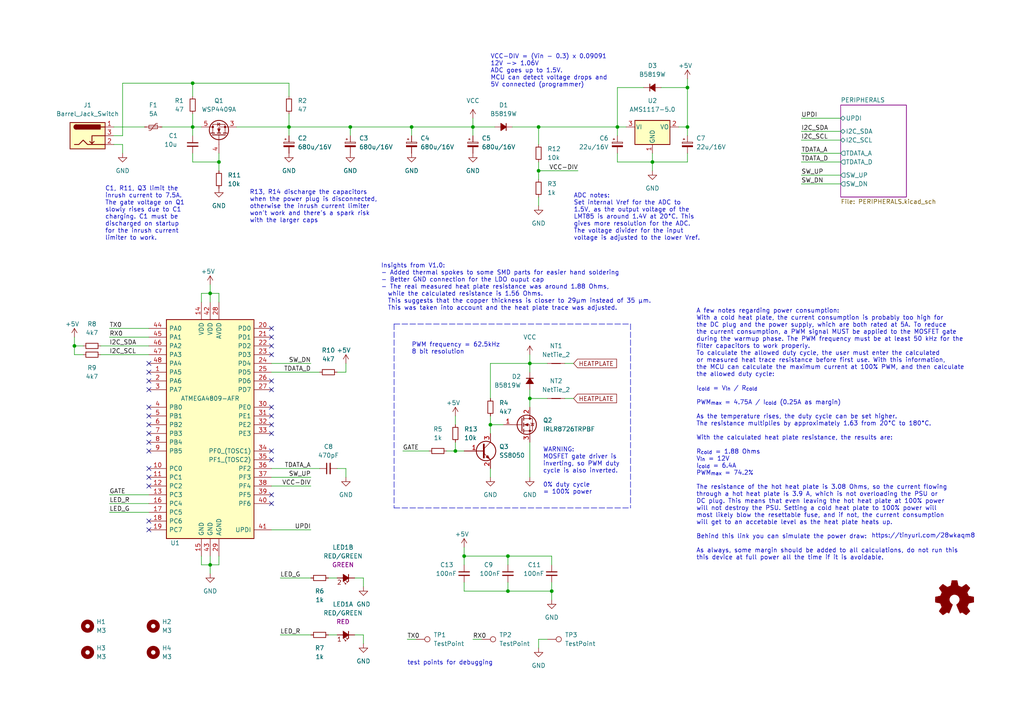
<source format=kicad_sch>
(kicad_sch (version 20211123) (generator eeschema)

  (uuid e63e39d7-6ac0-4ffd-8aa3-1841a4541b55)

  (paper "A4")

  (title_block
    (title "reflow solder plate")
    (date "2022-03-18")
    (rev "1.1")
  )

  (lib_symbols
    (symbol "ATMEGA4809-AFR:ATMEGA4809-AFR" (pin_names (offset 0.762)) (in_bom yes) (on_board yes)
      (property "Reference" "IC2" (id 0) (at -10.16 -33.02 0)
        (effects (font (size 1.27 1.27)))
      )
      (property "Value" "ATMEGA4809-AFR" (id 1) (at 0 8.89 0)
        (effects (font (size 1.27 1.27)))
      )
      (property "Footprint" "Merlin:ATMEGA4809-AFR_QFP50P900X900X120-48N" (id 2) (at -16.51 -58.42 0)
        (effects (font (size 1.27 1.27)) (justify left) hide)
      )
      (property "Datasheet" "https://datasheet.datasheetarchive.com/originals/distributors/DKDS41/DSANUWW0026740.pdf" (id 3) (at 12.7 -69.85 0)
        (effects (font (size 1.27 1.27)) (justify left) hide)
      )
      (property "Description" "MICROCHIP - ATMEGA4809-AFR - MCU, 8BIT, ATMEGA, 20MHZ, TQFP-48" (id 4) (at -10.16 -54.61 0)
        (effects (font (size 1.27 1.27)) (justify left) hide)
      )
      (property "Height" "1.2" (id 5) (at -12.7 -39.37 0)
        (effects (font (size 1.27 1.27)) (justify left) hide)
      )
      (property "Manufacturer_Name" "Microchip" (id 6) (at 12.7 -38.1 0)
        (effects (font (size 1.27 1.27)) (justify left) hide)
      )
      (property "Manufacturer_Part_Number" "ATMEGA4809-AFR" (id 7) (at 35.56 -40.64 0)
        (effects (font (size 1.27 1.27)) (justify left) hide)
      )
      (property "Mouser Part Number" "556-ATMEGA4809-AFR" (id 8) (at 26.67 -53.34 0)
        (effects (font (size 1.27 1.27)) (justify left) hide)
      )
      (property "Mouser Price/Stock" "https://www.mouser.co.uk/ProductDetail/Microchip-Technology-Atmel/ATMEGA4809-AFR?qs=lYGu3FyN48fyX8GjkvcD6Q%3D%3D" (id 9) (at 2.54 -60.96 0)
        (effects (font (size 1.27 1.27)) (justify left) hide)
      )
      (property "Arrow Part Number" "ATMEGA4809-AFR" (id 10) (at 24.13 -45.72 0)
        (effects (font (size 1.27 1.27)) (justify left) hide)
      )
      (property "Arrow Price/Stock" "https://www.arrow.com/en/products/atmega4809-afr/microchip-technology?region=nac" (id 11) (at -2.54 -66.04 0)
        (effects (font (size 1.27 1.27)) (justify left) hide)
      )
      (property "ki_description" "MICROCHIP - ATMEGA4809-AFR - MCU, 8BIT, ATMEGA, 20MHZ, TQFP-48" (id 12) (at 0 0 0)
        (effects (font (size 1.27 1.27)) hide)
      )
      (symbol "ATMEGA4809-AFR_0_0"
        (pin passive line (at -17.78 16.51 0) (length 5.08)
          (name "PA5" (effects (font (size 1.27 1.27))))
          (number "1" (effects (font (size 1.27 1.27))))
        )
        (pin passive line (at -17.78 -11.43 0) (length 5.08)
          (name "PC0" (effects (font (size 1.27 1.27))))
          (number "10" (effects (font (size 1.27 1.27))))
        )
        (pin passive line (at -17.78 -13.97 0) (length 5.08)
          (name "PC1" (effects (font (size 1.27 1.27))))
          (number "11" (effects (font (size 1.27 1.27))))
        )
        (pin passive line (at -17.78 -16.51 0) (length 5.08)
          (name "PC2" (effects (font (size 1.27 1.27))))
          (number "12" (effects (font (size 1.27 1.27))))
        )
        (pin passive line (at -17.78 -19.05 0) (length 5.08)
          (name "PC3" (effects (font (size 1.27 1.27))))
          (number "13" (effects (font (size 1.27 1.27))))
        )
        (pin passive line (at -2.54 36.83 270) (length 5.08)
          (name "VDD" (effects (font (size 1.27 1.27))))
          (number "14" (effects (font (size 1.27 1.27))))
        )
        (pin passive line (at -2.54 -36.83 90) (length 5.08)
          (name "GND" (effects (font (size 1.27 1.27))))
          (number "15" (effects (font (size 1.27 1.27))))
        )
        (pin passive line (at -17.78 -21.59 0) (length 5.08)
          (name "PC4" (effects (font (size 1.27 1.27))))
          (number "16" (effects (font (size 1.27 1.27))))
        )
        (pin passive line (at -17.78 -24.13 0) (length 5.08)
          (name "PC5" (effects (font (size 1.27 1.27))))
          (number "17" (effects (font (size 1.27 1.27))))
        )
        (pin passive line (at -17.78 -26.67 0) (length 5.08)
          (name "PC6" (effects (font (size 1.27 1.27))))
          (number "18" (effects (font (size 1.27 1.27))))
        )
        (pin passive line (at -17.78 -29.21 0) (length 5.08)
          (name "PC7" (effects (font (size 1.27 1.27))))
          (number "19" (effects (font (size 1.27 1.27))))
        )
        (pin passive line (at -17.78 13.97 0) (length 5.08)
          (name "PA6" (effects (font (size 1.27 1.27))))
          (number "2" (effects (font (size 1.27 1.27))))
        )
        (pin passive line (at 17.78 29.21 180) (length 5.08)
          (name "PD0" (effects (font (size 1.27 1.27))))
          (number "20" (effects (font (size 1.27 1.27))))
        )
        (pin passive line (at 17.78 26.67 180) (length 5.08)
          (name "PD1" (effects (font (size 1.27 1.27))))
          (number "21" (effects (font (size 1.27 1.27))))
        )
        (pin passive line (at 17.78 24.13 180) (length 5.08)
          (name "PD2" (effects (font (size 1.27 1.27))))
          (number "22" (effects (font (size 1.27 1.27))))
        )
        (pin passive line (at 17.78 21.59 180) (length 5.08)
          (name "PD3" (effects (font (size 1.27 1.27))))
          (number "23" (effects (font (size 1.27 1.27))))
        )
        (pin passive line (at 17.78 19.05 180) (length 5.08)
          (name "PD4" (effects (font (size 1.27 1.27))))
          (number "24" (effects (font (size 1.27 1.27))))
        )
        (pin passive line (at 17.78 16.51 180) (length 5.08)
          (name "PD5" (effects (font (size 1.27 1.27))))
          (number "25" (effects (font (size 1.27 1.27))))
        )
        (pin passive line (at 17.78 13.97 180) (length 5.08)
          (name "PD6" (effects (font (size 1.27 1.27))))
          (number "26" (effects (font (size 1.27 1.27))))
        )
        (pin passive line (at 17.78 11.43 180) (length 5.08)
          (name "PD7" (effects (font (size 1.27 1.27))))
          (number "27" (effects (font (size 1.27 1.27))))
        )
        (pin passive line (at 2.54 36.83 270) (length 5.08)
          (name "AVDD" (effects (font (size 1.27 1.27))))
          (number "28" (effects (font (size 1.27 1.27))))
        )
        (pin passive line (at 2.54 -36.83 90) (length 5.08)
          (name "AGND" (effects (font (size 1.27 1.27))))
          (number "29" (effects (font (size 1.27 1.27))))
        )
        (pin passive line (at -17.78 11.43 0) (length 5.08)
          (name "PA7" (effects (font (size 1.27 1.27))))
          (number "3" (effects (font (size 1.27 1.27))))
        )
        (pin passive line (at 17.78 6.35 180) (length 5.08)
          (name "PE0" (effects (font (size 1.27 1.27))))
          (number "30" (effects (font (size 1.27 1.27))))
        )
        (pin passive line (at 17.78 3.81 180) (length 5.08)
          (name "PE1" (effects (font (size 1.27 1.27))))
          (number "31" (effects (font (size 1.27 1.27))))
        )
        (pin passive line (at 17.78 1.27 180) (length 5.08)
          (name "PE2" (effects (font (size 1.27 1.27))))
          (number "32" (effects (font (size 1.27 1.27))))
        )
        (pin passive line (at 17.78 -1.27 180) (length 5.08)
          (name "PE3" (effects (font (size 1.27 1.27))))
          (number "33" (effects (font (size 1.27 1.27))))
        )
        (pin passive line (at 17.78 -6.35 180) (length 5.08)
          (name "PF0_(TOSC1)" (effects (font (size 1.27 1.27))))
          (number "34" (effects (font (size 1.27 1.27))))
        )
        (pin passive line (at 17.78 -8.89 180) (length 5.08)
          (name "PF1_(TOSC2)" (effects (font (size 1.27 1.27))))
          (number "35" (effects (font (size 1.27 1.27))))
        )
        (pin passive line (at 17.78 -11.43 180) (length 5.08)
          (name "PF2" (effects (font (size 1.27 1.27))))
          (number "36" (effects (font (size 1.27 1.27))))
        )
        (pin passive line (at 17.78 -13.97 180) (length 5.08)
          (name "PF3" (effects (font (size 1.27 1.27))))
          (number "37" (effects (font (size 1.27 1.27))))
        )
        (pin passive line (at 17.78 -16.51 180) (length 5.08)
          (name "PF4" (effects (font (size 1.27 1.27))))
          (number "38" (effects (font (size 1.27 1.27))))
        )
        (pin passive line (at 17.78 -19.05 180) (length 5.08)
          (name "PF5" (effects (font (size 1.27 1.27))))
          (number "39" (effects (font (size 1.27 1.27))))
        )
        (pin passive line (at -17.78 6.35 0) (length 5.08)
          (name "PB0" (effects (font (size 1.27 1.27))))
          (number "4" (effects (font (size 1.27 1.27))))
        )
        (pin passive line (at 17.78 -21.59 180) (length 5.08)
          (name "PF6" (effects (font (size 1.27 1.27))))
          (number "40" (effects (font (size 1.27 1.27))))
        )
        (pin passive line (at 17.78 -29.21 180) (length 5.08)
          (name "UPDI" (effects (font (size 1.27 1.27))))
          (number "41" (effects (font (size 1.27 1.27))))
        )
        (pin passive line (at 0 36.83 270) (length 5.08)
          (name "VDD" (effects (font (size 1.27 1.27))))
          (number "42" (effects (font (size 1.27 1.27))))
        )
        (pin passive line (at 0 -36.83 90) (length 5.08)
          (name "GND" (effects (font (size 1.27 1.27))))
          (number "43" (effects (font (size 1.27 1.27))))
        )
        (pin passive line (at -17.78 29.21 0) (length 5.08)
          (name "PA0" (effects (font (size 1.27 1.27))))
          (number "44" (effects (font (size 1.27 1.27))))
        )
        (pin passive line (at -17.78 26.67 0) (length 5.08)
          (name "PA1" (effects (font (size 1.27 1.27))))
          (number "45" (effects (font (size 1.27 1.27))))
        )
        (pin passive line (at -17.78 24.13 0) (length 5.08)
          (name "PA2" (effects (font (size 1.27 1.27))))
          (number "46" (effects (font (size 1.27 1.27))))
        )
        (pin passive line (at -17.78 21.59 0) (length 5.08)
          (name "PA3" (effects (font (size 1.27 1.27))))
          (number "47" (effects (font (size 1.27 1.27))))
        )
        (pin passive line (at -17.78 19.05 0) (length 5.08)
          (name "PA4" (effects (font (size 1.27 1.27))))
          (number "48" (effects (font (size 1.27 1.27))))
        )
        (pin passive line (at -17.78 3.81 0) (length 5.08)
          (name "PB1" (effects (font (size 1.27 1.27))))
          (number "5" (effects (font (size 1.27 1.27))))
        )
        (pin passive line (at -17.78 1.27 0) (length 5.08)
          (name "PB2" (effects (font (size 1.27 1.27))))
          (number "6" (effects (font (size 1.27 1.27))))
        )
        (pin passive line (at -17.78 -1.27 0) (length 5.08)
          (name "PB3" (effects (font (size 1.27 1.27))))
          (number "7" (effects (font (size 1.27 1.27))))
        )
        (pin passive line (at -17.78 -3.81 0) (length 5.08)
          (name "PB4" (effects (font (size 1.27 1.27))))
          (number "8" (effects (font (size 1.27 1.27))))
        )
        (pin passive line (at -17.78 -6.35 0) (length 5.08)
          (name "PB5" (effects (font (size 1.27 1.27))))
          (number "9" (effects (font (size 1.27 1.27))))
        )
      )
      (symbol "ATMEGA4809-AFR_0_1"
        (rectangle (start -12.7 31.75) (end 12.7 -31.75)
          (stroke (width 0.254) (type default) (color 0 0 0 0))
          (fill (type background))
        )
      )
    )
    (symbol "Connector:Barrel_Jack_Switch" (pin_names hide) (in_bom yes) (on_board yes)
      (property "Reference" "J" (id 0) (at 0 5.334 0)
        (effects (font (size 1.27 1.27)))
      )
      (property "Value" "Barrel_Jack_Switch" (id 1) (at 0 -5.08 0)
        (effects (font (size 1.27 1.27)))
      )
      (property "Footprint" "" (id 2) (at 1.27 -1.016 0)
        (effects (font (size 1.27 1.27)) hide)
      )
      (property "Datasheet" "~" (id 3) (at 1.27 -1.016 0)
        (effects (font (size 1.27 1.27)) hide)
      )
      (property "ki_keywords" "DC power barrel jack connector" (id 4) (at 0 0 0)
        (effects (font (size 1.27 1.27)) hide)
      )
      (property "ki_description" "DC Barrel Jack with an internal switch" (id 5) (at 0 0 0)
        (effects (font (size 1.27 1.27)) hide)
      )
      (property "ki_fp_filters" "BarrelJack*" (id 6) (at 0 0 0)
        (effects (font (size 1.27 1.27)) hide)
      )
      (symbol "Barrel_Jack_Switch_0_1"
        (rectangle (start -5.08 3.81) (end 5.08 -3.81)
          (stroke (width 0.254) (type default) (color 0 0 0 0))
          (fill (type background))
        )
        (arc (start -3.302 3.175) (mid -3.937 2.54) (end -3.302 1.905)
          (stroke (width 0.254) (type default) (color 0 0 0 0))
          (fill (type none))
        )
        (arc (start -3.302 3.175) (mid -3.937 2.54) (end -3.302 1.905)
          (stroke (width 0.254) (type default) (color 0 0 0 0))
          (fill (type outline))
        )
        (polyline
          (pts
            (xy 1.27 -2.286)
            (xy 1.905 -1.651)
          )
          (stroke (width 0.254) (type default) (color 0 0 0 0))
          (fill (type none))
        )
        (polyline
          (pts
            (xy 5.08 2.54)
            (xy 3.81 2.54)
          )
          (stroke (width 0.254) (type default) (color 0 0 0 0))
          (fill (type none))
        )
        (polyline
          (pts
            (xy 5.08 0)
            (xy 1.27 0)
            (xy 1.27 -2.286)
            (xy 0.635 -1.651)
          )
          (stroke (width 0.254) (type default) (color 0 0 0 0))
          (fill (type none))
        )
        (polyline
          (pts
            (xy -3.81 -2.54)
            (xy -2.54 -2.54)
            (xy -1.27 -1.27)
            (xy 0 -2.54)
            (xy 2.54 -2.54)
            (xy 5.08 -2.54)
          )
          (stroke (width 0.254) (type default) (color 0 0 0 0))
          (fill (type none))
        )
        (rectangle (start 3.683 3.175) (end -3.302 1.905)
          (stroke (width 0.254) (type default) (color 0 0 0 0))
          (fill (type outline))
        )
      )
      (symbol "Barrel_Jack_Switch_1_1"
        (pin passive line (at 7.62 2.54 180) (length 2.54)
          (name "~" (effects (font (size 1.27 1.27))))
          (number "1" (effects (font (size 1.27 1.27))))
        )
        (pin passive line (at 7.62 -2.54 180) (length 2.54)
          (name "~" (effects (font (size 1.27 1.27))))
          (number "2" (effects (font (size 1.27 1.27))))
        )
        (pin passive line (at 7.62 0 180) (length 2.54)
          (name "~" (effects (font (size 1.27 1.27))))
          (number "3" (effects (font (size 1.27 1.27))))
        )
      )
    )
    (symbol "Connector:TestPoint" (pin_numbers hide) (pin_names (offset 0.762) hide) (in_bom yes) (on_board yes)
      (property "Reference" "TP" (id 0) (at 0 6.858 0)
        (effects (font (size 1.27 1.27)))
      )
      (property "Value" "TestPoint" (id 1) (at 0 5.08 0)
        (effects (font (size 1.27 1.27)))
      )
      (property "Footprint" "" (id 2) (at 5.08 0 0)
        (effects (font (size 1.27 1.27)) hide)
      )
      (property "Datasheet" "~" (id 3) (at 5.08 0 0)
        (effects (font (size 1.27 1.27)) hide)
      )
      (property "ki_keywords" "test point tp" (id 4) (at 0 0 0)
        (effects (font (size 1.27 1.27)) hide)
      )
      (property "ki_description" "test point" (id 5) (at 0 0 0)
        (effects (font (size 1.27 1.27)) hide)
      )
      (property "ki_fp_filters" "Pin* Test*" (id 6) (at 0 0 0)
        (effects (font (size 1.27 1.27)) hide)
      )
      (symbol "TestPoint_0_1"
        (circle (center 0 3.302) (radius 0.762)
          (stroke (width 0) (type default) (color 0 0 0 0))
          (fill (type none))
        )
      )
      (symbol "TestPoint_1_1"
        (pin passive line (at 0 0 90) (length 2.54)
          (name "1" (effects (font (size 1.27 1.27))))
          (number "1" (effects (font (size 1.27 1.27))))
        )
      )
    )
    (symbol "Device:C_Polarized_Small" (pin_numbers hide) (pin_names (offset 0.254) hide) (in_bom yes) (on_board yes)
      (property "Reference" "C" (id 0) (at 0.254 1.778 0)
        (effects (font (size 1.27 1.27)) (justify left))
      )
      (property "Value" "C_Polarized_Small" (id 1) (at 0.254 -2.032 0)
        (effects (font (size 1.27 1.27)) (justify left))
      )
      (property "Footprint" "" (id 2) (at 0 0 0)
        (effects (font (size 1.27 1.27)) hide)
      )
      (property "Datasheet" "~" (id 3) (at 0 0 0)
        (effects (font (size 1.27 1.27)) hide)
      )
      (property "ki_keywords" "cap capacitor" (id 4) (at 0 0 0)
        (effects (font (size 1.27 1.27)) hide)
      )
      (property "ki_description" "Polarized capacitor, small symbol" (id 5) (at 0 0 0)
        (effects (font (size 1.27 1.27)) hide)
      )
      (property "ki_fp_filters" "CP_*" (id 6) (at 0 0 0)
        (effects (font (size 1.27 1.27)) hide)
      )
      (symbol "C_Polarized_Small_0_1"
        (rectangle (start -1.524 -0.3048) (end 1.524 -0.6858)
          (stroke (width 0) (type default) (color 0 0 0 0))
          (fill (type outline))
        )
        (rectangle (start -1.524 0.6858) (end 1.524 0.3048)
          (stroke (width 0) (type default) (color 0 0 0 0))
          (fill (type none))
        )
        (polyline
          (pts
            (xy -1.27 1.524)
            (xy -0.762 1.524)
          )
          (stroke (width 0) (type default) (color 0 0 0 0))
          (fill (type none))
        )
        (polyline
          (pts
            (xy -1.016 1.27)
            (xy -1.016 1.778)
          )
          (stroke (width 0) (type default) (color 0 0 0 0))
          (fill (type none))
        )
      )
      (symbol "C_Polarized_Small_1_1"
        (pin passive line (at 0 2.54 270) (length 1.8542)
          (name "~" (effects (font (size 1.27 1.27))))
          (number "1" (effects (font (size 1.27 1.27))))
        )
        (pin passive line (at 0 -2.54 90) (length 1.8542)
          (name "~" (effects (font (size 1.27 1.27))))
          (number "2" (effects (font (size 1.27 1.27))))
        )
      )
    )
    (symbol "Device:C_Small" (pin_numbers hide) (pin_names (offset 0.254) hide) (in_bom yes) (on_board yes)
      (property "Reference" "C" (id 0) (at 0.254 1.778 0)
        (effects (font (size 1.27 1.27)) (justify left))
      )
      (property "Value" "C_Small" (id 1) (at 0.254 -2.032 0)
        (effects (font (size 1.27 1.27)) (justify left))
      )
      (property "Footprint" "" (id 2) (at 0 0 0)
        (effects (font (size 1.27 1.27)) hide)
      )
      (property "Datasheet" "~" (id 3) (at 0 0 0)
        (effects (font (size 1.27 1.27)) hide)
      )
      (property "ki_keywords" "capacitor cap" (id 4) (at 0 0 0)
        (effects (font (size 1.27 1.27)) hide)
      )
      (property "ki_description" "Unpolarized capacitor, small symbol" (id 5) (at 0 0 0)
        (effects (font (size 1.27 1.27)) hide)
      )
      (property "ki_fp_filters" "C_*" (id 6) (at 0 0 0)
        (effects (font (size 1.27 1.27)) hide)
      )
      (symbol "C_Small_0_1"
        (polyline
          (pts
            (xy -1.524 -0.508)
            (xy 1.524 -0.508)
          )
          (stroke (width 0.3302) (type default) (color 0 0 0 0))
          (fill (type none))
        )
        (polyline
          (pts
            (xy -1.524 0.508)
            (xy 1.524 0.508)
          )
          (stroke (width 0.3048) (type default) (color 0 0 0 0))
          (fill (type none))
        )
      )
      (symbol "C_Small_1_1"
        (pin passive line (at 0 2.54 270) (length 2.032)
          (name "~" (effects (font (size 1.27 1.27))))
          (number "1" (effects (font (size 1.27 1.27))))
        )
        (pin passive line (at 0 -2.54 90) (length 2.032)
          (name "~" (effects (font (size 1.27 1.27))))
          (number "2" (effects (font (size 1.27 1.27))))
        )
      )
    )
    (symbol "Device:D_Small_Filled" (pin_numbers hide) (pin_names (offset 0.254) hide) (in_bom yes) (on_board yes)
      (property "Reference" "D" (id 0) (at -1.27 2.032 0)
        (effects (font (size 1.27 1.27)) (justify left))
      )
      (property "Value" "D_Small_Filled" (id 1) (at -3.81 -2.032 0)
        (effects (font (size 1.27 1.27)) (justify left))
      )
      (property "Footprint" "" (id 2) (at 0 0 90)
        (effects (font (size 1.27 1.27)) hide)
      )
      (property "Datasheet" "~" (id 3) (at 0 0 90)
        (effects (font (size 1.27 1.27)) hide)
      )
      (property "ki_keywords" "diode" (id 4) (at 0 0 0)
        (effects (font (size 1.27 1.27)) hide)
      )
      (property "ki_description" "Diode, small symbol, filled shape" (id 5) (at 0 0 0)
        (effects (font (size 1.27 1.27)) hide)
      )
      (property "ki_fp_filters" "TO-???* *_Diode_* *SingleDiode* D_*" (id 6) (at 0 0 0)
        (effects (font (size 1.27 1.27)) hide)
      )
      (symbol "D_Small_Filled_0_1"
        (polyline
          (pts
            (xy -0.762 -1.016)
            (xy -0.762 1.016)
          )
          (stroke (width 0.254) (type default) (color 0 0 0 0))
          (fill (type none))
        )
        (polyline
          (pts
            (xy -0.762 0)
            (xy 0.762 0)
          )
          (stroke (width 0) (type default) (color 0 0 0 0))
          (fill (type none))
        )
        (polyline
          (pts
            (xy 0.762 -1.016)
            (xy -0.762 0)
            (xy 0.762 1.016)
            (xy 0.762 -1.016)
          )
          (stroke (width 0.254) (type default) (color 0 0 0 0))
          (fill (type outline))
        )
      )
      (symbol "D_Small_Filled_1_1"
        (pin passive line (at -2.54 0 0) (length 1.778)
          (name "K" (effects (font (size 1.27 1.27))))
          (number "1" (effects (font (size 1.27 1.27))))
        )
        (pin passive line (at 2.54 0 180) (length 1.778)
          (name "A" (effects (font (size 1.27 1.27))))
          (number "2" (effects (font (size 1.27 1.27))))
        )
      )
    )
    (symbol "Device:NetTie_2" (pin_numbers hide) (pin_names (offset 0) hide) (in_bom yes) (on_board yes)
      (property "Reference" "NT" (id 0) (at 0 1.27 0)
        (effects (font (size 1.27 1.27)))
      )
      (property "Value" "NetTie_2" (id 1) (at 0 -1.27 0)
        (effects (font (size 1.27 1.27)))
      )
      (property "Footprint" "" (id 2) (at 0 0 0)
        (effects (font (size 1.27 1.27)) hide)
      )
      (property "Datasheet" "~" (id 3) (at 0 0 0)
        (effects (font (size 1.27 1.27)) hide)
      )
      (property "ki_keywords" "net tie short" (id 4) (at 0 0 0)
        (effects (font (size 1.27 1.27)) hide)
      )
      (property "ki_description" "Net tie, 2 pins" (id 5) (at 0 0 0)
        (effects (font (size 1.27 1.27)) hide)
      )
      (property "ki_fp_filters" "Net*Tie*" (id 6) (at 0 0 0)
        (effects (font (size 1.27 1.27)) hide)
      )
      (symbol "NetTie_2_0_1"
        (polyline
          (pts
            (xy -1.27 0)
            (xy 1.27 0)
          )
          (stroke (width 0.254) (type default) (color 0 0 0 0))
          (fill (type none))
        )
      )
      (symbol "NetTie_2_1_1"
        (pin passive line (at -2.54 0 0) (length 2.54)
          (name "1" (effects (font (size 1.27 1.27))))
          (number "1" (effects (font (size 1.27 1.27))))
        )
        (pin passive line (at 2.54 0 180) (length 2.54)
          (name "2" (effects (font (size 1.27 1.27))))
          (number "2" (effects (font (size 1.27 1.27))))
        )
      )
    )
    (symbol "Device:Polyfuse_Small" (pin_numbers hide) (pin_names (offset 0)) (in_bom yes) (on_board yes)
      (property "Reference" "F" (id 0) (at -1.905 0 90)
        (effects (font (size 1.27 1.27)))
      )
      (property "Value" "Polyfuse_Small" (id 1) (at 1.905 0 90)
        (effects (font (size 1.27 1.27)))
      )
      (property "Footprint" "" (id 2) (at 1.27 -5.08 0)
        (effects (font (size 1.27 1.27)) (justify left) hide)
      )
      (property "Datasheet" "~" (id 3) (at 0 0 0)
        (effects (font (size 1.27 1.27)) hide)
      )
      (property "ki_keywords" "resettable fuse PTC PPTC polyfuse polyswitch" (id 4) (at 0 0 0)
        (effects (font (size 1.27 1.27)) hide)
      )
      (property "ki_description" "Resettable fuse, polymeric positive temperature coefficient, small symbol" (id 5) (at 0 0 0)
        (effects (font (size 1.27 1.27)) hide)
      )
      (property "ki_fp_filters" "*polyfuse* *PTC*" (id 6) (at 0 0 0)
        (effects (font (size 1.27 1.27)) hide)
      )
      (symbol "Polyfuse_Small_0_1"
        (rectangle (start -0.508 1.27) (end 0.508 -1.27)
          (stroke (width 0) (type default) (color 0 0 0 0))
          (fill (type none))
        )
        (polyline
          (pts
            (xy 0 2.54)
            (xy 0 -2.54)
          )
          (stroke (width 0) (type default) (color 0 0 0 0))
          (fill (type none))
        )
        (polyline
          (pts
            (xy -1.016 1.27)
            (xy -1.016 0.762)
            (xy 1.016 -0.762)
            (xy 1.016 -1.27)
          )
          (stroke (width 0) (type default) (color 0 0 0 0))
          (fill (type none))
        )
      )
      (symbol "Polyfuse_Small_1_1"
        (pin passive line (at 0 2.54 270) (length 0.635)
          (name "~" (effects (font (size 1.27 1.27))))
          (number "1" (effects (font (size 1.27 1.27))))
        )
        (pin passive line (at 0 -2.54 90) (length 0.635)
          (name "~" (effects (font (size 1.27 1.27))))
          (number "2" (effects (font (size 1.27 1.27))))
        )
      )
    )
    (symbol "Device:Q_NMOS_GDS" (pin_names (offset 0) hide) (in_bom yes) (on_board yes)
      (property "Reference" "Q" (id 0) (at 5.08 1.27 0)
        (effects (font (size 1.27 1.27)) (justify left))
      )
      (property "Value" "Q_NMOS_GDS" (id 1) (at 5.08 -1.27 0)
        (effects (font (size 1.27 1.27)) (justify left))
      )
      (property "Footprint" "" (id 2) (at 5.08 2.54 0)
        (effects (font (size 1.27 1.27)) hide)
      )
      (property "Datasheet" "~" (id 3) (at 0 0 0)
        (effects (font (size 1.27 1.27)) hide)
      )
      (property "ki_keywords" "transistor NMOS N-MOS N-MOSFET" (id 4) (at 0 0 0)
        (effects (font (size 1.27 1.27)) hide)
      )
      (property "ki_description" "N-MOSFET transistor, gate/drain/source" (id 5) (at 0 0 0)
        (effects (font (size 1.27 1.27)) hide)
      )
      (symbol "Q_NMOS_GDS_0_1"
        (polyline
          (pts
            (xy 0.254 0)
            (xy -2.54 0)
          )
          (stroke (width 0) (type default) (color 0 0 0 0))
          (fill (type none))
        )
        (polyline
          (pts
            (xy 0.254 1.905)
            (xy 0.254 -1.905)
          )
          (stroke (width 0.254) (type default) (color 0 0 0 0))
          (fill (type none))
        )
        (polyline
          (pts
            (xy 0.762 -1.27)
            (xy 0.762 -2.286)
          )
          (stroke (width 0.254) (type default) (color 0 0 0 0))
          (fill (type none))
        )
        (polyline
          (pts
            (xy 0.762 0.508)
            (xy 0.762 -0.508)
          )
          (stroke (width 0.254) (type default) (color 0 0 0 0))
          (fill (type none))
        )
        (polyline
          (pts
            (xy 0.762 2.286)
            (xy 0.762 1.27)
          )
          (stroke (width 0.254) (type default) (color 0 0 0 0))
          (fill (type none))
        )
        (polyline
          (pts
            (xy 2.54 2.54)
            (xy 2.54 1.778)
          )
          (stroke (width 0) (type default) (color 0 0 0 0))
          (fill (type none))
        )
        (polyline
          (pts
            (xy 2.54 -2.54)
            (xy 2.54 0)
            (xy 0.762 0)
          )
          (stroke (width 0) (type default) (color 0 0 0 0))
          (fill (type none))
        )
        (polyline
          (pts
            (xy 0.762 -1.778)
            (xy 3.302 -1.778)
            (xy 3.302 1.778)
            (xy 0.762 1.778)
          )
          (stroke (width 0) (type default) (color 0 0 0 0))
          (fill (type none))
        )
        (polyline
          (pts
            (xy 1.016 0)
            (xy 2.032 0.381)
            (xy 2.032 -0.381)
            (xy 1.016 0)
          )
          (stroke (width 0) (type default) (color 0 0 0 0))
          (fill (type outline))
        )
        (polyline
          (pts
            (xy 2.794 0.508)
            (xy 2.921 0.381)
            (xy 3.683 0.381)
            (xy 3.81 0.254)
          )
          (stroke (width 0) (type default) (color 0 0 0 0))
          (fill (type none))
        )
        (polyline
          (pts
            (xy 3.302 0.381)
            (xy 2.921 -0.254)
            (xy 3.683 -0.254)
            (xy 3.302 0.381)
          )
          (stroke (width 0) (type default) (color 0 0 0 0))
          (fill (type none))
        )
        (circle (center 1.651 0) (radius 2.794)
          (stroke (width 0.254) (type default) (color 0 0 0 0))
          (fill (type none))
        )
        (circle (center 2.54 -1.778) (radius 0.254)
          (stroke (width 0) (type default) (color 0 0 0 0))
          (fill (type outline))
        )
        (circle (center 2.54 1.778) (radius 0.254)
          (stroke (width 0) (type default) (color 0 0 0 0))
          (fill (type outline))
        )
      )
      (symbol "Q_NMOS_GDS_1_1"
        (pin input line (at -5.08 0 0) (length 2.54)
          (name "G" (effects (font (size 1.27 1.27))))
          (number "1" (effects (font (size 1.27 1.27))))
        )
        (pin passive line (at 2.54 5.08 270) (length 2.54)
          (name "D" (effects (font (size 1.27 1.27))))
          (number "2" (effects (font (size 1.27 1.27))))
        )
        (pin passive line (at 2.54 -5.08 90) (length 2.54)
          (name "S" (effects (font (size 1.27 1.27))))
          (number "3" (effects (font (size 1.27 1.27))))
        )
      )
    )
    (symbol "Device:Q_NPN_BEC" (pin_names (offset 0) hide) (in_bom yes) (on_board yes)
      (property "Reference" "Q" (id 0) (at 5.08 1.27 0)
        (effects (font (size 1.27 1.27)) (justify left))
      )
      (property "Value" "Q_NPN_BEC" (id 1) (at 5.08 -1.27 0)
        (effects (font (size 1.27 1.27)) (justify left))
      )
      (property "Footprint" "" (id 2) (at 5.08 2.54 0)
        (effects (font (size 1.27 1.27)) hide)
      )
      (property "Datasheet" "~" (id 3) (at 0 0 0)
        (effects (font (size 1.27 1.27)) hide)
      )
      (property "ki_keywords" "transistor NPN" (id 4) (at 0 0 0)
        (effects (font (size 1.27 1.27)) hide)
      )
      (property "ki_description" "NPN transistor, base/emitter/collector" (id 5) (at 0 0 0)
        (effects (font (size 1.27 1.27)) hide)
      )
      (symbol "Q_NPN_BEC_0_1"
        (polyline
          (pts
            (xy 0.635 0.635)
            (xy 2.54 2.54)
          )
          (stroke (width 0) (type default) (color 0 0 0 0))
          (fill (type none))
        )
        (polyline
          (pts
            (xy 0.635 -0.635)
            (xy 2.54 -2.54)
            (xy 2.54 -2.54)
          )
          (stroke (width 0) (type default) (color 0 0 0 0))
          (fill (type none))
        )
        (polyline
          (pts
            (xy 0.635 1.905)
            (xy 0.635 -1.905)
            (xy 0.635 -1.905)
          )
          (stroke (width 0.508) (type default) (color 0 0 0 0))
          (fill (type none))
        )
        (polyline
          (pts
            (xy 1.27 -1.778)
            (xy 1.778 -1.27)
            (xy 2.286 -2.286)
            (xy 1.27 -1.778)
            (xy 1.27 -1.778)
          )
          (stroke (width 0) (type default) (color 0 0 0 0))
          (fill (type outline))
        )
        (circle (center 1.27 0) (radius 2.8194)
          (stroke (width 0.254) (type default) (color 0 0 0 0))
          (fill (type none))
        )
      )
      (symbol "Q_NPN_BEC_1_1"
        (pin input line (at -5.08 0 0) (length 5.715)
          (name "B" (effects (font (size 1.27 1.27))))
          (number "1" (effects (font (size 1.27 1.27))))
        )
        (pin passive line (at 2.54 -5.08 90) (length 2.54)
          (name "E" (effects (font (size 1.27 1.27))))
          (number "2" (effects (font (size 1.27 1.27))))
        )
        (pin passive line (at 2.54 5.08 270) (length 2.54)
          (name "C" (effects (font (size 1.27 1.27))))
          (number "3" (effects (font (size 1.27 1.27))))
        )
      )
    )
    (symbol "Device:R_Small" (pin_numbers hide) (pin_names (offset 0.254) hide) (in_bom yes) (on_board yes)
      (property "Reference" "R" (id 0) (at 0.762 0.508 0)
        (effects (font (size 1.27 1.27)) (justify left))
      )
      (property "Value" "R_Small" (id 1) (at 0.762 -1.016 0)
        (effects (font (size 1.27 1.27)) (justify left))
      )
      (property "Footprint" "" (id 2) (at 0 0 0)
        (effects (font (size 1.27 1.27)) hide)
      )
      (property "Datasheet" "~" (id 3) (at 0 0 0)
        (effects (font (size 1.27 1.27)) hide)
      )
      (property "ki_keywords" "R resistor" (id 4) (at 0 0 0)
        (effects (font (size 1.27 1.27)) hide)
      )
      (property "ki_description" "Resistor, small symbol" (id 5) (at 0 0 0)
        (effects (font (size 1.27 1.27)) hide)
      )
      (property "ki_fp_filters" "R_*" (id 6) (at 0 0 0)
        (effects (font (size 1.27 1.27)) hide)
      )
      (symbol "R_Small_0_1"
        (rectangle (start -0.762 1.778) (end 0.762 -1.778)
          (stroke (width 0.2032) (type default) (color 0 0 0 0))
          (fill (type none))
        )
      )
      (symbol "R_Small_1_1"
        (pin passive line (at 0 2.54 270) (length 0.762)
          (name "~" (effects (font (size 1.27 1.27))))
          (number "1" (effects (font (size 1.27 1.27))))
        )
        (pin passive line (at 0 -2.54 90) (length 0.762)
          (name "~" (effects (font (size 1.27 1.27))))
          (number "2" (effects (font (size 1.27 1.27))))
        )
      )
    )
    (symbol "Graphic:Logo_Open_Hardware_Small" (pin_names (offset 1.016)) (in_bom yes) (on_board yes)
      (property "Reference" "#LOGO" (id 0) (at 0 6.985 0)
        (effects (font (size 1.27 1.27)) hide)
      )
      (property "Value" "Logo_Open_Hardware_Small" (id 1) (at 0 -5.715 0)
        (effects (font (size 1.27 1.27)) hide)
      )
      (property "Footprint" "" (id 2) (at 0 0 0)
        (effects (font (size 1.27 1.27)) hide)
      )
      (property "Datasheet" "~" (id 3) (at 0 0 0)
        (effects (font (size 1.27 1.27)) hide)
      )
      (property "ki_keywords" "Logo" (id 4) (at 0 0 0)
        (effects (font (size 1.27 1.27)) hide)
      )
      (property "ki_description" "Open Hardware logo, small" (id 5) (at 0 0 0)
        (effects (font (size 1.27 1.27)) hide)
      )
      (symbol "Logo_Open_Hardware_Small_0_1"
        (polyline
          (pts
            (xy 3.3528 -4.3434)
            (xy 3.302 -4.318)
            (xy 3.175 -4.2418)
            (xy 2.9972 -4.1148)
            (xy 2.7686 -3.9624)
            (xy 2.54 -3.81)
            (xy 2.3622 -3.7084)
            (xy 2.2352 -3.6068)
            (xy 2.1844 -3.5814)
            (xy 2.159 -3.6068)
            (xy 2.0574 -3.6576)
            (xy 1.905 -3.7338)
            (xy 1.8034 -3.7846)
            (xy 1.6764 -3.8354)
            (xy 1.6002 -3.8354)
            (xy 1.6002 -3.8354)
            (xy 1.5494 -3.7338)
            (xy 1.4732 -3.5306)
            (xy 1.3462 -3.302)
            (xy 1.2446 -3.0226)
            (xy 1.1176 -2.7178)
            (xy 0.9652 -2.413)
            (xy 0.8636 -2.1082)
            (xy 0.7366 -1.8288)
            (xy 0.6604 -1.6256)
            (xy 0.6096 -1.4732)
            (xy 0.5842 -1.397)
            (xy 0.5842 -1.397)
            (xy 0.6604 -1.3208)
            (xy 0.7874 -1.2446)
            (xy 1.0414 -1.016)
            (xy 1.2954 -0.6858)
            (xy 1.4478 -0.3302)
            (xy 1.524 0.0762)
            (xy 1.4732 0.4572)
            (xy 1.3208 0.8128)
            (xy 1.0668 1.143)
            (xy 0.762 1.3716)
            (xy 0.4064 1.524)
            (xy 0 1.5748)
            (xy -0.381 1.5494)
            (xy -0.7366 1.397)
            (xy -1.0668 1.143)
            (xy -1.2192 0.9906)
            (xy -1.397 0.6604)
            (xy -1.524 0.3048)
            (xy -1.524 0.2286)
            (xy -1.4986 -0.1778)
            (xy -1.397 -0.5334)
            (xy -1.1938 -0.8636)
            (xy -0.9144 -1.143)
            (xy -0.8636 -1.1684)
            (xy -0.7366 -1.27)
            (xy -0.635 -1.3462)
            (xy -0.5842 -1.397)
            (xy -1.0668 -2.5908)
            (xy -1.143 -2.794)
            (xy -1.2954 -3.1242)
            (xy -1.397 -3.4036)
            (xy -1.4986 -3.6322)
            (xy -1.5748 -3.7846)
            (xy -1.6002 -3.8354)
            (xy -1.6002 -3.8354)
            (xy -1.651 -3.8354)
            (xy -1.7272 -3.81)
            (xy -1.905 -3.7338)
            (xy -2.0066 -3.683)
            (xy -2.1336 -3.6068)
            (xy -2.2098 -3.5814)
            (xy -2.2606 -3.6068)
            (xy -2.3622 -3.683)
            (xy -2.54 -3.81)
            (xy -2.7686 -3.9624)
            (xy -2.9718 -4.0894)
            (xy -3.1496 -4.2164)
            (xy -3.302 -4.318)
            (xy -3.3528 -4.3434)
            (xy -3.3782 -4.3434)
            (xy -3.429 -4.318)
            (xy -3.5306 -4.2164)
            (xy -3.7084 -4.064)
            (xy -3.937 -3.8354)
            (xy -3.9624 -3.81)
            (xy -4.1656 -3.6068)
            (xy -4.318 -3.4544)
            (xy -4.4196 -3.3274)
            (xy -4.445 -3.2766)
            (xy -4.445 -3.2766)
            (xy -4.4196 -3.2258)
            (xy -4.318 -3.0734)
            (xy -4.2164 -2.8956)
            (xy -4.064 -2.667)
            (xy -3.6576 -2.0828)
            (xy -3.8862 -1.5494)
            (xy -3.937 -1.3716)
            (xy -4.0386 -1.1684)
            (xy -4.0894 -1.0414)
            (xy -4.1148 -0.9652)
            (xy -4.191 -0.9398)
            (xy -4.318 -0.9144)
            (xy -4.5466 -0.8636)
            (xy -4.8006 -0.8128)
            (xy -5.0546 -0.7874)
            (xy -5.2578 -0.7366)
            (xy -5.4356 -0.7112)
            (xy -5.5118 -0.6858)
            (xy -5.5118 -0.6858)
            (xy -5.5372 -0.635)
            (xy -5.5372 -0.5588)
            (xy -5.5372 -0.4318)
            (xy -5.5626 -0.2286)
            (xy -5.5626 0.0762)
            (xy -5.5626 0.127)
            (xy -5.5372 0.4064)
            (xy -5.5372 0.635)
            (xy -5.5372 0.762)
            (xy -5.5372 0.8382)
            (xy -5.5372 0.8382)
            (xy -5.461 0.8382)
            (xy -5.3086 0.889)
            (xy -5.08 0.9144)
            (xy -4.826 0.9652)
            (xy -4.8006 0.9906)
            (xy -4.5466 1.0414)
            (xy -4.318 1.0668)
            (xy -4.1656 1.1176)
            (xy -4.0894 1.143)
            (xy -4.0894 1.143)
            (xy -4.0386 1.2446)
            (xy -3.9624 1.4224)
            (xy -3.8608 1.6256)
            (xy -3.7846 1.8288)
            (xy -3.7084 2.0066)
            (xy -3.6576 2.159)
            (xy -3.6322 2.2098)
            (xy -3.6322 2.2098)
            (xy -3.683 2.286)
            (xy -3.7592 2.413)
            (xy -3.8862 2.5908)
            (xy -4.064 2.8194)
            (xy -4.064 2.8448)
            (xy -4.2164 3.0734)
            (xy -4.3434 3.2512)
            (xy -4.4196 3.3782)
            (xy -4.445 3.4544)
            (xy -4.445 3.4544)
            (xy -4.3942 3.5052)
            (xy -4.2926 3.6322)
            (xy -4.1148 3.81)
            (xy -3.937 4.0132)
            (xy -3.8608 4.064)
            (xy -3.6576 4.2926)
            (xy -3.5052 4.4196)
            (xy -3.4036 4.4958)
            (xy -3.3528 4.5212)
            (xy -3.3528 4.5212)
            (xy -3.302 4.4704)
            (xy -3.1496 4.3688)
            (xy -2.9718 4.2418)
            (xy -2.7432 4.0894)
            (xy -2.7178 4.0894)
            (xy -2.4892 3.937)
            (xy -2.3114 3.81)
            (xy -2.1844 3.7084)
            (xy -2.1336 3.683)
            (xy -2.1082 3.683)
            (xy -2.032 3.7084)
            (xy -1.8542 3.7592)
            (xy -1.6764 3.8354)
            (xy -1.4732 3.937)
            (xy -1.27 4.0132)
            (xy -1.143 4.064)
            (xy -1.0668 4.1148)
            (xy -1.0668 4.1148)
            (xy -1.0414 4.191)
            (xy -1.016 4.3434)
            (xy -0.9652 4.572)
            (xy -0.9144 4.8514)
            (xy -0.889 4.9022)
            (xy -0.8382 5.1562)
            (xy -0.8128 5.3848)
            (xy -0.7874 5.5372)
            (xy -0.762 5.588)
            (xy -0.7112 5.6134)
            (xy -0.5842 5.6134)
            (xy -0.4064 5.6134)
            (xy -0.1524 5.6134)
            (xy 0.0762 5.6134)
            (xy 0.3302 5.6134)
            (xy 0.5334 5.6134)
            (xy 0.6858 5.588)
            (xy 0.7366 5.588)
            (xy 0.7366 5.588)
            (xy 0.762 5.5118)
            (xy 0.8128 5.334)
            (xy 0.8382 5.1054)
            (xy 0.9144 4.826)
            (xy 0.9144 4.7752)
            (xy 0.9652 4.5212)
            (xy 1.016 4.2926)
            (xy 1.0414 4.1402)
            (xy 1.0668 4.0894)
            (xy 1.0668 4.0894)
            (xy 1.1938 4.0386)
            (xy 1.3716 3.9624)
            (xy 1.5748 3.8608)
            (xy 2.0828 3.6576)
            (xy 2.7178 4.0894)
            (xy 2.7686 4.1402)
            (xy 2.9972 4.2926)
            (xy 3.175 4.4196)
            (xy 3.302 4.4958)
            (xy 3.3782 4.5212)
            (xy 3.3782 4.5212)
            (xy 3.429 4.4704)
            (xy 3.556 4.3434)
            (xy 3.7338 4.191)
            (xy 3.9116 3.9878)
            (xy 4.064 3.8354)
            (xy 4.2418 3.6576)
            (xy 4.3434 3.556)
            (xy 4.4196 3.4798)
            (xy 4.4196 3.429)
            (xy 4.4196 3.4036)
            (xy 4.3942 3.3274)
            (xy 4.2926 3.2004)
            (xy 4.1656 2.9972)
            (xy 4.0132 2.794)
            (xy 3.8862 2.5908)
            (xy 3.7592 2.3876)
            (xy 3.6576 2.2352)
            (xy 3.6322 2.159)
            (xy 3.6322 2.1336)
            (xy 3.683 2.0066)
            (xy 3.7592 1.8288)
            (xy 3.8608 1.6002)
            (xy 4.064 1.1176)
            (xy 4.3942 1.0414)
            (xy 4.5974 1.016)
            (xy 4.8768 0.9652)
            (xy 5.1308 0.9144)
            (xy 5.5372 0.8382)
            (xy 5.5626 -0.6604)
            (xy 5.4864 -0.6858)
            (xy 5.4356 -0.6858)
            (xy 5.2832 -0.7366)
            (xy 5.0546 -0.762)
            (xy 4.8006 -0.8128)
            (xy 4.5974 -0.8636)
            (xy 4.3688 -0.9144)
            (xy 4.2164 -0.9398)
            (xy 4.1402 -0.9398)
            (xy 4.1148 -0.9652)
            (xy 4.064 -1.0668)
            (xy 3.9878 -1.2446)
            (xy 3.9116 -1.4478)
            (xy 3.81 -1.651)
            (xy 3.7338 -1.8542)
            (xy 3.683 -2.0066)
            (xy 3.6576 -2.0828)
            (xy 3.683 -2.1336)
            (xy 3.7846 -2.2606)
            (xy 3.8862 -2.4638)
            (xy 4.0386 -2.667)
            (xy 4.191 -2.8956)
            (xy 4.318 -3.0734)
            (xy 4.3942 -3.2004)
            (xy 4.445 -3.2766)
            (xy 4.4196 -3.3274)
            (xy 4.3434 -3.429)
            (xy 4.1656 -3.5814)
            (xy 3.937 -3.8354)
            (xy 3.8862 -3.8608)
            (xy 3.683 -4.064)
            (xy 3.5306 -4.2164)
            (xy 3.4036 -4.318)
            (xy 3.3528 -4.3434)
          )
          (stroke (width 0) (type default) (color 0 0 0 0))
          (fill (type outline))
        )
      )
    )
    (symbol "LED_Dual_AKAK_Split_Small_Filled_1" (pin_numbers hide) (pin_names (offset 0.254) hide) (in_bom yes) (on_board yes)
      (property "Reference" "LED?" (id 0) (at 0.0635 6.35 0)
        (effects (font (size 1.27 1.27)))
      )
      (property "Value" "LED_Dual_AKAK_Split_Small_Filled_1" (id 1) (at 0.0635 3.81 0)
        (effects (font (size 1.27 1.27)))
      )
      (property "Footprint" "" (id 2) (at 0 0 90)
        (effects (font (size 1.27 1.27)) hide)
      )
      (property "Datasheet" "~" (id 3) (at 0 0 90)
        (effects (font (size 1.27 1.27)) hide)
      )
      (property "ki_keywords" "LED diode light-emitting-diode" (id 4) (at 0 0 0)
        (effects (font (size 1.27 1.27)) hide)
      )
      (property "ki_description" "Light emitting diode, small symbol, filled shape" (id 5) (at 0 0 0)
        (effects (font (size 1.27 1.27)) hide)
      )
      (property "ki_fp_filters" "LED* LED_SMD:* LED_THT:*" (id 6) (at 0 0 0)
        (effects (font (size 1.27 1.27)) hide)
      )
      (symbol "LED_Dual_AKAK_Split_Small_Filled_1_0_1"
        (polyline
          (pts
            (xy -0.762 -1.016)
            (xy -0.762 1.016)
          )
          (stroke (width 0.254) (type default) (color 0 0 0 0))
          (fill (type none))
        )
        (polyline
          (pts
            (xy 1.016 0)
            (xy -0.762 0)
          )
          (stroke (width 0) (type default) (color 0 0 0 0))
          (fill (type none))
        )
        (polyline
          (pts
            (xy 0.762 -1.016)
            (xy -0.762 0)
            (xy 0.762 1.016)
            (xy 0.762 -1.016)
          )
          (stroke (width 0.254) (type default) (color 0 0 0 0))
          (fill (type outline))
        )
        (polyline
          (pts
            (xy 0 0.762)
            (xy -0.508 1.27)
            (xy -0.254 1.27)
            (xy -0.508 1.27)
            (xy -0.508 1.016)
          )
          (stroke (width 0) (type default) (color 0 0 0 0))
          (fill (type none))
        )
        (polyline
          (pts
            (xy 0.508 1.27)
            (xy 0 1.778)
            (xy 0.254 1.778)
            (xy 0 1.778)
            (xy 0 1.524)
          )
          (stroke (width 0) (type default) (color 0 0 0 0))
          (fill (type none))
        )
      )
      (symbol "LED_Dual_AKAK_Split_Small_Filled_1_1_1"
        (text "1" (at 1.905 1.27 0)
          (effects (font (size 1.27 1.27)))
        )
        (pin passive line (at 2.54 0 180) (length 1.778)
          (name "A1" (effects (font (size 1.27 1.27))))
          (number "1" (effects (font (size 1.27 1.27))))
        )
        (pin passive line (at -2.54 0 0) (length 1.778)
          (name "K1" (effects (font (size 1.27 1.27))))
          (number "2" (effects (font (size 1.27 1.27))))
        )
      )
      (symbol "LED_Dual_AKAK_Split_Small_Filled_1_2_1"
        (text "2" (at 1.905 1.27 0)
          (effects (font (size 1.27 1.27)))
        )
        (pin passive line (at 2.54 0 180) (length 1.778)
          (name "A2" (effects (font (size 1.27 1.27))))
          (number "3" (effects (font (size 1.27 1.27))))
        )
        (pin passive line (at -2.54 0 0) (length 1.778)
          (name "K2" (effects (font (size 1.27 1.27))))
          (number "4" (effects (font (size 1.27 1.27))))
        )
      )
    )
    (symbol "Mechanical:MountingHole" (pin_names (offset 1.016)) (in_bom yes) (on_board yes)
      (property "Reference" "H" (id 0) (at 0 5.08 0)
        (effects (font (size 1.27 1.27)))
      )
      (property "Value" "MountingHole" (id 1) (at 0 3.175 0)
        (effects (font (size 1.27 1.27)))
      )
      (property "Footprint" "" (id 2) (at 0 0 0)
        (effects (font (size 1.27 1.27)) hide)
      )
      (property "Datasheet" "~" (id 3) (at 0 0 0)
        (effects (font (size 1.27 1.27)) hide)
      )
      (property "ki_keywords" "mounting hole" (id 4) (at 0 0 0)
        (effects (font (size 1.27 1.27)) hide)
      )
      (property "ki_description" "Mounting Hole without connection" (id 5) (at 0 0 0)
        (effects (font (size 1.27 1.27)) hide)
      )
      (property "ki_fp_filters" "MountingHole*" (id 6) (at 0 0 0)
        (effects (font (size 1.27 1.27)) hide)
      )
      (symbol "MountingHole_0_1"
        (circle (center 0 0) (radius 1.27)
          (stroke (width 1.27) (type default) (color 0 0 0 0))
          (fill (type none))
        )
      )
    )
    (symbol "Regulator_Linear:AMS1117-5.0" (pin_names (offset 0.254)) (in_bom yes) (on_board yes)
      (property "Reference" "U" (id 0) (at -3.81 3.175 0)
        (effects (font (size 1.27 1.27)))
      )
      (property "Value" "AMS1117-5.0" (id 1) (at 0 3.175 0)
        (effects (font (size 1.27 1.27)) (justify left))
      )
      (property "Footprint" "Package_TO_SOT_SMD:SOT-223-3_TabPin2" (id 2) (at 0 5.08 0)
        (effects (font (size 1.27 1.27)) hide)
      )
      (property "Datasheet" "http://www.advanced-monolithic.com/pdf/ds1117.pdf" (id 3) (at 2.54 -6.35 0)
        (effects (font (size 1.27 1.27)) hide)
      )
      (property "ki_keywords" "linear regulator ldo fixed positive" (id 4) (at 0 0 0)
        (effects (font (size 1.27 1.27)) hide)
      )
      (property "ki_description" "1A Low Dropout regulator, positive, 5.0V fixed output, SOT-223" (id 5) (at 0 0 0)
        (effects (font (size 1.27 1.27)) hide)
      )
      (property "ki_fp_filters" "SOT?223*TabPin2*" (id 6) (at 0 0 0)
        (effects (font (size 1.27 1.27)) hide)
      )
      (symbol "AMS1117-5.0_0_1"
        (rectangle (start -5.08 -5.08) (end 5.08 1.905)
          (stroke (width 0.254) (type default) (color 0 0 0 0))
          (fill (type background))
        )
      )
      (symbol "AMS1117-5.0_1_1"
        (pin power_in line (at 0 -7.62 90) (length 2.54)
          (name "GND" (effects (font (size 1.27 1.27))))
          (number "1" (effects (font (size 1.27 1.27))))
        )
        (pin power_out line (at 7.62 0 180) (length 2.54)
          (name "VO" (effects (font (size 1.27 1.27))))
          (number "2" (effects (font (size 1.27 1.27))))
        )
        (pin power_in line (at -7.62 0 0) (length 2.54)
          (name "VI" (effects (font (size 1.27 1.27))))
          (number "3" (effects (font (size 1.27 1.27))))
        )
      )
    )
    (symbol "User:LED_Dual_AKAK_Split_Small_Filled" (pin_numbers hide) (pin_names (offset 0.254) hide) (in_bom yes) (on_board yes)
      (property "Reference" "LED?" (id 0) (at 0.0635 6.35 0)
        (effects (font (size 1.27 1.27)))
      )
      (property "Value" "LED_Dual_AKAK_Split_Small_Filled" (id 1) (at 0.0635 3.81 0)
        (effects (font (size 1.27 1.27)))
      )
      (property "Footprint" "" (id 2) (at 0 0 90)
        (effects (font (size 1.27 1.27)) hide)
      )
      (property "Datasheet" "~" (id 3) (at 0 0 90)
        (effects (font (size 1.27 1.27)) hide)
      )
      (property "ki_keywords" "LED diode light-emitting-diode" (id 4) (at 0 0 0)
        (effects (font (size 1.27 1.27)) hide)
      )
      (property "ki_description" "Light emitting diode, small symbol, filled shape" (id 5) (at 0 0 0)
        (effects (font (size 1.27 1.27)) hide)
      )
      (property "ki_fp_filters" "LED* LED_SMD:* LED_THT:*" (id 6) (at 0 0 0)
        (effects (font (size 1.27 1.27)) hide)
      )
      (symbol "LED_Dual_AKAK_Split_Small_Filled_0_1"
        (polyline
          (pts
            (xy -0.762 -1.016)
            (xy -0.762 1.016)
          )
          (stroke (width 0.254) (type default) (color 0 0 0 0))
          (fill (type none))
        )
        (polyline
          (pts
            (xy 1.016 0)
            (xy -0.762 0)
          )
          (stroke (width 0) (type default) (color 0 0 0 0))
          (fill (type none))
        )
        (polyline
          (pts
            (xy 0.762 -1.016)
            (xy -0.762 0)
            (xy 0.762 1.016)
            (xy 0.762 -1.016)
          )
          (stroke (width 0.254) (type default) (color 0 0 0 0))
          (fill (type outline))
        )
        (polyline
          (pts
            (xy 0 0.762)
            (xy -0.508 1.27)
            (xy -0.254 1.27)
            (xy -0.508 1.27)
            (xy -0.508 1.016)
          )
          (stroke (width 0) (type default) (color 0 0 0 0))
          (fill (type none))
        )
        (polyline
          (pts
            (xy 0.508 1.27)
            (xy 0 1.778)
            (xy 0.254 1.778)
            (xy 0 1.778)
            (xy 0 1.524)
          )
          (stroke (width 0) (type default) (color 0 0 0 0))
          (fill (type none))
        )
      )
      (symbol "LED_Dual_AKAK_Split_Small_Filled_1_1"
        (text "1" (at 1.905 1.27 0)
          (effects (font (size 1.27 1.27)))
        )
        (pin passive line (at 2.54 0 180) (length 1.778)
          (name "A1" (effects (font (size 1.27 1.27))))
          (number "1" (effects (font (size 1.27 1.27))))
        )
        (pin passive line (at -2.54 0 0) (length 1.778)
          (name "K1" (effects (font (size 1.27 1.27))))
          (number "2" (effects (font (size 1.27 1.27))))
        )
      )
      (symbol "LED_Dual_AKAK_Split_Small_Filled_2_1"
        (text "2" (at 1.905 1.27 0)
          (effects (font (size 1.27 1.27)))
        )
        (pin passive line (at 2.54 0 180) (length 1.778)
          (name "A2" (effects (font (size 1.27 1.27))))
          (number "3" (effects (font (size 1.27 1.27))))
        )
        (pin passive line (at -2.54 0 0) (length 1.778)
          (name "K2" (effects (font (size 1.27 1.27))))
          (number "4" (effects (font (size 1.27 1.27))))
        )
      )
    )
    (symbol "User:Q_NMOS_SSSGDDDD" (pin_names (offset 0) hide) (in_bom yes) (on_board yes)
      (property "Reference" "Q" (id 0) (at 5.08 1.27 0)
        (effects (font (size 1.27 1.27)) (justify left))
      )
      (property "Value" "Q_NMOS_SSSGDDDD" (id 1) (at 5.08 -1.27 0)
        (effects (font (size 1.27 1.27)) (justify left))
      )
      (property "Footprint" "" (id 2) (at 5.08 2.54 0)
        (effects (font (size 1.27 1.27)) hide)
      )
      (property "Datasheet" "~" (id 3) (at 0 0 0)
        (effects (font (size 1.27 1.27)) hide)
      )
      (property "ki_keywords" "transistor NMOS N-MOS N-MOSFET" (id 4) (at 0 0 0)
        (effects (font (size 1.27 1.27)) hide)
      )
      (property "ki_description" "N-MOSFET transistor, drain/gate/source" (id 5) (at 0 0 0)
        (effects (font (size 1.27 1.27)) hide)
      )
      (symbol "Q_NMOS_SSSGDDDD_0_1"
        (polyline
          (pts
            (xy 0.254 0)
            (xy -2.54 0)
          )
          (stroke (width 0) (type default) (color 0 0 0 0))
          (fill (type none))
        )
        (polyline
          (pts
            (xy 0.254 1.905)
            (xy 0.254 -1.905)
          )
          (stroke (width 0.254) (type default) (color 0 0 0 0))
          (fill (type none))
        )
        (polyline
          (pts
            (xy 0.762 -1.27)
            (xy 0.762 -2.286)
          )
          (stroke (width 0.254) (type default) (color 0 0 0 0))
          (fill (type none))
        )
        (polyline
          (pts
            (xy 0.762 0.508)
            (xy 0.762 -0.508)
          )
          (stroke (width 0.254) (type default) (color 0 0 0 0))
          (fill (type none))
        )
        (polyline
          (pts
            (xy 0.762 2.286)
            (xy 0.762 1.27)
          )
          (stroke (width 0.254) (type default) (color 0 0 0 0))
          (fill (type none))
        )
        (polyline
          (pts
            (xy 2.54 2.54)
            (xy 2.54 1.778)
          )
          (stroke (width 0) (type default) (color 0 0 0 0))
          (fill (type none))
        )
        (polyline
          (pts
            (xy 2.54 -2.54)
            (xy 2.54 0)
            (xy 0.762 0)
          )
          (stroke (width 0) (type default) (color 0 0 0 0))
          (fill (type none))
        )
        (polyline
          (pts
            (xy 0.762 -1.778)
            (xy 3.302 -1.778)
            (xy 3.302 1.778)
            (xy 0.762 1.778)
          )
          (stroke (width 0) (type default) (color 0 0 0 0))
          (fill (type none))
        )
        (polyline
          (pts
            (xy 1.016 0)
            (xy 2.032 0.381)
            (xy 2.032 -0.381)
            (xy 1.016 0)
          )
          (stroke (width 0) (type default) (color 0 0 0 0))
          (fill (type outline))
        )
        (polyline
          (pts
            (xy 2.794 0.508)
            (xy 2.921 0.381)
            (xy 3.683 0.381)
            (xy 3.81 0.254)
          )
          (stroke (width 0) (type default) (color 0 0 0 0))
          (fill (type none))
        )
        (polyline
          (pts
            (xy 3.302 0.381)
            (xy 2.921 -0.254)
            (xy 3.683 -0.254)
            (xy 3.302 0.381)
          )
          (stroke (width 0) (type default) (color 0 0 0 0))
          (fill (type none))
        )
        (circle (center 1.651 0) (radius 2.794)
          (stroke (width 0.254) (type default) (color 0 0 0 0))
          (fill (type none))
        )
        (circle (center 2.54 -1.778) (radius 0.254)
          (stroke (width 0) (type default) (color 0 0 0 0))
          (fill (type outline))
        )
        (circle (center 2.54 1.778) (radius 0.254)
          (stroke (width 0) (type default) (color 0 0 0 0))
          (fill (type outline))
        )
      )
      (symbol "Q_NMOS_SSSGDDDD_1_1"
        (pin passive line (at 2.54 -5.08 90) (length 2.54) hide
          (name "S" (effects (font (size 1.27 1.27))))
          (number "1" (effects (font (size 1.27 1.27))))
        )
        (pin passive line (at 2.54 -5.08 90) (length 2.54) hide
          (name "S" (effects (font (size 1.27 1.27))))
          (number "2" (effects (font (size 1.27 1.27))))
        )
        (pin passive line (at 2.54 -5.08 90) (length 2.54)
          (name "S" (effects (font (size 1.27 1.27))))
          (number "3" (effects (font (size 1.27 1.27))))
        )
        (pin input line (at -5.08 0 0) (length 2.54)
          (name "G" (effects (font (size 1.27 1.27))))
          (number "4" (effects (font (size 1.27 1.27))))
        )
        (pin passive line (at 2.54 5.08 270) (length 2.54)
          (name "D" (effects (font (size 1.27 1.27))))
          (number "5" (effects (font (size 1.27 1.27))))
        )
        (pin passive line (at 2.54 5.08 270) (length 2.54) hide
          (name "D" (effects (font (size 1.27 1.27))))
          (number "6" (effects (font (size 1.27 1.27))))
        )
        (pin passive line (at 2.54 5.08 270) (length 2.54) hide
          (name "D" (effects (font (size 1.27 1.27))))
          (number "7" (effects (font (size 1.27 1.27))))
        )
        (pin passive line (at 2.54 5.08 270) (length 2.54) hide
          (name "D" (effects (font (size 1.27 1.27))))
          (number "8" (effects (font (size 1.27 1.27))))
        )
      )
    )
    (symbol "power:+5V" (power) (pin_names (offset 0)) (in_bom yes) (on_board yes)
      (property "Reference" "#PWR" (id 0) (at 0 -3.81 0)
        (effects (font (size 1.27 1.27)) hide)
      )
      (property "Value" "+5V" (id 1) (at 0 3.556 0)
        (effects (font (size 1.27 1.27)))
      )
      (property "Footprint" "" (id 2) (at 0 0 0)
        (effects (font (size 1.27 1.27)) hide)
      )
      (property "Datasheet" "" (id 3) (at 0 0 0)
        (effects (font (size 1.27 1.27)) hide)
      )
      (property "ki_keywords" "power-flag" (id 4) (at 0 0 0)
        (effects (font (size 1.27 1.27)) hide)
      )
      (property "ki_description" "Power symbol creates a global label with name \"+5V\"" (id 5) (at 0 0 0)
        (effects (font (size 1.27 1.27)) hide)
      )
      (symbol "+5V_0_1"
        (polyline
          (pts
            (xy -0.762 1.27)
            (xy 0 2.54)
          )
          (stroke (width 0) (type default) (color 0 0 0 0))
          (fill (type none))
        )
        (polyline
          (pts
            (xy 0 0)
            (xy 0 2.54)
          )
          (stroke (width 0) (type default) (color 0 0 0 0))
          (fill (type none))
        )
        (polyline
          (pts
            (xy 0 2.54)
            (xy 0.762 1.27)
          )
          (stroke (width 0) (type default) (color 0 0 0 0))
          (fill (type none))
        )
      )
      (symbol "+5V_1_1"
        (pin power_in line (at 0 0 90) (length 0) hide
          (name "+5V" (effects (font (size 1.27 1.27))))
          (number "1" (effects (font (size 1.27 1.27))))
        )
      )
    )
    (symbol "power:GND" (power) (pin_names (offset 0)) (in_bom yes) (on_board yes)
      (property "Reference" "#PWR" (id 0) (at 0 -6.35 0)
        (effects (font (size 1.27 1.27)) hide)
      )
      (property "Value" "GND" (id 1) (at 0 -3.81 0)
        (effects (font (size 1.27 1.27)))
      )
      (property "Footprint" "" (id 2) (at 0 0 0)
        (effects (font (size 1.27 1.27)) hide)
      )
      (property "Datasheet" "" (id 3) (at 0 0 0)
        (effects (font (size 1.27 1.27)) hide)
      )
      (property "ki_keywords" "power-flag" (id 4) (at 0 0 0)
        (effects (font (size 1.27 1.27)) hide)
      )
      (property "ki_description" "Power symbol creates a global label with name \"GND\" , ground" (id 5) (at 0 0 0)
        (effects (font (size 1.27 1.27)) hide)
      )
      (symbol "GND_0_1"
        (polyline
          (pts
            (xy 0 0)
            (xy 0 -1.27)
            (xy 1.27 -1.27)
            (xy 0 -2.54)
            (xy -1.27 -1.27)
            (xy 0 -1.27)
          )
          (stroke (width 0) (type default) (color 0 0 0 0))
          (fill (type none))
        )
      )
      (symbol "GND_1_1"
        (pin power_in line (at 0 0 270) (length 0) hide
          (name "GND" (effects (font (size 1.27 1.27))))
          (number "1" (effects (font (size 1.27 1.27))))
        )
      )
    )
    (symbol "power:VCC" (power) (pin_names (offset 0)) (in_bom yes) (on_board yes)
      (property "Reference" "#PWR" (id 0) (at 0 -3.81 0)
        (effects (font (size 1.27 1.27)) hide)
      )
      (property "Value" "VCC" (id 1) (at 0 3.81 0)
        (effects (font (size 1.27 1.27)))
      )
      (property "Footprint" "" (id 2) (at 0 0 0)
        (effects (font (size 1.27 1.27)) hide)
      )
      (property "Datasheet" "" (id 3) (at 0 0 0)
        (effects (font (size 1.27 1.27)) hide)
      )
      (property "ki_keywords" "power-flag" (id 4) (at 0 0 0)
        (effects (font (size 1.27 1.27)) hide)
      )
      (property "ki_description" "Power symbol creates a global label with name \"VCC\"" (id 5) (at 0 0 0)
        (effects (font (size 1.27 1.27)) hide)
      )
      (symbol "VCC_0_1"
        (polyline
          (pts
            (xy -0.762 1.27)
            (xy 0 2.54)
          )
          (stroke (width 0) (type default) (color 0 0 0 0))
          (fill (type none))
        )
        (polyline
          (pts
            (xy 0 0)
            (xy 0 2.54)
          )
          (stroke (width 0) (type default) (color 0 0 0 0))
          (fill (type none))
        )
        (polyline
          (pts
            (xy 0 2.54)
            (xy 0.762 1.27)
          )
          (stroke (width 0) (type default) (color 0 0 0 0))
          (fill (type none))
        )
      )
      (symbol "VCC_1_1"
        (pin power_in line (at 0 0 90) (length 0) hide
          (name "VCC" (effects (font (size 1.27 1.27))))
          (number "1" (effects (font (size 1.27 1.27))))
        )
      )
    )
  )

  (junction (at 60.96 163.83) (diameter 0) (color 0 0 0 0)
    (uuid 062b6902-71cc-46dd-8c44-84e22e532547)
  )
  (junction (at 179.07 36.83) (diameter 0) (color 0 0 0 0)
    (uuid 117c95b8-ea20-4b35-abb4-4d5d9b7fee92)
  )
  (junction (at 83.82 36.83) (diameter 0) (color 0 0 0 0)
    (uuid 17f656cd-b204-4d5c-b8fa-25bc1e48602c)
  )
  (junction (at 21.59 100.33) (diameter 0) (color 0 0 0 0)
    (uuid 20b33a78-f212-422a-a7ae-7e73f9f5e9de)
  )
  (junction (at 55.88 36.83) (diameter 0) (color 0 0 0 0)
    (uuid 29540f8a-ab8a-45fd-ab95-1d2c8a91ffec)
  )
  (junction (at 134.62 161.29) (diameter 0) (color 0 0 0 0)
    (uuid 41d15ba5-cc87-407a-98b7-54cd7ce10621)
  )
  (junction (at 199.39 36.83) (diameter 0) (color 0 0 0 0)
    (uuid 45c2f292-1fee-4b69-9a23-fee12b9148ea)
  )
  (junction (at 189.23 46.99) (diameter 0) (color 0 0 0 0)
    (uuid 49499033-373a-4733-b458-98ef60ef48bf)
  )
  (junction (at 101.6 36.83) (diameter 0) (color 0 0 0 0)
    (uuid 597489f5-c032-4679-a167-139957e2424e)
  )
  (junction (at 132.08 130.81) (diameter 0) (color 0 0 0 0)
    (uuid 599fa7d2-2635-4bb1-ae69-4a20f1f756a2)
  )
  (junction (at 147.32 171.45) (diameter 0) (color 0 0 0 0)
    (uuid 5ce76ed8-b07d-4f10-9e30-952e143285e2)
  )
  (junction (at 160.02 171.45) (diameter 0) (color 0 0 0 0)
    (uuid 699eac73-926a-4537-8ecd-e10f5fc97236)
  )
  (junction (at 119.38 36.83) (diameter 0) (color 0 0 0 0)
    (uuid 6af7983b-f085-4717-83c5-bff6fc121ccc)
  )
  (junction (at 63.5 46.99) (diameter 0) (color 0 0 0 0)
    (uuid 84aa2894-3fa7-4e87-b3d7-9bc8cdf600ec)
  )
  (junction (at 137.16 36.83) (diameter 0) (color 0 0 0 0)
    (uuid 92229afe-0ff3-4fdc-9762-49a1450f02b1)
  )
  (junction (at 147.32 161.29) (diameter 0) (color 0 0 0 0)
    (uuid a42e7863-4260-4035-9bea-16d525a30326)
  )
  (junction (at 199.39 25.4) (diameter 0) (color 0 0 0 0)
    (uuid b19bb1a5-33d1-4e36-8995-01427cf6c380)
  )
  (junction (at 156.21 49.53) (diameter 0) (color 0 0 0 0)
    (uuid c78fb20f-60f4-4bc6-9354-0b7f3c76992e)
  )
  (junction (at 153.67 115.57) (diameter 0) (color 0 0 0 0)
    (uuid cece4a18-0548-46b8-a732-504922502a4e)
  )
  (junction (at 55.88 24.13) (diameter 0) (color 0 0 0 0)
    (uuid d017aaac-4e54-4236-bd67-4ef61f36ff28)
  )
  (junction (at 153.67 105.41) (diameter 0) (color 0 0 0 0)
    (uuid d8c7da02-0161-4e48-8db1-75aefa44ae2a)
  )
  (junction (at 60.96 85.09) (diameter 0) (color 0 0 0 0)
    (uuid e1caa09e-d43a-4c1f-b37d-6adf9b26a97d)
  )
  (junction (at 142.24 123.19) (diameter 0) (color 0 0 0 0)
    (uuid eec48a54-fc2e-48f1-aa8d-40c2719aef85)
  )
  (junction (at 156.21 36.83) (diameter 0) (color 0 0 0 0)
    (uuid fac8510c-84f3-4fc3-9a3d-ff2444c56e4d)
  )

  (no_connect (at 78.74 113.03) (uuid a030e81c-c3af-485f-bda2-9887ee043cc4))
  (no_connect (at 78.74 110.49) (uuid a030e81c-c3af-485f-bda2-9887ee043cc5))
  (no_connect (at 78.74 102.87) (uuid a030e81c-c3af-485f-bda2-9887ee043cc6))
  (no_connect (at 78.74 118.11) (uuid a030e81c-c3af-485f-bda2-9887ee043cc7))
  (no_connect (at 78.74 130.81) (uuid a030e81c-c3af-485f-bda2-9887ee043cc8))
  (no_connect (at 78.74 133.35) (uuid a030e81c-c3af-485f-bda2-9887ee043cc9))
  (no_connect (at 78.74 125.73) (uuid a030e81c-c3af-485f-bda2-9887ee043cca))
  (no_connect (at 78.74 123.19) (uuid a030e81c-c3af-485f-bda2-9887ee043ccb))
  (no_connect (at 78.74 120.65) (uuid a030e81c-c3af-485f-bda2-9887ee043ccc))
  (no_connect (at 43.18 130.81) (uuid a030e81c-c3af-485f-bda2-9887ee043ccd))
  (no_connect (at 43.18 135.89) (uuid a030e81c-c3af-485f-bda2-9887ee043cce))
  (no_connect (at 43.18 138.43) (uuid a030e81c-c3af-485f-bda2-9887ee043ccf))
  (no_connect (at 43.18 140.97) (uuid a030e81c-c3af-485f-bda2-9887ee043cd0))
  (no_connect (at 78.74 100.33) (uuid a030e81c-c3af-485f-bda2-9887ee043cd1))
  (no_connect (at 78.74 97.79) (uuid a030e81c-c3af-485f-bda2-9887ee043cd2))
  (no_connect (at 78.74 95.25) (uuid a030e81c-c3af-485f-bda2-9887ee043cd3))
  (no_connect (at 43.18 151.13) (uuid a030e81c-c3af-485f-bda2-9887ee043cd6))
  (no_connect (at 43.18 153.67) (uuid a030e81c-c3af-485f-bda2-9887ee043cd7))
  (no_connect (at 78.74 146.05) (uuid a030e81c-c3af-485f-bda2-9887ee043cd8))
  (no_connect (at 78.74 143.51) (uuid a030e81c-c3af-485f-bda2-9887ee043cd9))
  (no_connect (at 43.18 105.41) (uuid a030e81c-c3af-485f-bda2-9887ee043cdc))
  (no_connect (at 43.18 107.95) (uuid a030e81c-c3af-485f-bda2-9887ee043cdd))
  (no_connect (at 43.18 113.03) (uuid a030e81c-c3af-485f-bda2-9887ee043cde))
  (no_connect (at 43.18 110.49) (uuid a030e81c-c3af-485f-bda2-9887ee043cdf))
  (no_connect (at 43.18 118.11) (uuid a030e81c-c3af-485f-bda2-9887ee043ce0))
  (no_connect (at 43.18 120.65) (uuid a030e81c-c3af-485f-bda2-9887ee043ce1))
  (no_connect (at 43.18 123.19) (uuid a030e81c-c3af-485f-bda2-9887ee043ce2))
  (no_connect (at 43.18 125.73) (uuid a030e81c-c3af-485f-bda2-9887ee043ce3))
  (no_connect (at 43.18 128.27) (uuid a030e81c-c3af-485f-bda2-9887ee043ce4))

  (wire (pts (xy 232.41 40.64) (xy 243.84 40.64))
    (stroke (width 0) (type default) (color 0 0 0 0))
    (uuid 015de2e6-af3c-4b5d-8552-333034f0ed6c)
  )
  (wire (pts (xy 160.02 163.83) (xy 160.02 161.29))
    (stroke (width 0) (type default) (color 0 0 0 0))
    (uuid 02430ddc-b2ec-4d04-8b98-210d10499028)
  )
  (wire (pts (xy 63.5 44.45) (xy 63.5 46.99))
    (stroke (width 0) (type default) (color 0 0 0 0))
    (uuid 03754f3d-e6cf-454e-9cec-332048d4eeba)
  )
  (wire (pts (xy 60.96 85.09) (xy 58.42 85.09))
    (stroke (width 0) (type default) (color 0 0 0 0))
    (uuid 058318c0-e100-4004-913f-cce57468fa51)
  )
  (wire (pts (xy 55.88 24.13) (xy 55.88 27.94))
    (stroke (width 0) (type default) (color 0 0 0 0))
    (uuid 065e3040-4fa7-4602-b680-d0d32f92b4bd)
  )
  (wire (pts (xy 97.79 135.89) (xy 100.33 135.89))
    (stroke (width 0) (type default) (color 0 0 0 0))
    (uuid 0c4ba893-e8f4-400d-beb0-9521f5d88ac4)
  )
  (wire (pts (xy 55.88 44.45) (xy 55.88 46.99))
    (stroke (width 0) (type default) (color 0 0 0 0))
    (uuid 0dd91a93-b88a-4503-9c25-b4759a57a954)
  )
  (wire (pts (xy 158.75 185.42) (xy 156.21 185.42))
    (stroke (width 0) (type default) (color 0 0 0 0))
    (uuid 0faf0261-cddc-453d-a867-38f6080069ca)
  )
  (wire (pts (xy 199.39 46.99) (xy 199.39 44.45))
    (stroke (width 0) (type default) (color 0 0 0 0))
    (uuid 0fb851a5-8115-484c-9ffe-d9a69efc4db1)
  )
  (wire (pts (xy 153.67 105.41) (xy 158.75 105.41))
    (stroke (width 0) (type default) (color 0 0 0 0))
    (uuid 0fe86ba3-e10b-4af8-9655-0e5a8ebdfd40)
  )
  (polyline (pts (xy 114.3 93.98) (xy 114.3 147.32))
    (stroke (width 0) (type default) (color 0 0 0 0))
    (uuid 129f9911-13de-45ec-941f-586af5e58be9)
  )

  (wire (pts (xy 78.74 140.97) (xy 90.17 140.97))
    (stroke (width 0) (type default) (color 0 0 0 0))
    (uuid 17034b26-f427-4bbb-acf2-edb522aea05c)
  )
  (wire (pts (xy 119.38 36.83) (xy 101.6 36.83))
    (stroke (width 0) (type default) (color 0 0 0 0))
    (uuid 1715e50f-4dc9-4795-8d84-f676998d3e29)
  )
  (wire (pts (xy 148.59 36.83) (xy 156.21 36.83))
    (stroke (width 0) (type default) (color 0 0 0 0))
    (uuid 17c757ba-98b3-413c-bb1b-354c1db312d6)
  )
  (wire (pts (xy 58.42 36.83) (xy 55.88 36.83))
    (stroke (width 0) (type default) (color 0 0 0 0))
    (uuid 1c048e4e-76c0-44da-810a-854dd751b024)
  )
  (wire (pts (xy 142.24 115.57) (xy 142.24 105.41))
    (stroke (width 0) (type default) (color 0 0 0 0))
    (uuid 1f600a0c-9f09-4c50-994a-0dc96a4a5651)
  )
  (wire (pts (xy 31.75 95.25) (xy 43.18 95.25))
    (stroke (width 0) (type default) (color 0 0 0 0))
    (uuid 204ea308-f66a-4956-98b9-ceedd1e006f5)
  )
  (wire (pts (xy 179.07 44.45) (xy 179.07 46.99))
    (stroke (width 0) (type default) (color 0 0 0 0))
    (uuid 22de6803-5045-4c10-8349-cb468b1d4792)
  )
  (wire (pts (xy 63.5 163.83) (xy 63.5 161.29))
    (stroke (width 0) (type default) (color 0 0 0 0))
    (uuid 2508a0e6-dc82-4204-9d92-d46c167dfb93)
  )
  (wire (pts (xy 46.99 36.83) (xy 55.88 36.83))
    (stroke (width 0) (type default) (color 0 0 0 0))
    (uuid 25d34417-ac49-435b-b3ca-3b2d52d42839)
  )
  (wire (pts (xy 160.02 171.45) (xy 160.02 168.91))
    (stroke (width 0) (type default) (color 0 0 0 0))
    (uuid 25fd7192-f1ca-4cdf-a9e2-4450b0b70377)
  )
  (wire (pts (xy 189.23 46.99) (xy 199.39 46.99))
    (stroke (width 0) (type default) (color 0 0 0 0))
    (uuid 2c2f7ccb-7b86-4805-bdc6-6166ea84c9e7)
  )
  (wire (pts (xy 199.39 39.37) (xy 199.39 36.83))
    (stroke (width 0) (type default) (color 0 0 0 0))
    (uuid 2c8245a7-f6af-4375-b2e3-4d531e081d0f)
  )
  (wire (pts (xy 153.67 115.57) (xy 153.67 118.11))
    (stroke (width 0) (type default) (color 0 0 0 0))
    (uuid 2e253eaf-8775-4112-83ba-b5d11cd16fef)
  )
  (wire (pts (xy 43.18 143.51) (xy 31.75 143.51))
    (stroke (width 0) (type default) (color 0 0 0 0))
    (uuid 333acc2e-4cd4-47f0-a087-a65512501036)
  )
  (wire (pts (xy 95.25 167.64) (xy 97.79 167.64))
    (stroke (width 0) (type default) (color 0 0 0 0))
    (uuid 37d1457e-e074-4e4c-93de-746a6605ce67)
  )
  (wire (pts (xy 83.82 33.02) (xy 83.82 36.83))
    (stroke (width 0) (type default) (color 0 0 0 0))
    (uuid 38f29ebe-ee9b-4660-a65f-8e34e77fe281)
  )
  (polyline (pts (xy 114.3 147.32) (xy 182.88 147.32))
    (stroke (width 0) (type default) (color 0 0 0 0))
    (uuid 3931627a-2f42-4402-9791-f6175ea81c8d)
  )

  (wire (pts (xy 132.08 128.27) (xy 132.08 130.81))
    (stroke (width 0) (type default) (color 0 0 0 0))
    (uuid 3ba999d9-ff4f-4ebb-b29a-13cc4b57aaff)
  )
  (wire (pts (xy 189.23 46.99) (xy 189.23 49.53))
    (stroke (width 0) (type default) (color 0 0 0 0))
    (uuid 3c2c998e-2715-471e-ad6b-60d6e40e3c03)
  )
  (wire (pts (xy 60.96 161.29) (xy 60.96 163.83))
    (stroke (width 0) (type default) (color 0 0 0 0))
    (uuid 3d1ee1b7-24af-4899-a281-342d3be27255)
  )
  (wire (pts (xy 63.5 46.99) (xy 63.5 49.53))
    (stroke (width 0) (type default) (color 0 0 0 0))
    (uuid 3e27aa96-e9bd-4597-805d-bec7ad3f0baa)
  )
  (wire (pts (xy 90.17 105.41) (xy 78.74 105.41))
    (stroke (width 0) (type default) (color 0 0 0 0))
    (uuid 3f18b4a9-58ce-4caf-8ccd-c742352418d5)
  )
  (wire (pts (xy 55.88 33.02) (xy 55.88 36.83))
    (stroke (width 0) (type default) (color 0 0 0 0))
    (uuid 3f7d26b9-e5ab-4633-9bdc-177692c8263e)
  )
  (wire (pts (xy 33.02 36.83) (xy 41.91 36.83))
    (stroke (width 0) (type default) (color 0 0 0 0))
    (uuid 4207445a-db15-4ec8-8dbd-52ffc51f879f)
  )
  (wire (pts (xy 83.82 36.83) (xy 101.6 36.83))
    (stroke (width 0) (type default) (color 0 0 0 0))
    (uuid 43094883-507b-4339-b67d-9cb1173c2c99)
  )
  (wire (pts (xy 199.39 36.83) (xy 196.85 36.83))
    (stroke (width 0) (type default) (color 0 0 0 0))
    (uuid 4849a86c-4ad6-4858-baa2-fa87d4065833)
  )
  (wire (pts (xy 105.41 167.64) (xy 102.87 167.64))
    (stroke (width 0) (type default) (color 0 0 0 0))
    (uuid 4b57b7cf-0c5d-4cf6-93da-06a141f482f4)
  )
  (wire (pts (xy 142.24 120.65) (xy 142.24 123.19))
    (stroke (width 0) (type default) (color 0 0 0 0))
    (uuid 4e52b4d8-69a5-485f-8b54-604ece1600c6)
  )
  (wire (pts (xy 142.24 105.41) (xy 153.67 105.41))
    (stroke (width 0) (type default) (color 0 0 0 0))
    (uuid 514e9b64-b79f-4b9e-ac53-00970b220111)
  )
  (wire (pts (xy 29.21 100.33) (xy 43.18 100.33))
    (stroke (width 0) (type default) (color 0 0 0 0))
    (uuid 582065eb-c371-469b-b319-ba34f610b1af)
  )
  (wire (pts (xy 95.25 184.15) (xy 97.79 184.15))
    (stroke (width 0) (type default) (color 0 0 0 0))
    (uuid 59893071-fd3d-4d70-987d-71fe687240e6)
  )
  (wire (pts (xy 232.41 46.99) (xy 243.84 46.99))
    (stroke (width 0) (type default) (color 0 0 0 0))
    (uuid 5c5e8ea2-ea0d-413c-8990-af9bd44c2fcd)
  )
  (wire (pts (xy 163.83 105.41) (xy 166.37 105.41))
    (stroke (width 0) (type default) (color 0 0 0 0))
    (uuid 6240e6ea-3cf0-4da2-a6e3-c2b280f8981c)
  )
  (wire (pts (xy 100.33 135.89) (xy 100.33 138.43))
    (stroke (width 0) (type default) (color 0 0 0 0))
    (uuid 63b1c15c-3c57-4c0b-869e-87947a6c7fed)
  )
  (wire (pts (xy 105.41 170.18) (xy 105.41 167.64))
    (stroke (width 0) (type default) (color 0 0 0 0))
    (uuid 65e7b2d1-0779-4b91-9982-f80f0df4498e)
  )
  (wire (pts (xy 134.62 158.75) (xy 134.62 161.29))
    (stroke (width 0) (type default) (color 0 0 0 0))
    (uuid 68137a85-224c-4885-9639-17d0f658d9d2)
  )
  (wire (pts (xy 58.42 161.29) (xy 58.42 163.83))
    (stroke (width 0) (type default) (color 0 0 0 0))
    (uuid 6e009020-8253-42e2-bff1-d6ce62202aa3)
  )
  (wire (pts (xy 142.24 123.19) (xy 142.24 125.73))
    (stroke (width 0) (type default) (color 0 0 0 0))
    (uuid 72240366-8ce6-491a-b1fc-e7ad07af1eca)
  )
  (wire (pts (xy 232.41 50.8) (xy 243.84 50.8))
    (stroke (width 0) (type default) (color 0 0 0 0))
    (uuid 75bad520-74a2-4431-a20f-13e1d1b0fc8c)
  )
  (wire (pts (xy 166.37 115.57) (xy 163.83 115.57))
    (stroke (width 0) (type default) (color 0 0 0 0))
    (uuid 7611a44e-d85f-4373-b1b8-f7e2371907e4)
  )
  (wire (pts (xy 179.07 25.4) (xy 179.07 36.83))
    (stroke (width 0) (type default) (color 0 0 0 0))
    (uuid 7645386b-09f8-4730-b424-a8ac3de34d3a)
  )
  (wire (pts (xy 81.28 167.64) (xy 90.17 167.64))
    (stroke (width 0) (type default) (color 0 0 0 0))
    (uuid 79c0cfbc-e580-43ba-aee8-e89dd51ad3bd)
  )
  (wire (pts (xy 153.67 113.03) (xy 153.67 115.57))
    (stroke (width 0) (type default) (color 0 0 0 0))
    (uuid 7d942eaf-2b58-4d95-b733-49cd36f826f4)
  )
  (wire (pts (xy 97.79 107.95) (xy 100.33 107.95))
    (stroke (width 0) (type default) (color 0 0 0 0))
    (uuid 7f76b46a-44b2-4d4f-8be5-6a6945fe40d3)
  )
  (wire (pts (xy 100.33 105.41) (xy 100.33 107.95))
    (stroke (width 0) (type default) (color 0 0 0 0))
    (uuid 80f6f318-3589-4846-ae46-2daa24e75266)
  )
  (wire (pts (xy 147.32 161.29) (xy 134.62 161.29))
    (stroke (width 0) (type default) (color 0 0 0 0))
    (uuid 82aa2e1f-8e18-4796-b466-802b401d99de)
  )
  (polyline (pts (xy 182.88 93.98) (xy 182.88 147.32))
    (stroke (width 0) (type default) (color 0 0 0 0))
    (uuid 84b3bef7-e1a4-47ac-b716-02b09d13b956)
  )

  (wire (pts (xy 29.21 102.87) (xy 43.18 102.87))
    (stroke (width 0) (type default) (color 0 0 0 0))
    (uuid 87c9f40c-d629-459c-8bd5-48477e8a2f58)
  )
  (wire (pts (xy 118.11 185.42) (xy 120.65 185.42))
    (stroke (width 0) (type default) (color 0 0 0 0))
    (uuid 87d78e36-126b-4913-9e38-bdd872fb360d)
  )
  (wire (pts (xy 132.08 130.81) (xy 134.62 130.81))
    (stroke (width 0) (type default) (color 0 0 0 0))
    (uuid 898a5664-e78d-40ba-8762-6ab803ecc6a3)
  )
  (wire (pts (xy 101.6 36.83) (xy 101.6 39.37))
    (stroke (width 0) (type default) (color 0 0 0 0))
    (uuid 8994175c-1c80-4cbe-bc61-f935ec4d9deb)
  )
  (wire (pts (xy 232.41 38.1) (xy 243.84 38.1))
    (stroke (width 0) (type default) (color 0 0 0 0))
    (uuid 8b4492ea-b1c9-4b26-bede-2847efe53248)
  )
  (wire (pts (xy 181.61 36.83) (xy 179.07 36.83))
    (stroke (width 0) (type default) (color 0 0 0 0))
    (uuid 8c240f93-7f48-468e-8a66-cd3fca57fe4e)
  )
  (wire (pts (xy 68.58 36.83) (xy 83.82 36.83))
    (stroke (width 0) (type default) (color 0 0 0 0))
    (uuid 8cec9d71-4b1b-4ba1-8fd2-a696c07732fe)
  )
  (wire (pts (xy 60.96 166.37) (xy 60.96 163.83))
    (stroke (width 0) (type default) (color 0 0 0 0))
    (uuid 8df39dbf-939c-4cce-8272-b73154963c0b)
  )
  (wire (pts (xy 142.24 135.89) (xy 142.24 138.43))
    (stroke (width 0) (type default) (color 0 0 0 0))
    (uuid 8ec5f367-8dce-4b65-b416-23bd7b35d377)
  )
  (wire (pts (xy 55.88 24.13) (xy 83.82 24.13))
    (stroke (width 0) (type default) (color 0 0 0 0))
    (uuid 900060cf-e600-40a9-9cf0-412852a889df)
  )
  (wire (pts (xy 142.24 123.19) (xy 146.05 123.19))
    (stroke (width 0) (type default) (color 0 0 0 0))
    (uuid 907ef961-6dee-482d-846d-0a089bed8081)
  )
  (wire (pts (xy 31.75 148.59) (xy 43.18 148.59))
    (stroke (width 0) (type default) (color 0 0 0 0))
    (uuid 90a6b4d5-63a8-4549-8abc-0489c6f6dd1b)
  )
  (wire (pts (xy 21.59 100.33) (xy 21.59 102.87))
    (stroke (width 0) (type default) (color 0 0 0 0))
    (uuid 92a4000b-e49e-4615-9961-e37ce1b69388)
  )
  (wire (pts (xy 35.56 41.91) (xy 35.56 44.45))
    (stroke (width 0) (type default) (color 0 0 0 0))
    (uuid 92fd9b7b-2bde-471d-b3ee-91baacc66914)
  )
  (wire (pts (xy 60.96 85.09) (xy 60.96 87.63))
    (stroke (width 0) (type default) (color 0 0 0 0))
    (uuid 939cf5b7-1b36-4073-949c-17e702b10b63)
  )
  (wire (pts (xy 153.67 105.41) (xy 153.67 107.95))
    (stroke (width 0) (type default) (color 0 0 0 0))
    (uuid 95875e4e-02fc-467f-b6c7-fb44d43593c9)
  )
  (wire (pts (xy 78.74 135.89) (xy 92.71 135.89))
    (stroke (width 0) (type default) (color 0 0 0 0))
    (uuid 96c57f2b-e6fd-4c76-a8ad-f92ea5ff92fd)
  )
  (wire (pts (xy 191.77 25.4) (xy 199.39 25.4))
    (stroke (width 0) (type default) (color 0 0 0 0))
    (uuid 979358a0-f17b-419c-b87b-ee031747d020)
  )
  (wire (pts (xy 83.82 36.83) (xy 83.82 39.37))
    (stroke (width 0) (type default) (color 0 0 0 0))
    (uuid 9b8215f1-e9de-4089-9a87-34f2906fa5b4)
  )
  (wire (pts (xy 105.41 184.15) (xy 105.41 186.69))
    (stroke (width 0) (type default) (color 0 0 0 0))
    (uuid 9cdca8d3-af61-455a-af1b-ff7beec5211e)
  )
  (wire (pts (xy 21.59 97.79) (xy 21.59 100.33))
    (stroke (width 0) (type default) (color 0 0 0 0))
    (uuid a163f4b5-f49e-45fa-b823-b625c74da812)
  )
  (wire (pts (xy 156.21 46.99) (xy 156.21 49.53))
    (stroke (width 0) (type default) (color 0 0 0 0))
    (uuid a167b4e0-aff8-43cb-a2a0-efe301157ac2)
  )
  (wire (pts (xy 35.56 24.13) (xy 35.56 39.37))
    (stroke (width 0) (type default) (color 0 0 0 0))
    (uuid a33a1eb3-cb21-498b-a417-3879337b141e)
  )
  (wire (pts (xy 129.54 130.81) (xy 132.08 130.81))
    (stroke (width 0) (type default) (color 0 0 0 0))
    (uuid a3c4438f-3fdb-49cb-a0d8-450b5ea5652d)
  )
  (wire (pts (xy 119.38 36.83) (xy 119.38 39.37))
    (stroke (width 0) (type default) (color 0 0 0 0))
    (uuid a53ae5de-8b1c-414d-bf6d-06231f1169b0)
  )
  (wire (pts (xy 132.08 120.65) (xy 132.08 123.19))
    (stroke (width 0) (type default) (color 0 0 0 0))
    (uuid a5c9edab-876e-4b5d-8bda-1322e1b232b7)
  )
  (wire (pts (xy 189.23 44.45) (xy 189.23 46.99))
    (stroke (width 0) (type default) (color 0 0 0 0))
    (uuid a5e6bb53-45e8-48c1-ba02-63fcc6863fb2)
  )
  (wire (pts (xy 60.96 82.55) (xy 60.96 85.09))
    (stroke (width 0) (type default) (color 0 0 0 0))
    (uuid abc8e419-3c33-4557-b4d0-0c1c234c354b)
  )
  (wire (pts (xy 63.5 87.63) (xy 63.5 85.09))
    (stroke (width 0) (type default) (color 0 0 0 0))
    (uuid af9df3b6-a5d9-44b7-9982-dfc0b9a2bbcc)
  )
  (wire (pts (xy 116.84 130.81) (xy 124.46 130.81))
    (stroke (width 0) (type default) (color 0 0 0 0))
    (uuid b0583a97-9c4a-41c7-a72e-8886db99fb0c)
  )
  (wire (pts (xy 156.21 36.83) (xy 179.07 36.83))
    (stroke (width 0) (type default) (color 0 0 0 0))
    (uuid b0591557-4cc2-4d0d-8c75-a65c8c759e9e)
  )
  (wire (pts (xy 199.39 22.86) (xy 199.39 25.4))
    (stroke (width 0) (type default) (color 0 0 0 0))
    (uuid b15495bd-7e63-47fd-82da-18fea612f88d)
  )
  (wire (pts (xy 137.16 34.29) (xy 137.16 36.83))
    (stroke (width 0) (type default) (color 0 0 0 0))
    (uuid b358737e-b98d-472d-911b-fc5030fee0cd)
  )
  (wire (pts (xy 78.74 153.67) (xy 90.17 153.67))
    (stroke (width 0) (type default) (color 0 0 0 0))
    (uuid b7778631-8b9e-403b-b6ff-baa5853cb81a)
  )
  (wire (pts (xy 153.67 102.87) (xy 153.67 105.41))
    (stroke (width 0) (type default) (color 0 0 0 0))
    (uuid bcd01e09-c412-4a2e-8993-4410d6ecb147)
  )
  (wire (pts (xy 153.67 115.57) (xy 158.75 115.57))
    (stroke (width 0) (type default) (color 0 0 0 0))
    (uuid bd4b02a2-d253-4060-af42-7e71687d3c64)
  )
  (wire (pts (xy 137.16 185.42) (xy 139.7 185.42))
    (stroke (width 0) (type default) (color 0 0 0 0))
    (uuid c0ad346b-85e2-4366-9ae0-874f4b875758)
  )
  (wire (pts (xy 156.21 36.83) (xy 156.21 41.91))
    (stroke (width 0) (type default) (color 0 0 0 0))
    (uuid c1eb9642-7709-463e-814b-c754181c7a85)
  )
  (wire (pts (xy 232.41 44.45) (xy 243.84 44.45))
    (stroke (width 0) (type default) (color 0 0 0 0))
    (uuid c60be0fe-1dbc-496e-abf0-381ebe123888)
  )
  (wire (pts (xy 63.5 85.09) (xy 60.96 85.09))
    (stroke (width 0) (type default) (color 0 0 0 0))
    (uuid c6519740-c90d-4c47-97dc-6669dca1b2ad)
  )
  (wire (pts (xy 134.62 168.91) (xy 134.62 171.45))
    (stroke (width 0) (type default) (color 0 0 0 0))
    (uuid c727b4a8-3c8a-42b4-a7be-bba2255ff0ef)
  )
  (wire (pts (xy 160.02 173.99) (xy 160.02 171.45))
    (stroke (width 0) (type default) (color 0 0 0 0))
    (uuid c8472527-59e5-45ba-8e63-caf2355a1501)
  )
  (wire (pts (xy 90.17 138.43) (xy 78.74 138.43))
    (stroke (width 0) (type default) (color 0 0 0 0))
    (uuid ca24ee64-571f-486e-8e29-27133f3a217b)
  )
  (wire (pts (xy 31.75 146.05) (xy 43.18 146.05))
    (stroke (width 0) (type default) (color 0 0 0 0))
    (uuid caeadda6-8928-4a7a-b749-4f47bada81ea)
  )
  (wire (pts (xy 179.07 46.99) (xy 189.23 46.99))
    (stroke (width 0) (type default) (color 0 0 0 0))
    (uuid cb74ee5d-0682-48ca-8b6b-7317238324a0)
  )
  (wire (pts (xy 147.32 161.29) (xy 147.32 163.83))
    (stroke (width 0) (type default) (color 0 0 0 0))
    (uuid cbca0ead-6651-41a0-94a8-1bec833e3b1d)
  )
  (wire (pts (xy 134.62 171.45) (xy 147.32 171.45))
    (stroke (width 0) (type default) (color 0 0 0 0))
    (uuid cdc5ba2a-f425-4599-811c-e8a85d557583)
  )
  (wire (pts (xy 199.39 25.4) (xy 199.39 36.83))
    (stroke (width 0) (type default) (color 0 0 0 0))
    (uuid ce358d1a-0e0c-4441-8371-c0b92445399e)
  )
  (wire (pts (xy 83.82 24.13) (xy 83.82 27.94))
    (stroke (width 0) (type default) (color 0 0 0 0))
    (uuid ceb163f5-d6b2-4832-89da-daac8ed614cd)
  )
  (wire (pts (xy 33.02 41.91) (xy 35.56 41.91))
    (stroke (width 0) (type default) (color 0 0 0 0))
    (uuid cec14b6f-5281-48ee-9d29-d78428b3a8c0)
  )
  (wire (pts (xy 21.59 100.33) (xy 24.13 100.33))
    (stroke (width 0) (type default) (color 0 0 0 0))
    (uuid ced449e9-60b0-432f-974a-de2fa0f1e64d)
  )
  (wire (pts (xy 156.21 59.69) (xy 156.21 57.15))
    (stroke (width 0) (type default) (color 0 0 0 0))
    (uuid d44c3562-88c4-4723-9930-15406b160e12)
  )
  (wire (pts (xy 156.21 49.53) (xy 156.21 52.07))
    (stroke (width 0) (type default) (color 0 0 0 0))
    (uuid d5af25fc-1a28-4561-9a6a-94c1820727f2)
  )
  (wire (pts (xy 156.21 185.42) (xy 156.21 187.96))
    (stroke (width 0) (type default) (color 0 0 0 0))
    (uuid d6130770-b6cb-4e2a-b303-feac34e26501)
  )
  (wire (pts (xy 33.02 39.37) (xy 35.56 39.37))
    (stroke (width 0) (type default) (color 0 0 0 0))
    (uuid d6677f6f-201b-42be-bc41-082b557ffb1b)
  )
  (wire (pts (xy 60.96 163.83) (xy 63.5 163.83))
    (stroke (width 0) (type default) (color 0 0 0 0))
    (uuid d708ed42-dfa7-460c-b700-0730dc3245ea)
  )
  (wire (pts (xy 137.16 36.83) (xy 143.51 36.83))
    (stroke (width 0) (type default) (color 0 0 0 0))
    (uuid d9ab1cc2-3822-4501-b9a0-1b7390be5297)
  )
  (wire (pts (xy 243.84 34.29) (xy 232.41 34.29))
    (stroke (width 0) (type default) (color 0 0 0 0))
    (uuid db1f0305-a0fd-4a4d-9bd8-d856023d5fb9)
  )
  (wire (pts (xy 186.69 25.4) (xy 179.07 25.4))
    (stroke (width 0) (type default) (color 0 0 0 0))
    (uuid db47bd4c-57ab-498f-b965-441c0820346d)
  )
  (wire (pts (xy 147.32 168.91) (xy 147.32 171.45))
    (stroke (width 0) (type default) (color 0 0 0 0))
    (uuid db5610ed-aa69-4147-a414-26f9da20c178)
  )
  (wire (pts (xy 102.87 184.15) (xy 105.41 184.15))
    (stroke (width 0) (type default) (color 0 0 0 0))
    (uuid db5a3120-aaa9-4dfb-8bd2-05031f17cbab)
  )
  (wire (pts (xy 78.74 107.95) (xy 92.71 107.95))
    (stroke (width 0) (type default) (color 0 0 0 0))
    (uuid dbfb7eff-7d58-4121-97fd-2fa1d09de798)
  )
  (wire (pts (xy 179.07 36.83) (xy 179.07 39.37))
    (stroke (width 0) (type default) (color 0 0 0 0))
    (uuid df6157ac-42df-4ef7-ad02-fa2f83ec61e4)
  )
  (wire (pts (xy 137.16 36.83) (xy 137.16 39.37))
    (stroke (width 0) (type default) (color 0 0 0 0))
    (uuid e1824a1f-4e3c-4fe9-9670-1584fc28f8d0)
  )
  (wire (pts (xy 35.56 24.13) (xy 55.88 24.13))
    (stroke (width 0) (type default) (color 0 0 0 0))
    (uuid e4f7fa75-cf7f-4995-a846-8406dbf910f8)
  )
  (wire (pts (xy 147.32 171.45) (xy 160.02 171.45))
    (stroke (width 0) (type default) (color 0 0 0 0))
    (uuid e53bc84e-ebdf-4814-979b-9ad9b8b8a485)
  )
  (wire (pts (xy 81.28 184.15) (xy 90.17 184.15))
    (stroke (width 0) (type default) (color 0 0 0 0))
    (uuid e578992d-6564-48c8-8de3-a8ea8e29c436)
  )
  (wire (pts (xy 58.42 85.09) (xy 58.42 87.63))
    (stroke (width 0) (type default) (color 0 0 0 0))
    (uuid ee1cd02d-35bd-4dff-ad1a-9a61d7e08083)
  )
  (wire (pts (xy 31.75 97.79) (xy 43.18 97.79))
    (stroke (width 0) (type default) (color 0 0 0 0))
    (uuid ef261bdc-f535-4de8-aae5-4737f3476e65)
  )
  (wire (pts (xy 153.67 128.27) (xy 153.67 138.43))
    (stroke (width 0) (type default) (color 0 0 0 0))
    (uuid f2470842-0dc0-44c8-9bc1-0faabf333206)
  )
  (wire (pts (xy 24.13 102.87) (xy 21.59 102.87))
    (stroke (width 0) (type default) (color 0 0 0 0))
    (uuid f25e656a-afef-41b1-9299-4abbcec559d4)
  )
  (wire (pts (xy 55.88 46.99) (xy 63.5 46.99))
    (stroke (width 0) (type default) (color 0 0 0 0))
    (uuid f328d023-f719-43da-91e6-1086c87bd3ea)
  )
  (wire (pts (xy 156.21 49.53) (xy 167.64 49.53))
    (stroke (width 0) (type default) (color 0 0 0 0))
    (uuid f37521fe-b5fe-45cd-b033-364431b0b1f4)
  )
  (wire (pts (xy 58.42 163.83) (xy 60.96 163.83))
    (stroke (width 0) (type default) (color 0 0 0 0))
    (uuid f4e8ab0c-bb2f-42da-aa2f-69a87670d013)
  )
  (polyline (pts (xy 114.3 93.98) (xy 182.88 93.98))
    (stroke (width 0) (type default) (color 0 0 0 0))
    (uuid f60ccef3-5522-4015-a954-89e7a8738dba)
  )

  (wire (pts (xy 232.41 53.34) (xy 243.84 53.34))
    (stroke (width 0) (type default) (color 0 0 0 0))
    (uuid f62dcb54-d9ae-47e0-aecb-07a68acead70)
  )
  (wire (pts (xy 160.02 161.29) (xy 147.32 161.29))
    (stroke (width 0) (type default) (color 0 0 0 0))
    (uuid f8a39ee2-981c-4fd7-8144-2639ffa3871d)
  )
  (wire (pts (xy 137.16 36.83) (xy 119.38 36.83))
    (stroke (width 0) (type default) (color 0 0 0 0))
    (uuid f8d8c7f1-fa9c-46ab-b183-1ce6d6bce590)
  )
  (wire (pts (xy 55.88 36.83) (xy 55.88 39.37))
    (stroke (width 0) (type default) (color 0 0 0 0))
    (uuid f8eb78c3-7756-4ff9-a339-7bc8f8c88f9f)
  )
  (wire (pts (xy 134.62 161.29) (xy 134.62 163.83))
    (stroke (width 0) (type default) (color 0 0 0 0))
    (uuid fd66684b-63a3-4c9e-bc80-a63ba511e068)
  )

  (text "C1, R11, Q3 limit the \ninrush current to 7.5A.\nThe gate voltage on Q1\nslowly rises due to C1\ncharging. C1 must be\ndischarged on startup\nfor the inrush current\nlimiter to work."
    (at 30.48 69.85 0)
    (effects (font (size 1.27 1.27)) (justify left bottom))
    (uuid 36441407-bd62-45e5-b944-26bbea2912f0)
  )
  (text "VCC-DIV = (Vin - 0.3) x 0.09091\n12V -> 1.06V\nADC goes up to 1.5V.\nMCU can detect voltage drops and\n5V connected (programmer)\n"
    (at 142.24 25.4 0)
    (effects (font (size 1.27 1.27)) (justify left bottom))
    (uuid 4fb9394b-0e8a-491b-9799-eb5923a72f0a)
  )
  (text "PWM frequency = 62.5kHz\n8 bit resolution" (at 119.38 102.87 0)
    (effects (font (size 1.27 1.27)) (justify left bottom))
    (uuid 5cb79150-5510-45de-b75f-176b42f3d3ba)
  )
  (text "A few notes regarding power consumption:\nWith a cold heat plate, the current consumption is probably too high for\nthe DC plug and the power supply, which are both rated at 5A. To reduce\nthe current consumption, a PWM signal MUST be applied to the MOSFET gate\nduring the warmup phase. The PWM frequency must be at least 50 kHz for the\nfilter capacitors to work properly.\nTo calculate the allowed duty cycle, the user must enter the calculated \nor measured heat trace resistance before first use. With this information,\nthe MCU can calculate the maximum current at 100% PWM, and then calculate\nthe allowed duty cycle:\n\nI_{cold} = V_{in} / R_{cold}\n\nPWM_{max} = 4.75A / I_{cold} (0.25A as margin)\n\nAs the temperature rises, the duty cycle can be set higher.\nThe resistance multiplies by approximately 1.63 from 20°C to 180°C.\n\nWith the calculated heat plate resistance, the results are:\n\nR_{cold} = 1.88 Ohms\nV_{in} = 12V\nI_{cold} = 6.4A\nPWM_{max} = 74.2%\n\nThe resistance of the hot heat plate is 3.08 Ohms, so the current flowing \nthrough a hot heat plate is 3.9 A, which is not overloading the PSU or \nDC plug. This means that even leaving the hot heat plate at 100% power \nwill not destroy the PSU. Setting a cold heat plate to 100% power will\nmost likely blow the resettable fuse, and if not, the current consumption\nwill get to an accetable level as the heat plate heats up.\n\nBehind this link you can simulate the power draw: \n\nAs always, some margin should be added to all calculations, do not run this\nthis device at full power all the time if it is avoidable."
    (at 201.93 162.56 0)
    (effects (font (size 1.27 1.27)) (justify left bottom))
    (uuid 69016d86-1da2-4239-ba8c-aff746a0e9e1)
  )
  (text "WARNING:\nMOSFET gate driver is \ninverting, so PWM duty \ncycle is also inverted.\n\n0% duty cycle \n= 100% power"
    (at 157.48 143.51 0)
    (effects (font (size 1.27 1.27)) (justify left bottom))
    (uuid 81db27a1-4bd7-4dc8-b10d-08e1f95bf508)
  )
  (text "R13, R14 discharge the capacitors\nwhen the power plug is disconnected,\notherwise the inrush current limiter\nwon't work and there's a spark risk\nwith the larger caps"
    (at 72.39 64.77 0)
    (effects (font (size 1.27 1.27)) (justify left bottom))
    (uuid 8d6628e2-f2a9-4d9c-8ec1-0e963c9369c3)
  )
  (text "https://tinyurl.com/28wkaqm8" (at 252.73 156.21 0)
    (effects (font (size 1.27 1.27)) (justify left bottom))
    (uuid 9048637c-f0c9-46bf-a077-beb4b6287d44)
  )
  (text "test points for debugging" (at 118.11 193.04 0)
    (effects (font (size 1.27 1.27)) (justify left bottom))
    (uuid c3b43543-b4db-4368-80a0-d546d19da70f)
  )
  (text "ADC notes:\nSet internal Vref for the ADC to \n1.5V, as the output voltage of the \nLMT85 is around 1.4V at 20°C. This \ngives more resolution for the ADC.\nThe voltage divider for the input \nvoltage is adjusted to the lower Vref."
    (at 166.37 69.85 0)
    (effects (font (size 1.27 1.27)) (justify left bottom))
    (uuid f2977c82-c963-4daf-ac03-bf07b0830559)
  )
  (text "Insights from V1.0:\n- Added thermal spokes to some SMD parts for easier hand soldering\n- Better GND connection for the LDO ouput cap\n- The real measured heat plate resistance was around 1.88 Ohms,\n  while the calculated resistance is 1.56 Ohms.\n  This suggests that the copper thickness is closer to 29µm instead of 35 µm.\n  This was taken into account and the heat plate trace was adjusted."
    (at 110.49 90.17 0)
    (effects (font (size 1.27 1.27)) (justify left bottom))
    (uuid f5c1174a-1850-466f-8cbe-34f587a16ff0)
  )

  (label "GATE" (at 116.84 130.81 0)
    (effects (font (size 1.27 1.27)) (justify left bottom))
    (uuid 0f84afb3-063e-4f43-9260-c9bdb101e680)
  )
  (label "SW_DN" (at 232.41 53.34 0)
    (effects (font (size 1.27 1.27)) (justify left bottom))
    (uuid 274283ec-595f-4254-9856-57496009abfe)
  )
  (label "SW_UP" (at 90.17 138.43 180)
    (effects (font (size 1.27 1.27)) (justify right bottom))
    (uuid 29d846bc-e3c0-4c53-a7e1-e0bddf0eb4a9)
  )
  (label "I2C_SCL" (at 232.41 40.64 0)
    (effects (font (size 1.27 1.27)) (justify left bottom))
    (uuid 431409fb-6209-4c12-b1a6-3c7c76780c73)
  )
  (label "LED_G" (at 31.75 148.59 0)
    (effects (font (size 1.27 1.27)) (justify left bottom))
    (uuid 4b02fe16-649a-43bd-823a-730d25b9e689)
  )
  (label "TX0" (at 118.11 185.42 0)
    (effects (font (size 1.27 1.27)) (justify left bottom))
    (uuid 50285e14-71c8-4b46-9aad-4836d4b766ea)
  )
  (label "VCC-DIV" (at 90.17 140.97 180)
    (effects (font (size 1.27 1.27)) (justify right bottom))
    (uuid 54da513a-493a-482d-852e-b882f86319bf)
  )
  (label "TDATA_D" (at 90.17 107.95 180)
    (effects (font (size 1.27 1.27)) (justify right bottom))
    (uuid 5738961f-05c7-4768-b7c0-903c9a857b1d)
  )
  (label "RX0" (at 137.16 185.42 0)
    (effects (font (size 1.27 1.27)) (justify left bottom))
    (uuid 5a85738d-d82f-447c-a23c-ef18f052a6d8)
  )
  (label "TX0" (at 31.75 95.25 0)
    (effects (font (size 1.27 1.27)) (justify left bottom))
    (uuid 5db0049b-e616-4106-b2bd-6a8dcb767524)
  )
  (label "LED_G" (at 81.28 167.64 0)
    (effects (font (size 1.27 1.27)) (justify left bottom))
    (uuid 5f761c00-d5d2-4da4-9fec-fd57e82c8f5f)
  )
  (label "UPDI" (at 232.41 34.29 0)
    (effects (font (size 1.27 1.27)) (justify left bottom))
    (uuid 704bf28d-740a-41d2-af33-cf10fa93a9c6)
  )
  (label "LED_R" (at 81.28 184.15 0)
    (effects (font (size 1.27 1.27)) (justify left bottom))
    (uuid 756b6197-0ee5-4165-a5fb-d1254245cacf)
  )
  (label "LED_R" (at 31.75 146.05 0)
    (effects (font (size 1.27 1.27)) (justify left bottom))
    (uuid 777fd2c3-44f3-4090-905a-fec4e6561570)
  )
  (label "TDATA_A" (at 232.41 44.45 0)
    (effects (font (size 1.27 1.27)) (justify left bottom))
    (uuid 8ac501c1-f856-4325-9b75-86bc3d591f7b)
  )
  (label "VCC-DIV" (at 167.64 49.53 180)
    (effects (font (size 1.27 1.27)) (justify right bottom))
    (uuid 8d878325-9f70-4801-82a8-ced6ad6144bf)
  )
  (label "TDATA_A" (at 90.17 135.89 180)
    (effects (font (size 1.27 1.27)) (justify right bottom))
    (uuid 93b5bf88-db05-4d27-b82c-e77cdb51eb4a)
  )
  (label "GATE" (at 31.75 143.51 0)
    (effects (font (size 1.27 1.27)) (justify left bottom))
    (uuid 9b097428-32db-40fa-8ca8-9862f33d9456)
  )
  (label "I2C_SDA" (at 31.75 100.33 0)
    (effects (font (size 1.27 1.27)) (justify left bottom))
    (uuid 9d5e55e0-7a9c-471a-a12c-74d621447172)
  )
  (label "RX0" (at 31.75 97.79 0)
    (effects (font (size 1.27 1.27)) (justify left bottom))
    (uuid b84cbcf1-8d11-4dd9-a3e1-c04f59ef5955)
  )
  (label "I2C_SDA" (at 232.41 38.1 0)
    (effects (font (size 1.27 1.27)) (justify left bottom))
    (uuid bc7f4518-e5e2-49bd-a375-fb683bed132b)
  )
  (label "I2C_SCL" (at 31.75 102.87 0)
    (effects (font (size 1.27 1.27)) (justify left bottom))
    (uuid c96bd486-a978-43bc-a816-5fda993003c4)
  )
  (label "UPDI" (at 90.17 153.67 180)
    (effects (font (size 1.27 1.27)) (justify right bottom))
    (uuid c9f77464-eefe-41de-b508-2a292420b881)
  )
  (label "TDATA_D" (at 232.41 46.99 0)
    (effects (font (size 1.27 1.27)) (justify left bottom))
    (uuid d4efecbd-2adb-4eec-aadc-1920ad52a2ad)
  )
  (label "SW_UP" (at 232.41 50.8 0)
    (effects (font (size 1.27 1.27)) (justify left bottom))
    (uuid e86b3c54-b298-40c6-9f4e-ac18bf2b077c)
  )
  (label "SW_DN" (at 90.17 105.41 180)
    (effects (font (size 1.27 1.27)) (justify right bottom))
    (uuid eb6a2157-955c-4c78-81db-ba1dcc607fc6)
  )

  (global_label "HEATPLATE" (shape input) (at 166.37 105.41 0) (fields_autoplaced)
    (effects (font (size 1.27 1.27)) (justify left))
    (uuid 805e1de9-c778-48a1-bcca-2731a468daa3)
    (property "Intersheet References" "${INTERSHEET_REFS}" (id 0) (at 178.8221 105.3306 0)
      (effects (font (size 1.27 1.27)) (justify left) hide)
    )
  )
  (global_label "HEATPLATE" (shape input) (at 166.37 115.57 0) (fields_autoplaced)
    (effects (font (size 1.27 1.27)) (justify left))
    (uuid b59e22ef-d317-46e9-8c9a-09dc5621ec66)
    (property "Intersheet References" "${INTERSHEET_REFS}" (id 0) (at 178.8221 115.4906 0)
      (effects (font (size 1.27 1.27)) (justify left) hide)
    )
  )

  (symbol (lib_id "power:GND") (at 105.41 170.18 0) (unit 1)
    (in_bom yes) (on_board yes) (fields_autoplaced)
    (uuid 01b0c28e-c8d2-403c-9fd8-9e92469d3ec0)
    (property "Reference" "#PWR0138" (id 0) (at 105.41 176.53 0)
      (effects (font (size 1.27 1.27)) hide)
    )
    (property "Value" "GND" (id 1) (at 105.41 175.26 0))
    (property "Footprint" "" (id 2) (at 105.41 170.18 0)
      (effects (font (size 1.27 1.27)) hide)
    )
    (property "Datasheet" "" (id 3) (at 105.41 170.18 0)
      (effects (font (size 1.27 1.27)) hide)
    )
    (pin "1" (uuid 503ad531-f312-4b02-a9a8-d4c8b8d3f7b6))
  )

  (symbol (lib_id "power:VCC") (at 153.67 102.87 0) (unit 1)
    (in_bom yes) (on_board yes) (fields_autoplaced)
    (uuid 03ad871f-a0a7-438d-9579-fbcfa7202313)
    (property "Reference" "#PWR0129" (id 0) (at 153.67 106.68 0)
      (effects (font (size 1.27 1.27)) hide)
    )
    (property "Value" "VCC" (id 1) (at 153.67 97.79 0))
    (property "Footprint" "" (id 2) (at 153.67 102.87 0)
      (effects (font (size 1.27 1.27)) hide)
    )
    (property "Datasheet" "" (id 3) (at 153.67 102.87 0)
      (effects (font (size 1.27 1.27)) hide)
    )
    (pin "1" (uuid ec62ce3a-81f3-4f98-bf7e-220fb9063288))
  )

  (symbol (lib_id "Device:R_Small") (at 55.88 30.48 0) (unit 1)
    (in_bom yes) (on_board yes) (fields_autoplaced)
    (uuid 04df86af-16de-44b5-95fc-070196156542)
    (property "Reference" "R1" (id 0) (at 53.34 29.2099 0)
      (effects (font (size 1.27 1.27)) (justify right))
    )
    (property "Value" "47" (id 1) (at 53.34 31.7499 0)
      (effects (font (size 1.27 1.27)) (justify right))
    )
    (property "Footprint" "Resistor_SMD:R_0805_2012Metric" (id 2) (at 55.88 30.48 0)
      (effects (font (size 1.27 1.27)) hide)
    )
    (property "Datasheet" "~" (id 3) (at 55.88 30.48 0)
      (effects (font (size 1.27 1.27)) hide)
    )
    (property "LCSC Part Number" "C17714" (id 4) (at 55.88 30.48 0)
      (effects (font (size 1.27 1.27)) hide)
    )
    (property "LCSC Part Number Alternative" "C114541" (id 5) (at 55.88 30.48 0)
      (effects (font (size 1.27 1.27)) hide)
    )
    (pin "1" (uuid ab5e9308-e6f6-465c-9589-dac428bafac0))
    (pin "2" (uuid 5f60dad8-06f8-4612-8ef3-6198eb1e4fa8))
  )

  (symbol (lib_id "Mechanical:MountingHole") (at 44.45 189.23 0) (unit 1)
    (in_bom yes) (on_board yes) (fields_autoplaced)
    (uuid 04e22515-807f-459d-aaca-b094694e9a01)
    (property "Reference" "H4" (id 0) (at 46.99 187.9599 0)
      (effects (font (size 1.27 1.27)) (justify left))
    )
    (property "Value" "M3" (id 1) (at 46.99 190.4999 0)
      (effects (font (size 1.27 1.27)) (justify left))
    )
    (property "Footprint" "MountingHole:MountingHole_3.2mm_M3" (id 2) (at 44.45 189.23 0)
      (effects (font (size 1.27 1.27)) hide)
    )
    (property "Datasheet" "~" (id 3) (at 44.45 189.23 0)
      (effects (font (size 1.27 1.27)) hide)
    )
    (property "Information" "buy both parts for studs and screws" (id 4) (at 44.45 189.23 0)
      (effects (font (size 1.27 1.27)) hide)
    )
    (property "LCSC Part Number" "C551332" (id 5) (at 44.45 189.23 0)
      (effects (font (size 1.27 1.27)) hide)
    )
    (property "LCSC Part Number Alternative" "C357543" (id 6) (at 44.45 189.23 0)
      (effects (font (size 1.27 1.27)) hide)
    )
  )

  (symbol (lib_id "Device:C_Small") (at 134.62 166.37 0) (unit 1)
    (in_bom yes) (on_board yes)
    (uuid 08f2b135-3ff1-4f94-aabb-a9114670a653)
    (property "Reference" "C13" (id 0) (at 127.635 163.83 0)
      (effects (font (size 1.27 1.27)) (justify left))
    )
    (property "Value" "100nF" (id 1) (at 126.365 166.37 0)
      (effects (font (size 1.27 1.27)) (justify left))
    )
    (property "Footprint" "Capacitor_SMD:C_0805_2012Metric" (id 2) (at 134.62 166.37 0)
      (effects (font (size 1.27 1.27)) hide)
    )
    (property "Datasheet" "~" (id 3) (at 134.62 166.37 0)
      (effects (font (size 1.27 1.27)) hide)
    )
    (property "Information" "X7R" (id 4) (at 134.62 166.37 0)
      (effects (font (size 1.27 1.27)) hide)
    )
    (property "LCSC Part Number" "C1711" (id 5) (at 134.62 166.37 0)
      (effects (font (size 1.27 1.27)) hide)
    )
    (property "LCSC Part Number Alternative" "C49678" (id 6) (at 134.62 166.37 0)
      (effects (font (size 1.27 1.27)) hide)
    )
    (pin "1" (uuid ee9f40f3-a1a7-4171-81a8-8b631a3ec838))
    (pin "2" (uuid 184e4810-68a7-4ac2-accf-474e393f5e4a))
  )

  (symbol (lib_id "power:GND") (at 83.82 44.45 0) (unit 1)
    (in_bom yes) (on_board yes) (fields_autoplaced)
    (uuid 0f15e6fd-75f5-4624-befb-92aa8a92264b)
    (property "Reference" "#PWR0105" (id 0) (at 83.82 50.8 0)
      (effects (font (size 1.27 1.27)) hide)
    )
    (property "Value" "GND" (id 1) (at 83.82 49.53 0))
    (property "Footprint" "" (id 2) (at 83.82 44.45 0)
      (effects (font (size 1.27 1.27)) hide)
    )
    (property "Datasheet" "" (id 3) (at 83.82 44.45 0)
      (effects (font (size 1.27 1.27)) hide)
    )
    (pin "1" (uuid 7dd92654-e122-4e88-83c5-d4541a69145b))
  )

  (symbol (lib_id "Device:R_Small") (at 95.25 107.95 90) (unit 1)
    (in_bom yes) (on_board yes) (fields_autoplaced)
    (uuid 10e3d370-b29b-4ab3-91b1-46c9ff2c9f0f)
    (property "Reference" "R10" (id 0) (at 95.25 101.6 90))
    (property "Value" "4k7" (id 1) (at 95.25 104.14 90))
    (property "Footprint" "Resistor_SMD:R_0805_2012Metric" (id 2) (at 95.25 107.95 0)
      (effects (font (size 1.27 1.27)) hide)
    )
    (property "Datasheet" "~" (id 3) (at 95.25 107.95 0)
      (effects (font (size 1.27 1.27)) hide)
    )
    (property "LCSC Part Number" "C17673" (id 4) (at 95.25 107.95 0)
      (effects (font (size 1.27 1.27)) hide)
    )
    (property "LCSC Part Number Alternative" "C105427" (id 5) (at 95.25 107.95 0)
      (effects (font (size 1.27 1.27)) hide)
    )
    (pin "1" (uuid d02a713e-7e49-40e8-9ba9-c668a0a32d7a))
    (pin "2" (uuid ae89dc5d-553b-4e97-843f-d708f8802fdb))
  )

  (symbol (lib_id "power:GND") (at 105.41 186.69 0) (unit 1)
    (in_bom yes) (on_board yes) (fields_autoplaced)
    (uuid 12700e48-e692-45f7-9979-7117338405bd)
    (property "Reference" "#PWR0137" (id 0) (at 105.41 193.04 0)
      (effects (font (size 1.27 1.27)) hide)
    )
    (property "Value" "GND" (id 1) (at 105.41 191.77 0))
    (property "Footprint" "" (id 2) (at 105.41 186.69 0)
      (effects (font (size 1.27 1.27)) hide)
    )
    (property "Datasheet" "" (id 3) (at 105.41 186.69 0)
      (effects (font (size 1.27 1.27)) hide)
    )
    (pin "1" (uuid 6ea72a83-c608-455a-b56d-158e8e897168))
  )

  (symbol (lib_id "power:GND") (at 137.16 44.45 0) (unit 1)
    (in_bom yes) (on_board yes) (fields_autoplaced)
    (uuid 14f23229-f85f-4124-9c45-3fb4e440c524)
    (property "Reference" "#PWR0108" (id 0) (at 137.16 50.8 0)
      (effects (font (size 1.27 1.27)) hide)
    )
    (property "Value" "GND" (id 1) (at 137.16 49.53 0))
    (property "Footprint" "" (id 2) (at 137.16 44.45 0)
      (effects (font (size 1.27 1.27)) hide)
    )
    (property "Datasheet" "" (id 3) (at 137.16 44.45 0)
      (effects (font (size 1.27 1.27)) hide)
    )
    (pin "1" (uuid 0294b222-3c14-43df-903d-c0176cbc33b2))
  )

  (symbol (lib_id "Device:C_Small") (at 55.88 41.91 0) (unit 1)
    (in_bom yes) (on_board yes)
    (uuid 159fc907-7166-4704-9831-01920d2fe7ce)
    (property "Reference" "C1" (id 0) (at 48.895 39.37 0)
      (effects (font (size 1.27 1.27)) (justify left))
    )
    (property "Value" "10u" (id 1) (at 47.625 41.91 0)
      (effects (font (size 1.27 1.27)) (justify left))
    )
    (property "Footprint" "Capacitor_SMD:C_0805_2012Metric" (id 2) (at 55.88 41.91 0)
      (effects (font (size 1.27 1.27)) hide)
    )
    (property "Datasheet" "~" (id 3) (at 55.88 41.91 0)
      (effects (font (size 1.27 1.27)) hide)
    )
    (property "Information" "X5R or higher" (id 4) (at 55.88 41.91 0)
      (effects (font (size 1.27 1.27)) hide)
    )
    (property "LCSC Part Number" "C2922480" (id 5) (at 55.88 41.91 0)
      (effects (font (size 1.27 1.27)) hide)
    )
    (property "LCSC Part Number Alternative" "C84416" (id 6) (at 55.88 41.91 0)
      (effects (font (size 1.27 1.27)) hide)
    )
    (pin "1" (uuid a36f0bbc-d62b-4316-8c1d-a98776273b06))
    (pin "2" (uuid 99bccc82-a646-4b49-bfd4-2b02dd67d483))
  )

  (symbol (lib_id "power:GND") (at 156.21 59.69 0) (unit 1)
    (in_bom yes) (on_board yes) (fields_autoplaced)
    (uuid 167dd15e-c17b-491c-94ed-ef919123b5b2)
    (property "Reference" "#PWR0110" (id 0) (at 156.21 66.04 0)
      (effects (font (size 1.27 1.27)) hide)
    )
    (property "Value" "GND" (id 1) (at 156.21 64.77 0))
    (property "Footprint" "" (id 2) (at 156.21 59.69 0)
      (effects (font (size 1.27 1.27)) hide)
    )
    (property "Datasheet" "" (id 3) (at 156.21 59.69 0)
      (effects (font (size 1.27 1.27)) hide)
    )
    (pin "1" (uuid 0ec756f2-d8c2-44b5-b166-8dfdc79b807a))
  )

  (symbol (lib_id "Device:C_Polarized_Small") (at 119.38 41.91 0) (unit 1)
    (in_bom yes) (on_board yes) (fields_autoplaced)
    (uuid 191854a1-c811-4f2a-a722-61115dff3548)
    (property "Reference" "C4" (id 0) (at 121.92 40.0938 0)
      (effects (font (size 1.27 1.27)) (justify left))
    )
    (property "Value" "680u/16V" (id 1) (at 121.92 42.6338 0)
      (effects (font (size 1.27 1.27)) (justify left))
    )
    (property "Footprint" "Capacitor_THT:CP_Radial_D8.0mm_P3.50mm" (id 2) (at 119.38 41.91 0)
      (effects (font (size 1.27 1.27)) hide)
    )
    (property "Datasheet" "~" (id 3) (at 119.38 41.91 0)
      (effects (font (size 1.27 1.27)) hide)
    )
    (property "Information" "ripple current > 1A" (id 4) (at 119.38 41.91 0)
      (effects (font (size 1.27 1.27)) hide)
    )
    (property "LCSC Part Number" "C88760" (id 5) (at 119.38 41.91 0)
      (effects (font (size 1.27 1.27)) hide)
    )
    (property "LCSC Part Number Alternative" "C124221" (id 6) (at 119.38 41.91 0)
      (effects (font (size 1.27 1.27)) hide)
    )
    (pin "1" (uuid d0d81879-2f3c-4c14-af51-38340e749a2b))
    (pin "2" (uuid d000b3f9-26c4-4d1a-82c7-3139d3b47b94))
  )

  (symbol (lib_name "LED_Dual_AKAK_Split_Small_Filled_1") (lib_id "User:LED_Dual_AKAK_Split_Small_Filled") (at 100.33 167.64 180) (unit 2)
    (in_bom yes) (on_board yes) (fields_autoplaced)
    (uuid 1d6d0e0f-e231-4505-887f-4be273e21ab9)
    (property "Reference" "LED1" (id 0) (at 99.4799 158.75 0))
    (property "Value" "RED/GREEN" (id 1) (at 99.4799 161.29 0))
    (property "Footprint" "LED_SMD:LED_Avago_PLCC4_3.2x2.8mm_CW" (id 2) (at 100.33 167.64 90)
      (effects (font (size 1.27 1.27)) hide)
    )
    (property "Datasheet" "~" (id 3) (at 100.33 167.64 90)
      (effects (font (size 1.27 1.27)) hide)
    )
    (property "COLOR" "GREEN" (id 4) (at 99.4799 163.83 0))
    (property "LCSC Part Number" "C131251" (id 5) (at 100.33 167.64 0)
      (effects (font (size 1.27 1.27)) hide)
    )
    (property "LCSC Part Number Alternative" "C601677" (id 6) (at 100.33 167.64 0)
      (effects (font (size 1.27 1.27)) hide)
    )
    (pin "1" (uuid a4911204-1308-4d17-90a9-1ff5f9c57c9b))
    (pin "2" (uuid 01c59306-91a3-452b-92b5-9af8f8f257d6))
    (pin "3" (uuid 73d9cea8-8de4-4db9-b10c-5e3e3e647bce))
    (pin "4" (uuid 69e23c45-67cf-44d6-ae9f-beb86c963c75))
  )

  (symbol (lib_id "User:Q_NMOS_SSSGDDDD") (at 63.5 39.37 90) (unit 1)
    (in_bom yes) (on_board yes) (fields_autoplaced)
    (uuid 218aff33-08dd-41b4-a6f6-da4b34f566cc)
    (property "Reference" "Q1" (id 0) (at 63.5 29.21 90))
    (property "Value" "WSP4409A" (id 1) (at 63.5 31.75 90))
    (property "Footprint" "Package_SO:SOIC-8_3.9x4.9mm_P1.27mm" (id 2) (at 60.96 34.29 0)
      (effects (font (size 1.27 1.27)) hide)
    )
    (property "Datasheet" "~" (id 3) (at 63.5 39.37 0)
      (effects (font (size 1.27 1.27)) hide)
    )
    (property "Information" "PMOS, 30V, 15A, Rds(on) < 10mOhms" (id 4) (at 63.5 39.37 0)
      (effects (font (size 1.27 1.27)) hide)
    )
    (property "LCSC Part Number" "C2880527" (id 5) (at 63.5 39.37 0)
      (effects (font (size 1.27 1.27)) hide)
    )
    (property "LCSC Part Number Alternative" "C54807" (id 6) (at 63.5 39.37 0)
      (effects (font (size 1.27 1.27)) hide)
    )
    (pin "1" (uuid 5af7c01b-0af4-47be-8001-fed4a00fbd71))
    (pin "2" (uuid 7c92d22d-7fcf-426e-9ed0-c019e575204b))
    (pin "3" (uuid 29100a1c-c7af-4ff2-99b1-e218371d741a))
    (pin "4" (uuid 2c4ef561-c883-4169-b5a1-264e08b7f26f))
    (pin "5" (uuid a6ff5136-6bde-4678-910e-a5f86430fa56))
    (pin "6" (uuid afe1cb14-3d8b-478c-a117-005b65c0d2d2))
    (pin "7" (uuid cd343b89-ba6c-4d26-a0a3-2abd00503da8))
    (pin "8" (uuid 7f0c673d-31ba-434f-a3f2-c0573e39b479))
  )

  (symbol (lib_id "Device:R_Small") (at 156.21 44.45 0) (unit 1)
    (in_bom yes) (on_board yes) (fields_autoplaced)
    (uuid 24465c56-174b-44f1-a854-d36bd1d9e41c)
    (property "Reference" "R12" (id 0) (at 158.75 43.1799 0)
      (effects (font (size 1.27 1.27)) (justify left))
    )
    (property "Value" "10k" (id 1) (at 158.75 45.7199 0)
      (effects (font (size 1.27 1.27)) (justify left))
    )
    (property "Footprint" "Resistor_SMD:R_0805_2012Metric" (id 2) (at 156.21 44.45 0)
      (effects (font (size 1.27 1.27)) hide)
    )
    (property "Datasheet" "~" (id 3) (at 156.21 44.45 0)
      (effects (font (size 1.27 1.27)) hide)
    )
    (property "Information" "1%" (id 4) (at 156.21 44.45 0)
      (effects (font (size 1.27 1.27)) hide)
    )
    (property "LCSC Part Number" "C17414" (id 5) (at 156.21 44.45 0)
      (effects (font (size 1.27 1.27)) hide)
    )
    (property "LCSC Part Number Alternative" "C84376" (id 6) (at 156.21 44.45 0)
      (effects (font (size 1.27 1.27)) hide)
    )
    (pin "1" (uuid a0234068-e1f6-43a8-a25c-8f7b1a9544fa))
    (pin "2" (uuid 97ef5e77-9171-4c90-a391-ffccda5b68f8))
  )

  (symbol (lib_id "power:GND") (at 100.33 138.43 0) (unit 1)
    (in_bom yes) (on_board yes) (fields_autoplaced)
    (uuid 26ac24ef-eff6-404e-951b-17bbcb957cd4)
    (property "Reference" "#PWR0135" (id 0) (at 100.33 144.78 0)
      (effects (font (size 1.27 1.27)) hide)
    )
    (property "Value" "GND" (id 1) (at 100.33 143.51 0))
    (property "Footprint" "" (id 2) (at 100.33 138.43 0)
      (effects (font (size 1.27 1.27)) hide)
    )
    (property "Datasheet" "" (id 3) (at 100.33 138.43 0)
      (effects (font (size 1.27 1.27)) hide)
    )
    (pin "1" (uuid 57e8a02f-3278-4303-ad9f-cc7a48650d83))
  )

  (symbol (lib_id "Device:R_Small") (at 92.71 184.15 90) (unit 1)
    (in_bom yes) (on_board yes) (fields_autoplaced)
    (uuid 29aed1ff-a7ef-4c66-96c6-417c5d8970f9)
    (property "Reference" "R7" (id 0) (at 92.71 187.96 90))
    (property "Value" "1k" (id 1) (at 92.71 190.5 90))
    (property "Footprint" "Resistor_SMD:R_0805_2012Metric" (id 2) (at 92.71 184.15 0)
      (effects (font (size 1.27 1.27)) hide)
    )
    (property "Datasheet" "~" (id 3) (at 92.71 184.15 0)
      (effects (font (size 1.27 1.27)) hide)
    )
    (property "Information" "1%" (id 4) (at 92.71 184.15 0)
      (effects (font (size 1.27 1.27)) hide)
    )
    (property "LCSC Part Number" "C17513" (id 5) (at 92.71 184.15 0)
      (effects (font (size 1.27 1.27)) hide)
    )
    (property "LCSC Part Number Alternative" "C95781" (id 6) (at 92.71 184.15 0)
      (effects (font (size 1.27 1.27)) hide)
    )
    (pin "1" (uuid 6554b429-15fc-48ca-bf1c-ad63c6bfa8c8))
    (pin "2" (uuid 7419c58b-3a3d-4e0c-9f33-94db41a2158d))
  )

  (symbol (lib_id "Device:C_Polarized_Small") (at 137.16 41.91 0) (unit 1)
    (in_bom yes) (on_board yes) (fields_autoplaced)
    (uuid 2fb28a8e-b331-4c37-9b67-86f5868f26df)
    (property "Reference" "C5" (id 0) (at 139.7 40.0938 0)
      (effects (font (size 1.27 1.27)) (justify left))
    )
    (property "Value" "680u/16V" (id 1) (at 139.7 42.6338 0)
      (effects (font (size 1.27 1.27)) (justify left))
    )
    (property "Footprint" "Capacitor_THT:CP_Radial_D8.0mm_P3.50mm" (id 2) (at 137.16 41.91 0)
      (effects (font (size 1.27 1.27)) hide)
    )
    (property "Datasheet" "~" (id 3) (at 137.16 41.91 0)
      (effects (font (size 1.27 1.27)) hide)
    )
    (property "Information" "ripple current > 1A" (id 4) (at 137.16 41.91 0)
      (effects (font (size 1.27 1.27)) hide)
    )
    (property "LCSC Part Number" "C88760" (id 5) (at 137.16 41.91 0)
      (effects (font (size 1.27 1.27)) hide)
    )
    (property "LCSC Part Number Alternative" "C124221" (id 6) (at 137.16 41.91 0)
      (effects (font (size 1.27 1.27)) hide)
    )
    (pin "1" (uuid cb1047b4-3016-4004-a913-cf69762e8be8))
    (pin "2" (uuid 1ca43060-5235-4e5a-bac2-4cfb35101d8f))
  )

  (symbol (lib_id "Device:R_Small") (at 92.71 167.64 90) (unit 1)
    (in_bom yes) (on_board yes) (fields_autoplaced)
    (uuid 3008ac46-ef1b-4f6d-b9f3-345c160698c6)
    (property "Reference" "R6" (id 0) (at 92.71 171.45 90))
    (property "Value" "1k" (id 1) (at 92.71 173.99 90))
    (property "Footprint" "Resistor_SMD:R_0805_2012Metric" (id 2) (at 92.71 167.64 0)
      (effects (font (size 1.27 1.27)) hide)
    )
    (property "Datasheet" "~" (id 3) (at 92.71 167.64 0)
      (effects (font (size 1.27 1.27)) hide)
    )
    (property "Information" "1%" (id 4) (at 92.71 167.64 0)
      (effects (font (size 1.27 1.27)) hide)
    )
    (property "LCSC Part Number" "C17513" (id 5) (at 92.71 167.64 0)
      (effects (font (size 1.27 1.27)) hide)
    )
    (property "LCSC Part Number Alternative" "C95781" (id 6) (at 92.71 167.64 0)
      (effects (font (size 1.27 1.27)) hide)
    )
    (pin "1" (uuid fa97388d-7ca5-476c-adcf-db6702fc4b50))
    (pin "2" (uuid e5f0b4d4-b389-4d4c-9134-02d70acaed57))
  )

  (symbol (lib_id "power:GND") (at 35.56 44.45 0) (unit 1)
    (in_bom yes) (on_board yes) (fields_autoplaced)
    (uuid 330487d4-85d8-4cd2-8d28-0cb78ee449b1)
    (property "Reference" "#PWR0103" (id 0) (at 35.56 50.8 0)
      (effects (font (size 1.27 1.27)) hide)
    )
    (property "Value" "GND" (id 1) (at 35.56 49.53 0))
    (property "Footprint" "" (id 2) (at 35.56 44.45 0)
      (effects (font (size 1.27 1.27)) hide)
    )
    (property "Datasheet" "" (id 3) (at 35.56 44.45 0)
      (effects (font (size 1.27 1.27)) hide)
    )
    (pin "1" (uuid 6b739559-7614-4068-8573-20f2944ff7f0))
  )

  (symbol (lib_id "power:+5V") (at 100.33 105.41 0) (unit 1)
    (in_bom yes) (on_board yes)
    (uuid 332fabb7-da1e-46cc-8ee9-512769583aff)
    (property "Reference" "#PWR0120" (id 0) (at 100.33 109.22 0)
      (effects (font (size 1.27 1.27)) hide)
    )
    (property "Value" "+5V" (id 1) (at 99.695 101.6 0))
    (property "Footprint" "" (id 2) (at 100.33 105.41 0)
      (effects (font (size 1.27 1.27)) hide)
    )
    (property "Datasheet" "" (id 3) (at 100.33 105.41 0)
      (effects (font (size 1.27 1.27)) hide)
    )
    (pin "1" (uuid 989f3501-3de7-4d1b-a112-414b2aba49c2))
  )

  (symbol (lib_id "Device:C_Polarized_Small") (at 179.07 41.91 0) (unit 1)
    (in_bom yes) (on_board yes) (fields_autoplaced)
    (uuid 3430b3b8-c057-4627-b357-ff7d40e31967)
    (property "Reference" "C6" (id 0) (at 176.53 40.0938 0)
      (effects (font (size 1.27 1.27)) (justify right))
    )
    (property "Value" "22u/16V" (id 1) (at 176.53 42.6338 0)
      (effects (font (size 1.27 1.27)) (justify right))
    )
    (property "Footprint" "Capacitor_SMD:CP_Elec_4x5.4" (id 2) (at 179.07 41.91 0)
      (effects (font (size 1.27 1.27)) hide)
    )
    (property "Datasheet" "~" (id 3) (at 179.07 41.91 0)
      (effects (font (size 1.27 1.27)) hide)
    )
    (property "Information" "ESR > 0.3 ohms" (id 4) (at 179.07 41.91 0)
      (effects (font (size 1.27 1.27)) hide)
    )
    (property "LCSC Part Number" "C88799" (id 5) (at 179.07 41.91 0)
      (effects (font (size 1.27 1.27)) hide)
    )
    (property "LCSC Part Number Alternative" "C59942" (id 6) (at 179.07 41.91 0)
      (effects (font (size 1.27 1.27)) hide)
    )
    (pin "1" (uuid 32c2d376-a17d-4383-ad0d-1a97af3d9cb8))
    (pin "2" (uuid a8ca20c6-511b-457a-a557-a11e24d1fc1b))
  )

  (symbol (lib_id "Device:D_Small_Filled") (at 153.67 110.49 270) (unit 1)
    (in_bom yes) (on_board yes) (fields_autoplaced)
    (uuid 3f52daef-bf7c-46b9-abca-d98db25de3ec)
    (property "Reference" "D2" (id 0) (at 151.13 109.2199 90)
      (effects (font (size 1.27 1.27)) (justify right))
    )
    (property "Value" "B5819W" (id 1) (at 151.13 111.7599 90)
      (effects (font (size 1.27 1.27)) (justify right))
    )
    (property "Footprint" "Diode_SMD:D_SOD-123" (id 2) (at 153.67 110.49 90)
      (effects (font (size 1.27 1.27)) hide)
    )
    (property "Datasheet" "~" (id 3) (at 153.67 110.49 90)
      (effects (font (size 1.27 1.27)) hide)
    )
    (property "LCSC Part Number" "C64885" (id 4) (at 153.67 110.49 0)
      (effects (font (size 1.27 1.27)) hide)
    )
    (property "LCSC Part Number Alternative" "C109213" (id 5) (at 153.67 110.49 0)
      (effects (font (size 1.27 1.27)) hide)
    )
    (pin "1" (uuid db4f7a23-c7a1-4c07-a09f-48faec64de28))
    (pin "2" (uuid 1496932c-3bcb-41ca-be09-e9b18694bc44))
  )

  (symbol (lib_id "Device:R_Small") (at 127 130.81 90) (unit 1)
    (in_bom yes) (on_board yes) (fields_autoplaced)
    (uuid 42d415a7-d95b-4060-b417-e14fc9a8775b)
    (property "Reference" "R5" (id 0) (at 127 124.46 90))
    (property "Value" "1k" (id 1) (at 127 127 90))
    (property "Footprint" "Resistor_SMD:R_0805_2012Metric" (id 2) (at 127 130.81 0)
      (effects (font (size 1.27 1.27)) hide)
    )
    (property "Datasheet" "~" (id 3) (at 127 130.81 0)
      (effects (font (size 1.27 1.27)) hide)
    )
    (property "Information" "1%" (id 4) (at 127 130.81 0)
      (effects (font (size 1.27 1.27)) hide)
    )
    (property "LCSC Part Number" "C17513" (id 5) (at 127 130.81 0)
      (effects (font (size 1.27 1.27)) hide)
    )
    (property "LCSC Part Number Alternative" "C95781" (id 6) (at 127 130.81 0)
      (effects (font (size 1.27 1.27)) hide)
    )
    (pin "1" (uuid 8861e040-471c-4a35-9702-2d95098a3bd7))
    (pin "2" (uuid e0885060-0869-454b-837c-b76a08a97084))
  )

  (symbol (lib_id "power:GND") (at 101.6 44.45 0) (unit 1)
    (in_bom yes) (on_board yes) (fields_autoplaced)
    (uuid 43098d4d-1ea2-4c59-8e6a-32385c15c005)
    (property "Reference" "#PWR0106" (id 0) (at 101.6 50.8 0)
      (effects (font (size 1.27 1.27)) hide)
    )
    (property "Value" "GND" (id 1) (at 101.6 49.53 0))
    (property "Footprint" "" (id 2) (at 101.6 44.45 0)
      (effects (font (size 1.27 1.27)) hide)
    )
    (property "Datasheet" "" (id 3) (at 101.6 44.45 0)
      (effects (font (size 1.27 1.27)) hide)
    )
    (pin "1" (uuid 80f11124-e3eb-496f-bd73-e208ef69acef))
  )

  (symbol (lib_id "Device:R_Small") (at 156.21 54.61 0) (unit 1)
    (in_bom yes) (on_board yes) (fields_autoplaced)
    (uuid 4766f4f3-3c2a-4640-a763-995ba7235ee0)
    (property "Reference" "R3" (id 0) (at 158.75 53.3399 0)
      (effects (font (size 1.27 1.27)) (justify left))
    )
    (property "Value" "1k" (id 1) (at 158.75 55.8799 0)
      (effects (font (size 1.27 1.27)) (justify left))
    )
    (property "Footprint" "Resistor_SMD:R_0805_2012Metric" (id 2) (at 156.21 54.61 0)
      (effects (font (size 1.27 1.27)) hide)
    )
    (property "Datasheet" "~" (id 3) (at 156.21 54.61 0)
      (effects (font (size 1.27 1.27)) hide)
    )
    (property "Information" "1%" (id 4) (at 156.21 54.61 0)
      (effects (font (size 1.27 1.27)) hide)
    )
    (property "LCSC Part Number" "C17513" (id 5) (at 156.21 54.61 0)
      (effects (font (size 1.27 1.27)) hide)
    )
    (property "LCSC Part Number Alternative" "C95781" (id 6) (at 156.21 54.61 0)
      (effects (font (size 1.27 1.27)) hide)
    )
    (pin "1" (uuid 1117630f-e781-43ea-824c-6ffaaacec95f))
    (pin "2" (uuid a7cb2c78-917e-47c6-9f13-e3eabad14482))
  )

  (symbol (lib_id "Device:R_Small") (at 142.24 118.11 180) (unit 1)
    (in_bom yes) (on_board yes) (fields_autoplaced)
    (uuid 485fd4d0-7649-4a0a-88ca-2ad442e8583d)
    (property "Reference" "R4" (id 0) (at 144.78 116.8399 0)
      (effects (font (size 1.27 1.27)) (justify right))
    )
    (property "Value" "4k7" (id 1) (at 144.78 119.3799 0)
      (effects (font (size 1.27 1.27)) (justify right))
    )
    (property "Footprint" "Resistor_SMD:R_0805_2012Metric" (id 2) (at 142.24 118.11 0)
      (effects (font (size 1.27 1.27)) hide)
    )
    (property "Datasheet" "~" (id 3) (at 142.24 118.11 0)
      (effects (font (size 1.27 1.27)) hide)
    )
    (property "LCSC Part Number" "C17673" (id 4) (at 142.24 118.11 0)
      (effects (font (size 1.27 1.27)) hide)
    )
    (property "LCSC Part Number Alternative" "C105427" (id 5) (at 142.24 118.11 0)
      (effects (font (size 1.27 1.27)) hide)
    )
    (pin "1" (uuid 873e27e9-b9e9-4816-bf9c-d29efcb28c1a))
    (pin "2" (uuid 8383aace-468b-4472-9495-cdb1a3555018))
  )

  (symbol (lib_id "User:LED_Dual_AKAK_Split_Small_Filled") (at 100.33 184.15 180) (unit 1)
    (in_bom yes) (on_board yes) (fields_autoplaced)
    (uuid 4ca1b5fc-d79a-4b8a-817b-9025108bad7a)
    (property "Reference" "LED1" (id 0) (at 99.4799 175.26 0))
    (property "Value" "RED/GREEN" (id 1) (at 99.4799 177.8 0))
    (property "Footprint" "LED_SMD:LED_Avago_PLCC4_3.2x2.8mm_CW" (id 2) (at 100.33 184.15 90)
      (effects (font (size 1.27 1.27)) hide)
    )
    (property "Datasheet" "~" (id 3) (at 100.33 184.15 90)
      (effects (font (size 1.27 1.27)) hide)
    )
    (property "Color" "RED" (id 4) (at 99.4799 180.34 0))
    (property "LCSC Part Number" "C131251" (id 5) (at 100.33 184.15 0)
      (effects (font (size 1.27 1.27)) hide)
    )
    (property "LCSC Part Number Alternative" "C601677" (id 6) (at 100.33 184.15 0)
      (effects (font (size 1.27 1.27)) hide)
    )
    (pin "1" (uuid d4b99fc4-b9cb-4de2-a184-6d8f66904729))
    (pin "2" (uuid c64f59b5-c8f7-411b-8754-e0b1b4ea71a9))
    (pin "3" (uuid d9ad01c4-9416-4b1f-8447-afc1d446fa8a))
    (pin "4" (uuid 5290e0d7-1f24-4c0b-91ff-28c5a304ab9a))
  )

  (symbol (lib_id "Device:R_Small") (at 63.5 52.07 0) (unit 1)
    (in_bom yes) (on_board yes) (fields_autoplaced)
    (uuid 517d976b-b43c-4aef-a872-12ddb26af2f2)
    (property "Reference" "R11" (id 0) (at 66.04 50.7999 0)
      (effects (font (size 1.27 1.27)) (justify left))
    )
    (property "Value" "10k" (id 1) (at 66.04 53.3399 0)
      (effects (font (size 1.27 1.27)) (justify left))
    )
    (property "Footprint" "Resistor_SMD:R_0805_2012Metric" (id 2) (at 63.5 52.07 0)
      (effects (font (size 1.27 1.27)) hide)
    )
    (property "Datasheet" "~" (id 3) (at 63.5 52.07 0)
      (effects (font (size 1.27 1.27)) hide)
    )
    (property "Information" "1%" (id 4) (at 63.5 52.07 0)
      (effects (font (size 1.27 1.27)) hide)
    )
    (property "LCSC Part Number" "C17414" (id 5) (at 63.5 52.07 0)
      (effects (font (size 1.27 1.27)) hide)
    )
    (property "LCSC Part Number Alternative" "C84376" (id 6) (at 63.5 52.07 0)
      (effects (font (size 1.27 1.27)) hide)
    )
    (pin "1" (uuid 1d218e39-3f7c-4e39-8202-a1953dd677ce))
    (pin "2" (uuid c9438243-efeb-4bce-ba12-bbed6b4bc81c))
  )

  (symbol (lib_id "Device:Polyfuse_Small") (at 44.45 36.83 90) (unit 1)
    (in_bom yes) (on_board yes) (fields_autoplaced)
    (uuid 57a396d1-efdc-46f0-9eea-08e0d9ec68b6)
    (property "Reference" "F1" (id 0) (at 44.45 30.48 90))
    (property "Value" "5A" (id 1) (at 44.45 33.02 90))
    (property "Footprint" "Fuse:Fuse_2920_7451Metric" (id 2) (at 49.53 35.56 0)
      (effects (font (size 1.27 1.27)) (justify left) hide)
    )
    (property "Datasheet" "~" (id 3) (at 44.45 36.83 0)
      (effects (font (size 1.27 1.27)) hide)
    )
    (property "Information" "alt part costs more, but can be assembled by JLCPCB" (id 4) (at 44.45 36.83 0)
      (effects (font (size 1.27 1.27)) hide)
    )
    (property "LCSC Part Number" "C910846" (id 5) (at 44.45 36.83 0)
      (effects (font (size 1.27 1.27)) hide)
    )
    (property "LCSC Part Number Alternative" "C108585" (id 6) (at 44.45 36.83 0)
      (effects (font (size 1.27 1.27)) hide)
    )
    (pin "1" (uuid 41d6cf0f-9c1a-499b-bf13-768e2b041a0c))
    (pin "2" (uuid 243e5b50-9990-46cc-a7ce-502a668c92ed))
  )

  (symbol (lib_id "power:+5V") (at 134.62 158.75 0) (unit 1)
    (in_bom yes) (on_board yes)
    (uuid 5c767f8a-b6d6-44f2-9a1c-b1052c8b9843)
    (property "Reference" "#PWR0130" (id 0) (at 134.62 162.56 0)
      (effects (font (size 1.27 1.27)) hide)
    )
    (property "Value" "+5V" (id 1) (at 133.985 154.94 0))
    (property "Footprint" "" (id 2) (at 134.62 158.75 0)
      (effects (font (size 1.27 1.27)) hide)
    )
    (property "Datasheet" "" (id 3) (at 134.62 158.75 0)
      (effects (font (size 1.27 1.27)) hide)
    )
    (pin "1" (uuid cd5b04a6-6d71-4cde-bb25-ea9479b634c7))
  )

  (symbol (lib_id "power:VCC") (at 137.16 34.29 0) (unit 1)
    (in_bom yes) (on_board yes) (fields_autoplaced)
    (uuid 602c5469-dbdd-462b-b8a9-809134f69468)
    (property "Reference" "#PWR0101" (id 0) (at 137.16 38.1 0)
      (effects (font (size 1.27 1.27)) hide)
    )
    (property "Value" "VCC" (id 1) (at 137.16 29.21 0))
    (property "Footprint" "" (id 2) (at 137.16 34.29 0)
      (effects (font (size 1.27 1.27)) hide)
    )
    (property "Datasheet" "" (id 3) (at 137.16 34.29 0)
      (effects (font (size 1.27 1.27)) hide)
    )
    (pin "1" (uuid 9f4d031b-bcae-4d2b-b4fe-e555a7a445f4))
  )

  (symbol (lib_id "Device:R_Small") (at 83.82 30.48 0) (unit 1)
    (in_bom yes) (on_board yes) (fields_autoplaced)
    (uuid 60727659-6377-4195-a783-57e6d09f63e1)
    (property "Reference" "R2" (id 0) (at 86.36 29.2099 0)
      (effects (font (size 1.27 1.27)) (justify left))
    )
    (property "Value" "47" (id 1) (at 86.36 31.7499 0)
      (effects (font (size 1.27 1.27)) (justify left))
    )
    (property "Footprint" "Resistor_SMD:R_0805_2012Metric" (id 2) (at 83.82 30.48 0)
      (effects (font (size 1.27 1.27)) hide)
    )
    (property "Datasheet" "~" (id 3) (at 83.82 30.48 0)
      (effects (font (size 1.27 1.27)) hide)
    )
    (property "LCSC Part Number" "C17714" (id 4) (at 83.82 30.48 0)
      (effects (font (size 1.27 1.27)) hide)
    )
    (property "LCSC Part Number Alternative" "C114541" (id 5) (at 83.82 30.48 0)
      (effects (font (size 1.27 1.27)) hide)
    )
    (pin "1" (uuid 4f1b81c7-92ee-49e0-abf4-a742b78cd8a6))
    (pin "2" (uuid 1e36f9c4-23bc-40ca-b279-32353299953f))
  )

  (symbol (lib_id "power:GND") (at 60.96 166.37 0) (unit 1)
    (in_bom yes) (on_board yes) (fields_autoplaced)
    (uuid 63faff55-baa1-4e24-bfda-2518f317bbcb)
    (property "Reference" "#PWR0128" (id 0) (at 60.96 172.72 0)
      (effects (font (size 1.27 1.27)) hide)
    )
    (property "Value" "GND" (id 1) (at 60.96 171.45 0))
    (property "Footprint" "" (id 2) (at 60.96 166.37 0)
      (effects (font (size 1.27 1.27)) hide)
    )
    (property "Datasheet" "" (id 3) (at 60.96 166.37 0)
      (effects (font (size 1.27 1.27)) hide)
    )
    (pin "1" (uuid e84e953b-8286-49ff-87ad-e981ab615c6a))
  )

  (symbol (lib_id "Device:C_Polarized_Small") (at 83.82 41.91 0) (unit 1)
    (in_bom yes) (on_board yes) (fields_autoplaced)
    (uuid 69cc4238-ba35-4eed-ba3f-3b6ce47d73f0)
    (property "Reference" "C2" (id 0) (at 86.36 40.0938 0)
      (effects (font (size 1.27 1.27)) (justify left))
    )
    (property "Value" "680u/16V" (id 1) (at 86.36 42.6338 0)
      (effects (font (size 1.27 1.27)) (justify left))
    )
    (property "Footprint" "Capacitor_THT:CP_Radial_D8.0mm_P3.50mm" (id 2) (at 83.82 41.91 0)
      (effects (font (size 1.27 1.27)) hide)
    )
    (property "Datasheet" "~" (id 3) (at 83.82 41.91 0)
      (effects (font (size 1.27 1.27)) hide)
    )
    (property "Information" "ripple current > 1A" (id 4) (at 83.82 41.91 0)
      (effects (font (size 1.27 1.27)) hide)
    )
    (property "LCSC Part Number" "C88760" (id 5) (at 83.82 41.91 0)
      (effects (font (size 1.27 1.27)) hide)
    )
    (property "LCSC Part Number Alternative" "C124221" (id 6) (at 83.82 41.91 0)
      (effects (font (size 1.27 1.27)) hide)
    )
    (pin "1" (uuid cc897e40-1e64-4f22-a40c-c00bcfcf8093))
    (pin "2" (uuid d59b49b9-a049-4b31-aaea-b51ea808c3ed))
  )

  (symbol (lib_id "Regulator_Linear:AMS1117-5.0") (at 189.23 36.83 0) (unit 1)
    (in_bom yes) (on_board yes) (fields_autoplaced)
    (uuid 6dcb71a7-c61c-4e1e-985a-af0c0a06b616)
    (property "Reference" "U2" (id 0) (at 189.23 29.21 0))
    (property "Value" "AMS1117-5.0" (id 1) (at 189.23 31.75 0))
    (property "Footprint" "Package_TO_SOT_SMD:SOT-89-3" (id 2) (at 189.23 31.75 0)
      (effects (font (size 1.27 1.27)) hide)
    )
    (property "Datasheet" "~" (id 3) (at 191.77 43.18 0)
      (effects (font (size 1.27 1.27)) hide)
    )
    (property "LCSC Part Number" "C351450" (id 4) (at 189.23 36.83 0)
      (effects (font (size 1.27 1.27)) hide)
    )
    (property "LCSC Part Number Alternative" "C126020" (id 5) (at 189.23 36.83 0)
      (effects (font (size 1.27 1.27)) hide)
    )
    (pin "1" (uuid 91658136-e47a-434e-be37-f3a1a0d93ece))
    (pin "2" (uuid 6e38a5db-1648-43fe-bd54-9f43d967539b))
    (pin "3" (uuid 054a3cb2-c8f1-4b76-929b-989c43cbb7a2))
  )

  (symbol (lib_id "Mechanical:MountingHole") (at 25.4 181.61 0) (unit 1)
    (in_bom yes) (on_board yes) (fields_autoplaced)
    (uuid 6e4c2ded-0ef7-4073-891f-5c9e870303e6)
    (property "Reference" "H1" (id 0) (at 27.94 180.3399 0)
      (effects (font (size 1.27 1.27)) (justify left))
    )
    (property "Value" "M3" (id 1) (at 27.94 182.8799 0)
      (effects (font (size 1.27 1.27)) (justify left))
    )
    (property "Footprint" "MountingHole:MountingHole_3.2mm_M3" (id 2) (at 25.4 181.61 0)
      (effects (font (size 1.27 1.27)) hide)
    )
    (property "Datasheet" "~" (id 3) (at 25.4 181.61 0)
      (effects (font (size 1.27 1.27)) hide)
    )
    (property "Information" "buy both parts for studs and screws" (id 4) (at 25.4 181.61 0)
      (effects (font (size 1.27 1.27)) hide)
    )
    (property "LCSC Part Number" "C551332" (id 5) (at 25.4 181.61 0)
      (effects (font (size 1.27 1.27)) hide)
    )
    (property "LCSC Part Number Alternative" "C357543" (id 6) (at 25.4 181.61 0)
      (effects (font (size 1.27 1.27)) hide)
    )
  )

  (symbol (lib_id "Connector:TestPoint") (at 158.75 185.42 270) (unit 1)
    (in_bom yes) (on_board yes) (fields_autoplaced)
    (uuid 6e6d9460-6530-428c-9f27-1dccea899d64)
    (property "Reference" "TP3" (id 0) (at 163.83 184.1499 90)
      (effects (font (size 1.27 1.27)) (justify left))
    )
    (property "Value" "TestPoint" (id 1) (at 163.83 186.6899 90)
      (effects (font (size 1.27 1.27)) (justify left))
    )
    (property "Footprint" "TestPoint:TestPoint_Pad_D1.5mm" (id 2) (at 158.75 190.5 0)
      (effects (font (size 1.27 1.27)) hide)
    )
    (property "Datasheet" "~" (id 3) (at 158.75 190.5 0)
      (effects (font (size 1.27 1.27)) hide)
    )
    (pin "1" (uuid eb20a9d7-c00f-42fa-b7de-eefa485001f2))
  )

  (symbol (lib_id "Device:C_Small") (at 147.32 166.37 0) (unit 1)
    (in_bom yes) (on_board yes)
    (uuid 6eb70816-1455-44ef-a66d-6a5c02faf656)
    (property "Reference" "C9" (id 0) (at 140.335 163.83 0)
      (effects (font (size 1.27 1.27)) (justify left))
    )
    (property "Value" "100nF" (id 1) (at 139.065 166.37 0)
      (effects (font (size 1.27 1.27)) (justify left))
    )
    (property "Footprint" "Capacitor_SMD:C_0805_2012Metric" (id 2) (at 147.32 166.37 0)
      (effects (font (size 1.27 1.27)) hide)
    )
    (property "Datasheet" "~" (id 3) (at 147.32 166.37 0)
      (effects (font (size 1.27 1.27)) hide)
    )
    (property "Information" "X7R" (id 4) (at 147.32 166.37 0)
      (effects (font (size 1.27 1.27)) hide)
    )
    (property "LCSC Part Number" "C1711" (id 5) (at 147.32 166.37 0)
      (effects (font (size 1.27 1.27)) hide)
    )
    (property "LCSC Part Number Alternative" "C49678" (id 6) (at 147.32 166.37 0)
      (effects (font (size 1.27 1.27)) hide)
    )
    (pin "1" (uuid ba02a3a3-c998-4c89-b3ea-763ec84c28e5))
    (pin "2" (uuid 17d11982-e1d8-4980-8095-0958f6418db5))
  )

  (symbol (lib_id "Device:Q_NPN_BEC") (at 139.7 130.81 0) (unit 1)
    (in_bom yes) (on_board yes) (fields_autoplaced)
    (uuid 77f65978-396b-4a59-bb8a-f3a89c93acec)
    (property "Reference" "Q3" (id 0) (at 144.78 129.5399 0)
      (effects (font (size 1.27 1.27)) (justify left))
    )
    (property "Value" "SS8050" (id 1) (at 144.78 132.0799 0)
      (effects (font (size 1.27 1.27)) (justify left))
    )
    (property "Footprint" "Package_TO_SOT_SMD:SOT-23" (id 2) (at 144.78 128.27 0)
      (effects (font (size 1.27 1.27)) hide)
    )
    (property "Datasheet" "~" (id 3) (at 139.7 130.81 0)
      (effects (font (size 1.27 1.27)) hide)
    )
    (property "LCSC Part Number" "C444722" (id 4) (at 139.7 130.81 0)
      (effects (font (size 1.27 1.27)) hide)
    )
    (property "LCSC Part Number Alternative" "C2150" (id 5) (at 139.7 130.81 0)
      (effects (font (size 1.27 1.27)) hide)
    )
    (pin "1" (uuid 2b08dbbe-e366-4c45-9b1d-bc09a6e0864c))
    (pin "2" (uuid 22082857-5437-4b47-9c96-5d63e699669d))
    (pin "3" (uuid fdb7342c-a413-4249-979f-6bc374c1c0f5))
  )

  (symbol (lib_id "Connector:TestPoint") (at 139.7 185.42 270) (unit 1)
    (in_bom yes) (on_board yes) (fields_autoplaced)
    (uuid 81318605-37d0-4357-9bab-1c9fde3907db)
    (property "Reference" "TP2" (id 0) (at 144.78 184.1499 90)
      (effects (font (size 1.27 1.27)) (justify left))
    )
    (property "Value" "TestPoint" (id 1) (at 144.78 186.6899 90)
      (effects (font (size 1.27 1.27)) (justify left))
    )
    (property "Footprint" "TestPoint:TestPoint_Pad_D1.5mm" (id 2) (at 139.7 190.5 0)
      (effects (font (size 1.27 1.27)) hide)
    )
    (property "Datasheet" "~" (id 3) (at 139.7 190.5 0)
      (effects (font (size 1.27 1.27)) hide)
    )
    (pin "1" (uuid 45b7800c-3497-4f6f-bd5c-8c2e35a64fbb))
  )

  (symbol (lib_id "Device:R_Small") (at 132.08 125.73 180) (unit 1)
    (in_bom yes) (on_board yes) (fields_autoplaced)
    (uuid 830dd551-ef4e-41f8-b39d-b7abb23a2c0c)
    (property "Reference" "R13" (id 0) (at 134.62 124.4599 0)
      (effects (font (size 1.27 1.27)) (justify right))
    )
    (property "Value" "10k" (id 1) (at 134.62 126.9999 0)
      (effects (font (size 1.27 1.27)) (justify right))
    )
    (property "Footprint" "Resistor_SMD:R_0805_2012Metric" (id 2) (at 132.08 125.73 0)
      (effects (font (size 1.27 1.27)) hide)
    )
    (property "Datasheet" "~" (id 3) (at 132.08 125.73 0)
      (effects (font (size 1.27 1.27)) hide)
    )
    (property "Information" "1%" (id 4) (at 132.08 125.73 0)
      (effects (font (size 1.27 1.27)) hide)
    )
    (property "LCSC Part Number" "C17414" (id 5) (at 132.08 125.73 0)
      (effects (font (size 1.27 1.27)) hide)
    )
    (property "LCSC Part Number Alternative" "C84376" (id 6) (at 132.08 125.73 0)
      (effects (font (size 1.27 1.27)) hide)
    )
    (pin "1" (uuid 82b76198-ee4a-4bda-956d-cbdb442d1e8c))
    (pin "2" (uuid caf418a5-a1bb-4641-afec-61d6bf89231d))
  )

  (symbol (lib_id "Graphic:Logo_Open_Hardware_Small") (at 276.86 173.99 0) (unit 1)
    (in_bom no) (on_board yes) (fields_autoplaced)
    (uuid 836343ce-ff64-4912-bb40-7a85755bfff1)
    (property "Reference" "LOGO1" (id 0) (at 276.86 167.005 0)
      (effects (font (size 1.27 1.27)) hide)
    )
    (property "Value" "Logo_Open_Hardware_Small" (id 1) (at 276.86 179.705 0)
      (effects (font (size 1.27 1.27)) hide)
    )
    (property "Footprint" "Symbol:OSHW-Logo2_7.3x6mm_SilkScreen" (id 2) (at 276.86 173.99 0)
      (effects (font (size 1.27 1.27)) hide)
    )
    (property "Datasheet" "~" (id 3) (at 276.86 173.99 0)
      (effects (font (size 1.27 1.27)) hide)
    )
  )

  (symbol (lib_id "power:GND") (at 142.24 138.43 0) (unit 1)
    (in_bom yes) (on_board yes) (fields_autoplaced)
    (uuid 84c6522a-a076-4cc0-92c6-527d8df4dd49)
    (property "Reference" "#PWR0133" (id 0) (at 142.24 144.78 0)
      (effects (font (size 1.27 1.27)) hide)
    )
    (property "Value" "GND" (id 1) (at 142.24 143.51 0))
    (property "Footprint" "" (id 2) (at 142.24 138.43 0)
      (effects (font (size 1.27 1.27)) hide)
    )
    (property "Datasheet" "" (id 3) (at 142.24 138.43 0)
      (effects (font (size 1.27 1.27)) hide)
    )
    (pin "1" (uuid 689b3ec9-bab8-40fa-b2ef-133bae03ac73))
  )

  (symbol (lib_id "power:+5V") (at 132.08 120.65 0) (unit 1)
    (in_bom yes) (on_board yes)
    (uuid 8591cd8a-7862-470d-b4bb-5228a9ba1c22)
    (property "Reference" "#PWR0131" (id 0) (at 132.08 124.46 0)
      (effects (font (size 1.27 1.27)) hide)
    )
    (property "Value" "+5V" (id 1) (at 131.445 116.84 0))
    (property "Footprint" "" (id 2) (at 132.08 120.65 0)
      (effects (font (size 1.27 1.27)) hide)
    )
    (property "Datasheet" "" (id 3) (at 132.08 120.65 0)
      (effects (font (size 1.27 1.27)) hide)
    )
    (pin "1" (uuid 6f2f332a-3b97-46ef-b592-93138352e9b9))
  )

  (symbol (lib_id "power:+5V") (at 21.59 97.79 0) (unit 1)
    (in_bom yes) (on_board yes)
    (uuid 9b0ba3aa-c2ce-49f7-9278-9f446f24f45a)
    (property "Reference" "#PWR0112" (id 0) (at 21.59 101.6 0)
      (effects (font (size 1.27 1.27)) hide)
    )
    (property "Value" "+5V" (id 1) (at 20.955 93.98 0))
    (property "Footprint" "" (id 2) (at 21.59 97.79 0)
      (effects (font (size 1.27 1.27)) hide)
    )
    (property "Datasheet" "" (id 3) (at 21.59 97.79 0)
      (effects (font (size 1.27 1.27)) hide)
    )
    (pin "1" (uuid 194d695b-474f-4814-be04-c2194236e09e))
  )

  (symbol (lib_id "power:GND") (at 153.67 138.43 0) (unit 1)
    (in_bom yes) (on_board yes) (fields_autoplaced)
    (uuid 9f955882-6880-404f-9bec-267e70d2fc4d)
    (property "Reference" "#PWR0134" (id 0) (at 153.67 144.78 0)
      (effects (font (size 1.27 1.27)) hide)
    )
    (property "Value" "GND" (id 1) (at 153.67 143.51 0))
    (property "Footprint" "" (id 2) (at 153.67 138.43 0)
      (effects (font (size 1.27 1.27)) hide)
    )
    (property "Datasheet" "" (id 3) (at 153.67 138.43 0)
      (effects (font (size 1.27 1.27)) hide)
    )
    (pin "1" (uuid 3110a41a-1c1e-4fc3-8d2b-88a54c74f6e3))
  )

  (symbol (lib_id "power:+5V") (at 199.39 22.86 0) (unit 1)
    (in_bom yes) (on_board yes)
    (uuid 9fdb94ac-b67f-427a-9038-070ef2e6dd6c)
    (property "Reference" "#PWR0102" (id 0) (at 199.39 26.67 0)
      (effects (font (size 1.27 1.27)) hide)
    )
    (property "Value" "+5V" (id 1) (at 198.755 19.05 0))
    (property "Footprint" "" (id 2) (at 199.39 22.86 0)
      (effects (font (size 1.27 1.27)) hide)
    )
    (property "Datasheet" "" (id 3) (at 199.39 22.86 0)
      (effects (font (size 1.27 1.27)) hide)
    )
    (pin "1" (uuid 6cdc86b9-8b05-498c-893a-099a4d39154d))
  )

  (symbol (lib_id "power:GND") (at 63.5 54.61 0) (unit 1)
    (in_bom yes) (on_board yes) (fields_autoplaced)
    (uuid a0cec01d-823a-4268-9220-f49d03a5f9ad)
    (property "Reference" "#PWR0143" (id 0) (at 63.5 60.96 0)
      (effects (font (size 1.27 1.27)) hide)
    )
    (property "Value" "GND" (id 1) (at 63.5 59.69 0))
    (property "Footprint" "" (id 2) (at 63.5 54.61 0)
      (effects (font (size 1.27 1.27)) hide)
    )
    (property "Datasheet" "" (id 3) (at 63.5 54.61 0)
      (effects (font (size 1.27 1.27)) hide)
    )
    (pin "1" (uuid 8c929668-50a2-4a3a-a037-6cd21e2ddd09))
  )

  (symbol (lib_id "Device:D_Small_Filled") (at 189.23 25.4 0) (unit 1)
    (in_bom yes) (on_board yes) (fields_autoplaced)
    (uuid a1676a3c-6761-4515-a3bd-f7b617447e57)
    (property "Reference" "D3" (id 0) (at 189.23 19.05 0))
    (property "Value" "B5819W" (id 1) (at 189.23 21.59 0))
    (property "Footprint" "Diode_SMD:D_SOD-123" (id 2) (at 189.23 25.4 90)
      (effects (font (size 1.27 1.27)) hide)
    )
    (property "Datasheet" "~" (id 3) (at 189.23 25.4 90)
      (effects (font (size 1.27 1.27)) hide)
    )
    (property "LCSC Part Number" "C64885" (id 4) (at 189.23 25.4 0)
      (effects (font (size 1.27 1.27)) hide)
    )
    (property "LCSC Part Number Alternative" "C109213" (id 5) (at 189.23 25.4 0)
      (effects (font (size 1.27 1.27)) hide)
    )
    (pin "1" (uuid f0a8c9ca-2dcf-42dc-87f7-5134da0354c9))
    (pin "2" (uuid 372d576a-af71-4980-b5fc-332e77fc94fb))
  )

  (symbol (lib_id "power:+5V") (at 60.96 82.55 0) (unit 1)
    (in_bom yes) (on_board yes)
    (uuid a73b2400-131c-4141-bc91-20162fff5c4c)
    (property "Reference" "#PWR0111" (id 0) (at 60.96 86.36 0)
      (effects (font (size 1.27 1.27)) hide)
    )
    (property "Value" "+5V" (id 1) (at 60.325 78.74 0))
    (property "Footprint" "" (id 2) (at 60.96 82.55 0)
      (effects (font (size 1.27 1.27)) hide)
    )
    (property "Datasheet" "" (id 3) (at 60.96 82.55 0)
      (effects (font (size 1.27 1.27)) hide)
    )
    (pin "1" (uuid 5fb5cc47-b735-4812-8e64-7af18f93a8f1))
  )

  (symbol (lib_id "Connector:Barrel_Jack_Switch") (at 25.4 39.37 0) (unit 1)
    (in_bom yes) (on_board yes) (fields_autoplaced)
    (uuid a9b73137-65fa-423e-b460-9d4c0cf28b9a)
    (property "Reference" "J1" (id 0) (at 25.4 30.48 0))
    (property "Value" "Barrel_Jack_Switch" (id 1) (at 25.4 33.02 0))
    (property "Footprint" "Connector_BarrelJack:BarrelJack_Horizontal" (id 2) (at 26.67 40.386 0)
      (effects (font (size 1.27 1.27)) hide)
    )
    (property "Datasheet" "~" (id 3) (at 26.67 40.386 0)
      (effects (font (size 1.27 1.27)) hide)
    )
    (property "Information" "must have 5A rating, alt part has smaller pin" (id 4) (at 25.4 39.37 0)
      (effects (font (size 1.27 1.27)) hide)
    )
    (property "LCSC Part Number" "C381115" (id 5) (at 25.4 39.37 0)
      (effects (font (size 1.27 1.27)) hide)
    )
    (property "LCSC Part Number Alternative" "C381116" (id 6) (at 25.4 39.37 0)
      (effects (font (size 1.27 1.27)) hide)
    )
    (pin "1" (uuid 51e1c255-98d1-4cc1-b16c-bc53dc2db65d))
    (pin "2" (uuid 3963822c-a359-4076-8de3-43ed6477e067))
    (pin "3" (uuid c772e430-b260-4ff0-8e81-061edbadfc67))
  )

  (symbol (lib_id "Device:C_Polarized_Small") (at 199.39 41.91 0) (unit 1)
    (in_bom yes) (on_board yes) (fields_autoplaced)
    (uuid abf802f3-46d7-42b8-be42-12167a8d0238)
    (property "Reference" "C7" (id 0) (at 201.93 40.0938 0)
      (effects (font (size 1.27 1.27)) (justify left))
    )
    (property "Value" "22u/16V" (id 1) (at 201.93 42.6338 0)
      (effects (font (size 1.27 1.27)) (justify left))
    )
    (property "Footprint" "Capacitor_SMD:CP_Elec_4x5.4" (id 2) (at 199.39 41.91 0)
      (effects (font (size 1.27 1.27)) hide)
    )
    (property "Datasheet" "~" (id 3) (at 199.39 41.91 0)
      (effects (font (size 1.27 1.27)) hide)
    )
    (property "Information" "ESR > 0.3 ohms" (id 4) (at 199.39 41.91 0)
      (effects (font (size 1.27 1.27)) hide)
    )
    (property "LCSC Part Number" "C88799" (id 5) (at 199.39 41.91 0)
      (effects (font (size 1.27 1.27)) hide)
    )
    (property "LCSC Part Number Alternative" "C59942" (id 6) (at 199.39 41.91 0)
      (effects (font (size 1.27 1.27)) hide)
    )
    (pin "1" (uuid b9175e85-6823-4a82-ab06-e2970ec1699e))
    (pin "2" (uuid e163f312-5cdb-49d7-955c-565e5a159ba8))
  )

  (symbol (lib_id "Device:NetTie_2") (at 161.29 115.57 0) (unit 1)
    (in_bom no) (on_board yes) (fields_autoplaced)
    (uuid acbabb3e-3bbb-49d6-b0f7-9e07cea7fe06)
    (property "Reference" "NT2" (id 0) (at 161.29 110.49 0))
    (property "Value" "NetTie_2" (id 1) (at 161.29 113.03 0))
    (property "Footprint" "NetTie:NetTie-2_SMD_Pad1.3mm" (id 2) (at 161.29 115.57 0)
      (effects (font (size 1.27 1.27)) hide)
    )
    (property "Datasheet" "~" (id 3) (at 161.29 115.57 0)
      (effects (font (size 1.27 1.27)) hide)
    )
    (pin "1" (uuid e195d70c-063c-4c38-bcee-5e6119e73009))
    (pin "2" (uuid 77e01d5a-608b-4ab0-b815-fa3f11ecebea))
  )

  (symbol (lib_id "power:GND") (at 119.38 44.45 0) (unit 1)
    (in_bom yes) (on_board yes) (fields_autoplaced)
    (uuid b5b927a8-e94c-48d1-8dbb-525b44a4fc3f)
    (property "Reference" "#PWR0107" (id 0) (at 119.38 50.8 0)
      (effects (font (size 1.27 1.27)) hide)
    )
    (property "Value" "GND" (id 1) (at 119.38 49.53 0))
    (property "Footprint" "" (id 2) (at 119.38 44.45 0)
      (effects (font (size 1.27 1.27)) hide)
    )
    (property "Datasheet" "" (id 3) (at 119.38 44.45 0)
      (effects (font (size 1.27 1.27)) hide)
    )
    (pin "1" (uuid 549e9541-43d0-4f23-aeaf-1c3e368d44f6))
  )

  (symbol (lib_id "Device:NetTie_2") (at 161.29 105.41 0) (unit 1)
    (in_bom no) (on_board yes) (fields_autoplaced)
    (uuid b9c89a8d-bd96-40b4-8eea-f02dac75e3a2)
    (property "Reference" "NT1" (id 0) (at 161.29 100.33 0))
    (property "Value" "NetTie_2" (id 1) (at 161.29 102.87 0))
    (property "Footprint" "NetTie:NetTie-2_SMD_Pad1.3mm" (id 2) (at 161.29 105.41 0)
      (effects (font (size 1.27 1.27)) hide)
    )
    (property "Datasheet" "~" (id 3) (at 161.29 105.41 0)
      (effects (font (size 1.27 1.27)) hide)
    )
    (pin "1" (uuid b6febe87-d4de-4573-a69e-e1fc164524b4))
    (pin "2" (uuid 8ee9f0da-cabf-4786-af4c-eb2fec1808cc))
  )

  (symbol (lib_id "Device:C_Small") (at 160.02 166.37 0) (unit 1)
    (in_bom yes) (on_board yes)
    (uuid ba077148-6fa9-4f9f-b276-46c9d0757927)
    (property "Reference" "C11" (id 0) (at 153.035 163.83 0)
      (effects (font (size 1.27 1.27)) (justify left))
    )
    (property "Value" "100nF" (id 1) (at 151.765 166.37 0)
      (effects (font (size 1.27 1.27)) (justify left))
    )
    (property "Footprint" "Capacitor_SMD:C_0805_2012Metric" (id 2) (at 160.02 166.37 0)
      (effects (font (size 1.27 1.27)) hide)
    )
    (property "Datasheet" "~" (id 3) (at 160.02 166.37 0)
      (effects (font (size 1.27 1.27)) hide)
    )
    (property "Information" "X7R" (id 4) (at 160.02 166.37 0)
      (effects (font (size 1.27 1.27)) hide)
    )
    (property "LCSC Part Number" "C1711" (id 5) (at 160.02 166.37 0)
      (effects (font (size 1.27 1.27)) hide)
    )
    (property "LCSC Part Number Alternative" "C49678" (id 6) (at 160.02 166.37 0)
      (effects (font (size 1.27 1.27)) hide)
    )
    (pin "1" (uuid 60101051-c3fd-44d9-999d-3907b27d8589))
    (pin "2" (uuid 1949b9bc-4d21-4ccc-97dd-679ccdcc65de))
  )

  (symbol (lib_id "Device:Q_NMOS_GDS") (at 151.13 123.19 0) (unit 1)
    (in_bom yes) (on_board yes) (fields_autoplaced)
    (uuid c01c475f-0b28-4722-a9cf-16c96ee068b2)
    (property "Reference" "Q2" (id 0) (at 157.48 121.9199 0)
      (effects (font (size 1.27 1.27)) (justify left))
    )
    (property "Value" "IRLR8726TRPBF" (id 1) (at 157.48 124.4599 0)
      (effects (font (size 1.27 1.27)) (justify left))
    )
    (property "Footprint" "Package_TO_SOT_SMD:TO-252-2" (id 2) (at 156.21 120.65 0)
      (effects (font (size 1.27 1.27)) hide)
    )
    (property "Datasheet" "~" (id 3) (at 151.13 123.19 0)
      (effects (font (size 1.27 1.27)) hide)
    )
    (property "Information" "NMOS, 30V, 60A, Rds(on) < 10mOhms" (id 4) (at 151.13 123.19 0)
      (effects (font (size 1.27 1.27)) hide)
    )
    (property "LCSC Part Number" "C81137" (id 5) (at 151.13 123.19 0)
      (effects (font (size 1.27 1.27)) hide)
    )
    (property "LCSC Part Number Alternative" "C108901" (id 6) (at 151.13 123.19 0)
      (effects (font (size 1.27 1.27)) hide)
    )
    (pin "1" (uuid e5309d9b-46b1-4c26-991f-288c9dc98ea4))
    (pin "2" (uuid f6d73f6c-923f-42b9-ac78-fab48c71c243))
    (pin "3" (uuid 544166f1-55ce-4ddc-bc75-be03aa7b7d7b))
  )

  (symbol (lib_id "Device:R_Small") (at 26.67 102.87 90) (unit 1)
    (in_bom yes) (on_board yes) (fields_autoplaced)
    (uuid c2097d87-8339-4bc2-94e7-c884ed665c7e)
    (property "Reference" "R9" (id 0) (at 26.67 106.68 90))
    (property "Value" "4k7" (id 1) (at 26.67 109.22 90))
    (property "Footprint" "Resistor_SMD:R_0805_2012Metric" (id 2) (at 26.67 102.87 0)
      (effects (font (size 1.27 1.27)) hide)
    )
    (property "Datasheet" "~" (id 3) (at 26.67 102.87 0)
      (effects (font (size 1.27 1.27)) hide)
    )
    (property "LCSC Part Number" "C17673" (id 4) (at 26.67 102.87 0)
      (effects (font (size 1.27 1.27)) hide)
    )
    (property "LCSC Part Number Alternative" "C105427" (id 5) (at 26.67 102.87 0)
      (effects (font (size 1.27 1.27)) hide)
    )
    (pin "1" (uuid 540ef1a7-02f0-4782-9293-a9659f39badb))
    (pin "2" (uuid 4592c943-6144-46c7-ab3f-f8a782812306))
  )

  (symbol (lib_id "Device:C_Polarized_Small") (at 101.6 41.91 0) (unit 1)
    (in_bom yes) (on_board yes) (fields_autoplaced)
    (uuid c4b4f021-9fe3-436c-94ff-58899d400849)
    (property "Reference" "C3" (id 0) (at 104.14 40.0938 0)
      (effects (font (size 1.27 1.27)) (justify left))
    )
    (property "Value" "680u/16V" (id 1) (at 104.14 42.6338 0)
      (effects (font (size 1.27 1.27)) (justify left))
    )
    (property "Footprint" "Capacitor_THT:CP_Radial_D8.0mm_P3.50mm" (id 2) (at 101.6 41.91 0)
      (effects (font (size 1.27 1.27)) hide)
    )
    (property "Datasheet" "~" (id 3) (at 101.6 41.91 0)
      (effects (font (size 1.27 1.27)) hide)
    )
    (property "Information" "ripple current > 1A" (id 4) (at 101.6 41.91 0)
      (effects (font (size 1.27 1.27)) hide)
    )
    (property "LCSC Part Number" "C88760" (id 5) (at 101.6 41.91 0)
      (effects (font (size 1.27 1.27)) hide)
    )
    (property "LCSC Part Number Alternative" "C124221" (id 6) (at 101.6 41.91 0)
      (effects (font (size 1.27 1.27)) hide)
    )
    (pin "1" (uuid 9b0b151f-bd87-43fa-8525-d57735804e04))
    (pin "2" (uuid 5a02fa70-0fdd-4a7a-aa96-7f4ed5ef48e4))
  )

  (symbol (lib_id "power:GND") (at 156.21 187.96 0) (unit 1)
    (in_bom yes) (on_board yes) (fields_autoplaced)
    (uuid c589aaad-a99b-429e-b1bb-6ebfa90f6019)
    (property "Reference" "#PWR0142" (id 0) (at 156.21 194.31 0)
      (effects (font (size 1.27 1.27)) hide)
    )
    (property "Value" "GND" (id 1) (at 156.21 193.04 0))
    (property "Footprint" "" (id 2) (at 156.21 187.96 0)
      (effects (font (size 1.27 1.27)) hide)
    )
    (property "Datasheet" "" (id 3) (at 156.21 187.96 0)
      (effects (font (size 1.27 1.27)) hide)
    )
    (pin "1" (uuid 3fe2726a-4a7b-42a4-8863-cd62848781fe))
  )

  (symbol (lib_id "ATMEGA4809-AFR:ATMEGA4809-AFR") (at 60.96 124.46 0) (unit 1)
    (in_bom yes) (on_board yes)
    (uuid c5c6e125-3384-43c2-b0f0-3171448b2005)
    (property "Reference" "U1" (id 0) (at 50.8 157.48 0))
    (property "Value" "ATMEGA4809-AFR" (id 1) (at 60.96 115.57 0))
    (property "Footprint" "Package_QFP:TQFP-48_7x7mm_P0.5mm" (id 2) (at 44.45 182.88 0)
      (effects (font (size 1.27 1.27)) (justify left) hide)
    )
    (property "Datasheet" "~" (id 3) (at 73.66 194.31 0)
      (effects (font (size 1.27 1.27)) (justify left) hide)
    )
    (property "Description" "MICROCHIP - ATMEGA4809-AFR - MCU, 8BIT, ATMEGA, 20MHZ, TQFP-48" (id 4) (at 50.8 179.07 0)
      (effects (font (size 1.27 1.27)) (justify left) hide)
    )
    (property "Height" "1.2" (id 5) (at 48.26 163.83 0)
      (effects (font (size 1.27 1.27)) (justify left) hide)
    )
    (property "Manufacturer_Name" "Microchip" (id 6) (at 73.66 162.56 0)
      (effects (font (size 1.27 1.27)) (justify left) hide)
    )
    (property "Manufacturer_Part_Number" "ATMEGA4809-AFR" (id 7) (at 96.52 165.1 0)
      (effects (font (size 1.27 1.27)) (justify left) hide)
    )
    (property "Mouser Part Number" "556-ATMEGA4809-AFR" (id 8) (at 87.63 177.8 0)
      (effects (font (size 1.27 1.27)) (justify left) hide)
    )
    (property "Mouser Price/Stock" "https://www.mouser.co.uk/ProductDetail/Microchip-Technology-Atmel/ATMEGA4809-AFR?qs=lYGu3FyN48fyX8GjkvcD6Q%3D%3D" (id 9) (at 63.5 185.42 0)
      (effects (font (size 1.27 1.27)) (justify left) hide)
    )
    (property "Arrow Part Number" "ATMEGA4809-AFR" (id 10) (at 85.09 170.18 0)
      (effects (font (size 1.27 1.27)) (justify left) hide)
    )
    (property "Arrow Price/Stock" "https://www.arrow.com/en/products/atmega4809-afr/microchip-technology?region=nac" (id 11) (at 58.42 190.5 0)
      (effects (font (size 1.27 1.27)) (justify left) hide)
    )
    (property "LCSC Part Number" "C189475" (id 12) (at 60.96 124.46 0)
      (effects (font (size 1.27 1.27)) hide)
    )
    (pin "1" (uuid e5ff5b85-e2d6-4735-b4fd-9b79d216972a))
    (pin "10" (uuid 04d70145-ea14-4c0d-8afd-b4a16c474b8b))
    (pin "11" (uuid a1cce4b2-813c-480b-b3d3-b9311496034d))
    (pin "12" (uuid 6dfb00fe-19f5-4924-9e78-6a76505a262d))
    (pin "13" (uuid 6da65e3e-e1c5-4c49-9a03-15a239ac5220))
    (pin "14" (uuid ddf717e1-e98b-4e46-8137-7cb92a2186e7))
    (pin "15" (uuid 3ede75a2-2d16-4e7f-a2e8-ae3e13a9af4b))
    (pin "16" (uuid 3bdc84a6-f85a-4e06-aac2-3e606e23cf8c))
    (pin "17" (uuid 7af16dff-7ba5-4079-8da0-a0e80c5999b5))
    (pin "18" (uuid cda86243-ecbd-4099-a37a-79f1b67bf4cb))
    (pin "19" (uuid 8b490042-f088-4a31-9c5c-a59eada144e6))
    (pin "2" (uuid 080a886d-7226-4c9f-b7d6-438aff29b0b3))
    (pin "20" (uuid f5fb2686-333c-4b23-8105-df00b42f689c))
    (pin "21" (uuid 37bfe121-e7c8-4020-9d74-e0b3bd914714))
    (pin "22" (uuid 31cdf3bf-86bc-48ca-9839-77cf81e8962e))
    (pin "23" (uuid b5b12596-dd94-44f1-8fbb-767cb238d89b))
    (pin "24" (uuid ad223118-49c2-45d9-adcd-3d64d8c509db))
    (pin "25" (uuid 07a90ea1-6e89-409e-ba0d-80e3c35faaf4))
    (pin "26" (uuid f9753e89-742b-426d-83ac-0caa6dd5ecf0))
    (pin "27" (uuid 3b756c8f-8cc7-446c-8300-f7f7cec4d1a8))
    (pin "28" (uuid 2ae63509-ebd2-43ef-8294-f728769bf26d))
    (pin "29" (uuid 0e2a9a91-4705-4ec5-8bd4-e38fb6232174))
    (pin "3" (uuid b302ee3c-6c6c-4f61-b0fb-b9b162df446d))
    (pin "30" (uuid 871f64b4-e460-4c31-af75-3465b22e1d2c))
    (pin "31" (uuid 4463b013-0897-40a0-9d35-493cbdd7f133))
    (pin "32" (uuid 77f47092-c8b4-4f07-aad8-e2e841e8ae3f))
    (pin "33" (uuid 9b30f3ca-b2e1-4fb1-bf6c-eea3ac1a60da))
    (pin "34" (uuid a373e70d-a7c8-4071-8857-fdbe9fe21877))
    (pin "35" (uuid 0bf414ff-7b29-4dd4-bc65-9bf1cb3afa4e))
    (pin "36" (uuid 0f5d89c7-77b8-4fe6-ad17-c0d71f8b926a))
    (pin "37" (uuid 69545fbd-9dcf-42f1-8b1b-04d74c9e51f3))
    (pin "38" (uuid f426562d-ae83-489a-a92e-d015036536b5))
    (pin "39" (uuid c6685981-ff6a-4d76-b582-fc00ccde5e7f))
    (pin "4" (uuid 7112aa8b-463e-4081-ac3d-fe735be5804c))
    (pin "40" (uuid 04c65232-a9ee-47f2-b22c-9aa02fd4c2b2))
    (pin "41" (uuid 89856212-fd2d-4bfe-b997-a1cc5236ea39))
    (pin "42" (uuid 74a9fae7-6275-4636-ae1a-bfe9b2be2351))
    (pin "43" (uuid 1adbba06-d488-43c7-b377-ecf5735386c5))
    (pin "44" (uuid cfd358e7-0111-416f-bba5-b7e00878ab96))
    (pin "45" (uuid d79c65b9-7f7f-4965-8bcd-db3550d4f3e5))
    (pin "46" (uuid 6ecb67fc-ee82-4c2c-a805-74846240b20e))
    (pin "47" (uuid 80cf1725-2947-4e23-9088-94c2a4160cab))
    (pin "48" (uuid 534ee588-6478-484a-a77d-e99fdb87f3de))
    (pin "5" (uuid a342e5be-8ad2-40ef-874c-3bcf9ec35269))
    (pin "6" (uuid c90797fa-f852-412e-9ab5-5c5de0068fe4))
    (pin "7" (uuid f36aa0f5-b521-4515-baeb-c25fb75cad91))
    (pin "8" (uuid 171e2904-0c07-4b4f-a16a-3ee89231bbdf))
    (pin "9" (uuid 42198091-1662-4991-bec7-9ce2a0577374))
  )

  (symbol (lib_id "power:GND") (at 160.02 173.99 0) (unit 1)
    (in_bom yes) (on_board yes) (fields_autoplaced)
    (uuid d5544c44-b95c-4549-beab-fd6eca350f0a)
    (property "Reference" "#PWR0132" (id 0) (at 160.02 180.34 0)
      (effects (font (size 1.27 1.27)) hide)
    )
    (property "Value" "GND" (id 1) (at 160.02 179.07 0))
    (property "Footprint" "" (id 2) (at 160.02 173.99 0)
      (effects (font (size 1.27 1.27)) hide)
    )
    (property "Datasheet" "" (id 3) (at 160.02 173.99 0)
      (effects (font (size 1.27 1.27)) hide)
    )
    (pin "1" (uuid 3852b37f-8120-4c09-a905-e3918a20f2ea))
  )

  (symbol (lib_id "Device:R_Small") (at 26.67 100.33 90) (unit 1)
    (in_bom yes) (on_board yes) (fields_autoplaced)
    (uuid d88e5fb7-dcba-48ad-836a-83a0837ad217)
    (property "Reference" "R8" (id 0) (at 26.67 93.98 90))
    (property "Value" "4k7" (id 1) (at 26.67 96.52 90))
    (property "Footprint" "Resistor_SMD:R_0805_2012Metric" (id 2) (at 26.67 100.33 0)
      (effects (font (size 1.27 1.27)) hide)
    )
    (property "Datasheet" "~" (id 3) (at 26.67 100.33 0)
      (effects (font (size 1.27 1.27)) hide)
    )
    (property "LCSC Part Number" "C17673" (id 4) (at 26.67 100.33 0)
      (effects (font (size 1.27 1.27)) hide)
    )
    (property "LCSC Part Number Alternative" "C105427" (id 5) (at 26.67 100.33 0)
      (effects (font (size 1.27 1.27)) hide)
    )
    (pin "1" (uuid 4777c0db-13d8-4eed-8d70-b47175275dba))
    (pin "2" (uuid 62f64505-5551-4dca-b106-4e34203476fa))
  )

  (symbol (lib_id "Mechanical:MountingHole") (at 44.45 181.61 0) (unit 1)
    (in_bom yes) (on_board yes) (fields_autoplaced)
    (uuid e50b00a8-5347-4d84-ae3c-e91fdcc92e60)
    (property "Reference" "H2" (id 0) (at 46.99 180.3399 0)
      (effects (font (size 1.27 1.27)) (justify left))
    )
    (property "Value" "M3" (id 1) (at 46.99 182.8799 0)
      (effects (font (size 1.27 1.27)) (justify left))
    )
    (property "Footprint" "MountingHole:MountingHole_3.2mm_M3" (id 2) (at 44.45 181.61 0)
      (effects (font (size 1.27 1.27)) hide)
    )
    (property "Datasheet" "~" (id 3) (at 44.45 181.61 0)
      (effects (font (size 1.27 1.27)) hide)
    )
    (property "Information" "buy both parts for studs and screws" (id 4) (at 44.45 181.61 0)
      (effects (font (size 1.27 1.27)) hide)
    )
    (property "LCSC Part Number" "C551332" (id 5) (at 44.45 181.61 0)
      (effects (font (size 1.27 1.27)) hide)
    )
    (property "LCSC Part Number Alternative" "C357543" (id 6) (at 44.45 181.61 0)
      (effects (font (size 1.27 1.27)) hide)
    )
  )

  (symbol (lib_id "power:GND") (at 189.23 49.53 0) (unit 1)
    (in_bom yes) (on_board yes) (fields_autoplaced)
    (uuid e6b07139-f17b-4c97-b51b-038e0e8db74a)
    (property "Reference" "#PWR0109" (id 0) (at 189.23 55.88 0)
      (effects (font (size 1.27 1.27)) hide)
    )
    (property "Value" "GND" (id 1) (at 189.23 54.61 0))
    (property "Footprint" "" (id 2) (at 189.23 49.53 0)
      (effects (font (size 1.27 1.27)) hide)
    )
    (property "Datasheet" "" (id 3) (at 189.23 49.53 0)
      (effects (font (size 1.27 1.27)) hide)
    )
    (pin "1" (uuid 9f3df9c6-8fdd-44e3-9ae8-2dba2cb0ac3a))
  )

  (symbol (lib_id "Connector:TestPoint") (at 120.65 185.42 270) (unit 1)
    (in_bom yes) (on_board yes) (fields_autoplaced)
    (uuid edde2f9a-acc0-48b1-bb93-b02152a9c39d)
    (property "Reference" "TP1" (id 0) (at 125.73 184.1499 90)
      (effects (font (size 1.27 1.27)) (justify left))
    )
    (property "Value" "TestPoint" (id 1) (at 125.73 186.6899 90)
      (effects (font (size 1.27 1.27)) (justify left))
    )
    (property "Footprint" "TestPoint:TestPoint_Pad_D1.5mm" (id 2) (at 120.65 190.5 0)
      (effects (font (size 1.27 1.27)) hide)
    )
    (property "Datasheet" "~" (id 3) (at 120.65 190.5 0)
      (effects (font (size 1.27 1.27)) hide)
    )
    (pin "1" (uuid 153f0033-7d30-47a1-8d77-a0e75b2eb9e4))
  )

  (symbol (lib_id "Device:C_Small") (at 95.25 135.89 90) (unit 1)
    (in_bom yes) (on_board yes) (fields_autoplaced)
    (uuid f48984a7-4436-40d2-95df-c4382fe11c7d)
    (property "Reference" "C8" (id 0) (at 95.2563 129.54 90))
    (property "Value" "470pF" (id 1) (at 95.2563 132.08 90))
    (property "Footprint" "Capacitor_SMD:C_0805_2012Metric" (id 2) (at 95.25 135.89 0)
      (effects (font (size 1.27 1.27)) hide)
    )
    (property "Datasheet" "~" (id 3) (at 95.25 135.89 0)
      (effects (font (size 1.27 1.27)) hide)
    )
    (property "Information" "X7R" (id 4) (at 95.25 135.89 0)
      (effects (font (size 1.27 1.27)) hide)
    )
    (property "LCSC Part Number" "C1743" (id 5) (at 95.25 135.89 0)
      (effects (font (size 1.27 1.27)) hide)
    )
    (property "LCSC Part Number Alternative" "-" (id 6) (at 95.25 135.89 0)
      (effects (font (size 1.27 1.27)) hide)
    )
    (pin "1" (uuid 2c82b3fe-405a-48fb-9055-ba9d47bd0290))
    (pin "2" (uuid 159bd637-1a4d-44ed-9561-2b949253147a))
  )

  (symbol (lib_id "Mechanical:MountingHole") (at 25.4 189.23 0) (unit 1)
    (in_bom yes) (on_board yes) (fields_autoplaced)
    (uuid f6f41e81-130f-4fa2-9fd3-345bede08d04)
    (property "Reference" "H3" (id 0) (at 27.94 187.9599 0)
      (effects (font (size 1.27 1.27)) (justify left))
    )
    (property "Value" "M3" (id 1) (at 27.94 190.4999 0)
      (effects (font (size 1.27 1.27)) (justify left))
    )
    (property "Footprint" "MountingHole:MountingHole_3.2mm_M3" (id 2) (at 25.4 189.23 0)
      (effects (font (size 1.27 1.27)) hide)
    )
    (property "Datasheet" "~" (id 3) (at 25.4 189.23 0)
      (effects (font (size 1.27 1.27)) hide)
    )
    (property "Information" "buy both parts for studs and screws" (id 4) (at 25.4 189.23 0)
      (effects (font (size 1.27 1.27)) hide)
    )
    (property "LCSC Part Number" "C551332" (id 5) (at 25.4 189.23 0)
      (effects (font (size 1.27 1.27)) hide)
    )
    (property "LCSC Part Number Alternative" "C357543" (id 6) (at 25.4 189.23 0)
      (effects (font (size 1.27 1.27)) hide)
    )
  )

  (symbol (lib_id "Device:D_Small_Filled") (at 146.05 36.83 180) (unit 1)
    (in_bom yes) (on_board yes) (fields_autoplaced)
    (uuid ffd7093c-2bcb-48b1-aee7-869fd7e1ca09)
    (property "Reference" "D1" (id 0) (at 146.05 30.48 0))
    (property "Value" "B5819W" (id 1) (at 146.05 33.02 0))
    (property "Footprint" "Diode_SMD:D_SOD-123" (id 2) (at 146.05 36.83 90)
      (effects (font (size 1.27 1.27)) hide)
    )
    (property "Datasheet" "~" (id 3) (at 146.05 36.83 90)
      (effects (font (size 1.27 1.27)) hide)
    )
    (property "LCSC Part Number" "C64885" (id 4) (at 146.05 36.83 0)
      (effects (font (size 1.27 1.27)) hide)
    )
    (property "LCSC Part Number Alternative" "C109213" (id 5) (at 146.05 36.83 0)
      (effects (font (size 1.27 1.27)) hide)
    )
    (pin "1" (uuid 167cd7b0-f98d-4f4d-aea7-6e81c2d264bb))
    (pin "2" (uuid cf278083-4bad-4511-a5a5-6acebbf5da2c))
  )

  (sheet (at 243.84 30.48) (size 19.05 26.67) (fields_autoplaced)
    (stroke (width 0.1524) (type solid) (color 132 0 132 1))
    (fill (color 255 255 255 0.0000))
    (uuid 049cfd7b-f956-4ae0-945f-6f6476ef0a46)
    (property "Sheet name" "PERIPHERALS" (id 0) (at 243.84 29.7684 0)
      (effects (font (size 1.27 1.27)) (justify left bottom))
    )
    (property "Sheet file" "PERIPHERALS.kicad_sch" (id 1) (at 243.84 57.7346 0)
      (effects (font (size 1.27 1.27)) (justify left top))
    )
    (pin "I2C_SDA" bidirectional (at 243.84 38.1 180)
      (effects (font (size 1.27 1.27)) (justify left))
      (uuid e87ba113-03d4-4696-9a1d-b4f7565adc43)
    )
    (pin "I2C_SCL" bidirectional (at 243.84 40.64 180)
      (effects (font (size 1.27 1.27)) (justify left))
      (uuid fe5db2cd-939f-4ef6-a748-2e2719cf7b5e)
    )
    (pin "TDATA_D" output (at 243.84 46.99 180)
      (effects (font (size 1.27 1.27)) (justify left))
      (uuid 064e5b5b-771e-4920-b6f9-049d848f5798)
    )
    (pin "TDATA_A" output (at 243.84 44.45 180)
      (effects (font (size 1.27 1.27)) (justify left))
      (uuid e4f73c82-2671-4760-897f-89bac6c5d1f8)
    )
    (pin "SW_DN" output (at 243.84 53.34 180)
      (effects (font (size 1.27 1.27)) (justify left))
      (uuid 40d3b2d8-4d24-4d85-820b-96fde6ec3dbb)
    )
    (pin "SW_UP" output (at 243.84 50.8 180)
      (effects (font (size 1.27 1.27)) (justify left))
      (uuid f30087ac-fe08-4156-b507-353404fa0254)
    )
    (pin "UPDI" bidirectional (at 243.84 34.29 180)
      (effects (font (size 1.27 1.27)) (justify left))
      (uuid 0789b778-8e52-4cfd-8e32-91d0ccf1cf4b)
    )
  )

  (sheet_instances
    (path "/" (page "1"))
    (path "/049cfd7b-f956-4ae0-945f-6f6476ef0a46" (page "2"))
  )

  (symbol_instances
    (path "/602c5469-dbdd-462b-b8a9-809134f69468"
      (reference "#PWR0101") (unit 1) (value "VCC") (footprint "")
    )
    (path "/9fdb94ac-b67f-427a-9038-070ef2e6dd6c"
      (reference "#PWR0102") (unit 1) (value "+5V") (footprint "")
    )
    (path "/330487d4-85d8-4cd2-8d28-0cb78ee449b1"
      (reference "#PWR0103") (unit 1) (value "GND") (footprint "")
    )
    (path "/049cfd7b-f956-4ae0-945f-6f6476ef0a46/acf2dcb2-87da-49db-8f97-94634c5f54bd"
      (reference "#PWR0104") (unit 1) (value "GND") (footprint "")
    )
    (path "/0f15e6fd-75f5-4624-befb-92aa8a92264b"
      (reference "#PWR0105") (unit 1) (value "GND") (footprint "")
    )
    (path "/43098d4d-1ea2-4c59-8e6a-32385c15c005"
      (reference "#PWR0106") (unit 1) (value "GND") (footprint "")
    )
    (path "/b5b927a8-e94c-48d1-8dbb-525b44a4fc3f"
      (reference "#PWR0107") (unit 1) (value "GND") (footprint "")
    )
    (path "/14f23229-f85f-4124-9c45-3fb4e440c524"
      (reference "#PWR0108") (unit 1) (value "GND") (footprint "")
    )
    (path "/e6b07139-f17b-4c97-b51b-038e0e8db74a"
      (reference "#PWR0109") (unit 1) (value "GND") (footprint "")
    )
    (path "/167dd15e-c17b-491c-94ed-ef919123b5b2"
      (reference "#PWR0110") (unit 1) (value "GND") (footprint "")
    )
    (path "/a73b2400-131c-4141-bc91-20162fff5c4c"
      (reference "#PWR0111") (unit 1) (value "+5V") (footprint "")
    )
    (path "/9b0ba3aa-c2ce-49f7-9278-9f446f24f45a"
      (reference "#PWR0112") (unit 1) (value "+5V") (footprint "")
    )
    (path "/049cfd7b-f956-4ae0-945f-6f6476ef0a46/54d26e42-47ed-4359-8c3e-9bdc90afada3"
      (reference "#PWR0113") (unit 1) (value "+5V") (footprint "")
    )
    (path "/049cfd7b-f956-4ae0-945f-6f6476ef0a46/dd2b2875-6cef-46d7-86a1-3bd5e1b92e8f"
      (reference "#PWR0114") (unit 1) (value "+5V") (footprint "")
    )
    (path "/049cfd7b-f956-4ae0-945f-6f6476ef0a46/084e618f-48e1-47c8-bdf8-05c8fef26d1e"
      (reference "#PWR0115") (unit 1) (value "+5V") (footprint "")
    )
    (path "/049cfd7b-f956-4ae0-945f-6f6476ef0a46/882ed299-7cb1-4524-ba5c-12ef735f3a16"
      (reference "#PWR0116") (unit 1) (value "GND") (footprint "")
    )
    (path "/049cfd7b-f956-4ae0-945f-6f6476ef0a46/af72099e-56d6-40f8-9bfd-97e6429cfd8a"
      (reference "#PWR0117") (unit 1) (value "GND") (footprint "")
    )
    (path "/049cfd7b-f956-4ae0-945f-6f6476ef0a46/cb2dbf19-7b81-4490-82d8-f541efc70494"
      (reference "#PWR0118") (unit 1) (value "GND") (footprint "")
    )
    (path "/049cfd7b-f956-4ae0-945f-6f6476ef0a46/4f26f956-ad09-4663-84f0-2aa5a45cafa4"
      (reference "#PWR0119") (unit 1) (value "+5V") (footprint "")
    )
    (path "/332fabb7-da1e-46cc-8ee9-512769583aff"
      (reference "#PWR0120") (unit 1) (value "+5V") (footprint "")
    )
    (path "/049cfd7b-f956-4ae0-945f-6f6476ef0a46/636306a1-fdca-4c91-b216-dd1434aab16e"
      (reference "#PWR0121") (unit 1) (value "+5V") (footprint "")
    )
    (path "/049cfd7b-f956-4ae0-945f-6f6476ef0a46/0b49e3b5-73b2-4942-b668-616fa694651f"
      (reference "#PWR0122") (unit 1) (value "GND") (footprint "")
    )
    (path "/049cfd7b-f956-4ae0-945f-6f6476ef0a46/be351fb1-4970-4e7b-a9b5-140c8bb8150c"
      (reference "#PWR0123") (unit 1) (value "+5V") (footprint "")
    )
    (path "/049cfd7b-f956-4ae0-945f-6f6476ef0a46/1714e611-1188-4303-9df5-b4075d6f0477"
      (reference "#PWR0124") (unit 1) (value "GND") (footprint "")
    )
    (path "/049cfd7b-f956-4ae0-945f-6f6476ef0a46/ba95d51f-98c9-4e81-bef2-3ed3949af40a"
      (reference "#PWR0125") (unit 1) (value "GND") (footprint "")
    )
    (path "/049cfd7b-f956-4ae0-945f-6f6476ef0a46/ee03a909-7328-4234-8152-944350a98610"
      (reference "#PWR0126") (unit 1) (value "GND") (footprint "")
    )
    (path "/049cfd7b-f956-4ae0-945f-6f6476ef0a46/688cfd6d-c9b0-4179-872a-4334706fd225"
      (reference "#PWR0127") (unit 1) (value "+5V") (footprint "")
    )
    (path "/63faff55-baa1-4e24-bfda-2518f317bbcb"
      (reference "#PWR0128") (unit 1) (value "GND") (footprint "")
    )
    (path "/03ad871f-a0a7-438d-9579-fbcfa7202313"
      (reference "#PWR0129") (unit 1) (value "VCC") (footprint "")
    )
    (path "/5c767f8a-b6d6-44f2-9a1c-b1052c8b9843"
      (reference "#PWR0130") (unit 1) (value "+5V") (footprint "")
    )
    (path "/8591cd8a-7862-470d-b4bb-5228a9ba1c22"
      (reference "#PWR0131") (unit 1) (value "+5V") (footprint "")
    )
    (path "/d5544c44-b95c-4549-beab-fd6eca350f0a"
      (reference "#PWR0132") (unit 1) (value "GND") (footprint "")
    )
    (path "/84c6522a-a076-4cc0-92c6-527d8df4dd49"
      (reference "#PWR0133") (unit 1) (value "GND") (footprint "")
    )
    (path "/9f955882-6880-404f-9bec-267e70d2fc4d"
      (reference "#PWR0134") (unit 1) (value "GND") (footprint "")
    )
    (path "/26ac24ef-eff6-404e-951b-17bbcb957cd4"
      (reference "#PWR0135") (unit 1) (value "GND") (footprint "")
    )
    (path "/049cfd7b-f956-4ae0-945f-6f6476ef0a46/9443f342-f6e9-4470-8ca5-a2adf2d0856d"
      (reference "#PWR0136") (unit 1) (value "GND") (footprint "")
    )
    (path "/12700e48-e692-45f7-9979-7117338405bd"
      (reference "#PWR0137") (unit 1) (value "GND") (footprint "")
    )
    (path "/01b0c28e-c8d2-403c-9fd8-9e92469d3ec0"
      (reference "#PWR0138") (unit 1) (value "GND") (footprint "")
    )
    (path "/c589aaad-a99b-429e-b1bb-6ebfa90f6019"
      (reference "#PWR0142") (unit 1) (value "GND") (footprint "")
    )
    (path "/a0cec01d-823a-4268-9220-f49d03a5f9ad"
      (reference "#PWR0143") (unit 1) (value "GND") (footprint "")
    )
    (path "/159fc907-7166-4704-9831-01920d2fe7ce"
      (reference "C1") (unit 1) (value "10u") (footprint "Capacitor_SMD:C_0805_2012Metric")
    )
    (path "/69cc4238-ba35-4eed-ba3f-3b6ce47d73f0"
      (reference "C2") (unit 1) (value "680u/16V") (footprint "Capacitor_THT:CP_Radial_D8.0mm_P3.50mm")
    )
    (path "/c4b4f021-9fe3-436c-94ff-58899d400849"
      (reference "C3") (unit 1) (value "680u/16V") (footprint "Capacitor_THT:CP_Radial_D8.0mm_P3.50mm")
    )
    (path "/191854a1-c811-4f2a-a722-61115dff3548"
      (reference "C4") (unit 1) (value "680u/16V") (footprint "Capacitor_THT:CP_Radial_D8.0mm_P3.50mm")
    )
    (path "/2fb28a8e-b331-4c37-9b67-86f5868f26df"
      (reference "C5") (unit 1) (value "680u/16V") (footprint "Capacitor_THT:CP_Radial_D8.0mm_P3.50mm")
    )
    (path "/3430b3b8-c057-4627-b357-ff7d40e31967"
      (reference "C6") (unit 1) (value "22u/16V") (footprint "Capacitor_SMD:CP_Elec_4x5.4")
    )
    (path "/abf802f3-46d7-42b8-be42-12167a8d0238"
      (reference "C7") (unit 1) (value "22u/16V") (footprint "Capacitor_SMD:CP_Elec_4x5.4")
    )
    (path "/f48984a7-4436-40d2-95df-c4382fe11c7d"
      (reference "C8") (unit 1) (value "470pF") (footprint "Capacitor_SMD:C_0805_2012Metric")
    )
    (path "/6eb70816-1455-44ef-a66d-6a5c02faf656"
      (reference "C9") (unit 1) (value "100nF") (footprint "Capacitor_SMD:C_0805_2012Metric")
    )
    (path "/049cfd7b-f956-4ae0-945f-6f6476ef0a46/2a8813f1-28d4-485d-a40f-acea8ad65b40"
      (reference "C10") (unit 1) (value "100nF") (footprint "Capacitor_SMD:C_0805_2012Metric")
    )
    (path "/ba077148-6fa9-4f9f-b276-46c9d0757927"
      (reference "C11") (unit 1) (value "100nF") (footprint "Capacitor_SMD:C_0805_2012Metric")
    )
    (path "/049cfd7b-f956-4ae0-945f-6f6476ef0a46/baf066d1-966a-4bf1-87f7-24dbe9d71a63"
      (reference "C12") (unit 1) (value "100nF") (footprint "Capacitor_SMD:C_0805_2012Metric")
    )
    (path "/08f2b135-3ff1-4f94-aabb-a9114670a653"
      (reference "C13") (unit 1) (value "100nF") (footprint "Capacitor_SMD:C_0805_2012Metric")
    )
    (path "/ffd7093c-2bcb-48b1-aee7-869fd7e1ca09"
      (reference "D1") (unit 1) (value "B5819W") (footprint "Diode_SMD:D_SOD-123")
    )
    (path "/3f52daef-bf7c-46b9-abca-d98db25de3ec"
      (reference "D2") (unit 1) (value "B5819W") (footprint "Diode_SMD:D_SOD-123")
    )
    (path "/a1676a3c-6761-4515-a3bd-f7b617447e57"
      (reference "D3") (unit 1) (value "B5819W") (footprint "Diode_SMD:D_SOD-123")
    )
    (path "/049cfd7b-f956-4ae0-945f-6f6476ef0a46/6626901c-a080-48b4-8c77-65ff9b07cf5f"
      (reference "D4") (unit 1) (value "B5819W") (footprint "Diode_SMD:D_SOD-123")
    )
    (path "/57a396d1-efdc-46f0-9eea-08e0d9ec68b6"
      (reference "F1") (unit 1) (value "5A") (footprint "Fuse:Fuse_2920_7451Metric")
    )
    (path "/6e4c2ded-0ef7-4073-891f-5c9e870303e6"
      (reference "H1") (unit 1) (value "M3") (footprint "MountingHole:MountingHole_3.2mm_M3")
    )
    (path "/e50b00a8-5347-4d84-ae3c-e91fdcc92e60"
      (reference "H2") (unit 1) (value "M3") (footprint "MountingHole:MountingHole_3.2mm_M3")
    )
    (path "/f6f41e81-130f-4fa2-9fd3-345bede08d04"
      (reference "H3") (unit 1) (value "M3") (footprint "MountingHole:MountingHole_3.2mm_M3")
    )
    (path "/04e22515-807f-459d-aaca-b094694e9a01"
      (reference "H4") (unit 1) (value "M3") (footprint "MountingHole:MountingHole_3.2mm_M3")
    )
    (path "/a9b73137-65fa-423e-b460-9d4c0cf28b9a"
      (reference "J1") (unit 1) (value "Barrel_Jack_Switch") (footprint "Connector_BarrelJack:BarrelJack_Horizontal")
    )
    (path "/4ca1b5fc-d79a-4b8a-817b-9025108bad7a"
      (reference "LED1") (unit 1) (value "RED/GREEN") (footprint "LED_SMD:LED_Avago_PLCC4_3.2x2.8mm_CW")
    )
    (path "/1d6d0e0f-e231-4505-887f-4be273e21ab9"
      (reference "LED1") (unit 2) (value "RED/GREEN") (footprint "LED_SMD:LED_Avago_PLCC4_3.2x2.8mm_CW")
    )
    (path "/836343ce-ff64-4912-bb40-7a85755bfff1"
      (reference "LOGO1") (unit 1) (value "Logo_Open_Hardware_Small") (footprint "Symbol:OSHW-Logo2_7.3x6mm_SilkScreen")
    )
    (path "/b9c89a8d-bd96-40b4-8eea-f02dac75e3a2"
      (reference "NT1") (unit 1) (value "NetTie_2") (footprint "NetTie:NetTie-2_SMD_Pad1.3mm")
    )
    (path "/acbabb3e-3bbb-49d6-b0f7-9e07cea7fe06"
      (reference "NT2") (unit 1) (value "NetTie_2") (footprint "NetTie:NetTie-2_SMD_Pad1.3mm")
    )
    (path "/049cfd7b-f956-4ae0-945f-6f6476ef0a46/077cc2e9-4da2-4e6e-a1b6-5d7a93c074ea"
      (reference "OLED1") (unit 1) (value "SSD1306") (footprint "User:0.91Inch-OLED-Module")
    )
    (path "/218aff33-08dd-41b4-a6f6-da4b34f566cc"
      (reference "Q1") (unit 1) (value "WSP4409A") (footprint "Package_SO:SOIC-8_3.9x4.9mm_P1.27mm")
    )
    (path "/c01c475f-0b28-4722-a9cf-16c96ee068b2"
      (reference "Q2") (unit 1) (value "IRLR8726TRPBF") (footprint "Package_TO_SOT_SMD:TO-252-2")
    )
    (path "/77f65978-396b-4a59-bb8a-f3a89c93acec"
      (reference "Q3") (unit 1) (value "SS8050") (footprint "Package_TO_SOT_SMD:SOT-23")
    )
    (path "/04df86af-16de-44b5-95fc-070196156542"
      (reference "R1") (unit 1) (value "47") (footprint "Resistor_SMD:R_0805_2012Metric")
    )
    (path "/60727659-6377-4195-a783-57e6d09f63e1"
      (reference "R2") (unit 1) (value "47") (footprint "Resistor_SMD:R_0805_2012Metric")
    )
    (path "/4766f4f3-3c2a-4640-a763-995ba7235ee0"
      (reference "R3") (unit 1) (value "1k") (footprint "Resistor_SMD:R_0805_2012Metric")
    )
    (path "/485fd4d0-7649-4a0a-88ca-2ad442e8583d"
      (reference "R4") (unit 1) (value "4k7") (footprint "Resistor_SMD:R_0805_2012Metric")
    )
    (path "/42d415a7-d95b-4060-b417-e14fc9a8775b"
      (reference "R5") (unit 1) (value "1k") (footprint "Resistor_SMD:R_0805_2012Metric")
    )
    (path "/3008ac46-ef1b-4f6d-b9f3-345c160698c6"
      (reference "R6") (unit 1) (value "1k") (footprint "Resistor_SMD:R_0805_2012Metric")
    )
    (path "/29aed1ff-a7ef-4c66-96c6-417c5d8970f9"
      (reference "R7") (unit 1) (value "1k") (footprint "Resistor_SMD:R_0805_2012Metric")
    )
    (path "/d88e5fb7-dcba-48ad-836a-83a0837ad217"
      (reference "R8") (unit 1) (value "4k7") (footprint "Resistor_SMD:R_0805_2012Metric")
    )
    (path "/c2097d87-8339-4bc2-94e7-c884ed665c7e"
      (reference "R9") (unit 1) (value "4k7") (footprint "Resistor_SMD:R_0805_2012Metric")
    )
    (path "/10e3d370-b29b-4ab3-91b1-46c9ff2c9f0f"
      (reference "R10") (unit 1) (value "4k7") (footprint "Resistor_SMD:R_0805_2012Metric")
    )
    (path "/517d976b-b43c-4aef-a872-12ddb26af2f2"
      (reference "R11") (unit 1) (value "10k") (footprint "Resistor_SMD:R_0805_2012Metric")
    )
    (path "/24465c56-174b-44f1-a854-d36bd1d9e41c"
      (reference "R12") (unit 1) (value "10k") (footprint "Resistor_SMD:R_0805_2012Metric")
    )
    (path "/830dd551-ef4e-41f8-b39d-b7abb23a2c0c"
      (reference "R13") (unit 1) (value "10k") (footprint "Resistor_SMD:R_0805_2012Metric")
    )
    (path "/049cfd7b-f956-4ae0-945f-6f6476ef0a46/d00ff2ab-1d94-4639-b1fe-a7442a0430e7"
      (reference "R14") (unit 1) (value "10k") (footprint "Resistor_SMD:R_0805_2012Metric")
    )
    (path "/049cfd7b-f956-4ae0-945f-6f6476ef0a46/a116305b-e52d-4a64-8b2b-899d89818c8c"
      (reference "R15") (unit 1) (value "10k") (footprint "Resistor_SMD:R_0805_2012Metric")
    )
    (path "/049cfd7b-f956-4ae0-945f-6f6476ef0a46/d8a6a8df-0dd5-4881-a24b-1da4f319c841"
      (reference "SW1") (unit 1) (value "SW_Push") (footprint "Button_Switch_THT:SW_PUSH_6mm")
    )
    (path "/049cfd7b-f956-4ae0-945f-6f6476ef0a46/57d8bcaf-c8b3-4e83-b3fd-d3c7f6266285"
      (reference "SW2") (unit 1) (value "SW_Push") (footprint "Button_Switch_THT:SW_PUSH_6mm")
    )
    (path "/049cfd7b-f956-4ae0-945f-6f6476ef0a46/e3dd9777-7134-4f4e-b983-ce0b8e385eea"
      (reference "TEMP1") (unit 1) (value "LMT85") (footprint "Package_TO_SOT_THT:TO-92_Inline")
    )
    (path "/049cfd7b-f956-4ae0-945f-6f6476ef0a46/2b9625d3-ce6e-4383-b760-7d659ec8f68b"
      (reference "TEMP2") (unit 1) (value "DS18B20Z") (footprint "Package_SO:SOIC-8_3.9x4.9mm_P1.27mm")
    )
    (path "/049cfd7b-f956-4ae0-945f-6f6476ef0a46/18009f5d-5ed1-4e18-8de9-caa3c6ff3954"
      (reference "TEMP3") (unit 1) (value "Ext. 1-Wire") (footprint "Connector_PinHeader_2.54mm:PinHeader_1x03_P2.54mm_Vertical")
    )
    (path "/edde2f9a-acc0-48b1-bb93-b02152a9c39d"
      (reference "TP1") (unit 1) (value "TestPoint") (footprint "TestPoint:TestPoint_Pad_D1.5mm")
    )
    (path "/81318605-37d0-4357-9bab-1c9fde3907db"
      (reference "TP2") (unit 1) (value "TestPoint") (footprint "TestPoint:TestPoint_Pad_D1.5mm")
    )
    (path "/6e6d9460-6530-428c-9f27-1dccea899d64"
      (reference "TP3") (unit 1) (value "TestPoint") (footprint "TestPoint:TestPoint_Pad_D1.5mm")
    )
    (path "/c5c6e125-3384-43c2-b0f0-3171448b2005"
      (reference "U1") (unit 1) (value "ATMEGA4809-AFR") (footprint "Package_QFP:TQFP-48_7x7mm_P0.5mm")
    )
    (path "/6dcb71a7-c61c-4e1e-985a-af0c0a06b616"
      (reference "U2") (unit 1) (value "AMS1117-5.0") (footprint "Package_TO_SOT_SMD:SOT-89-3")
    )
    (path "/049cfd7b-f956-4ae0-945f-6f6476ef0a46/7b2c760d-b707-43bd-a195-f23e48ff8f15"
      (reference "UPDI1") (unit 1) (value "1x03_2.54mm") (footprint "Connector_PinHeader_2.54mm:PinHeader_1x03_P2.54mm_Vertical")
    )
  )
)

</source>
